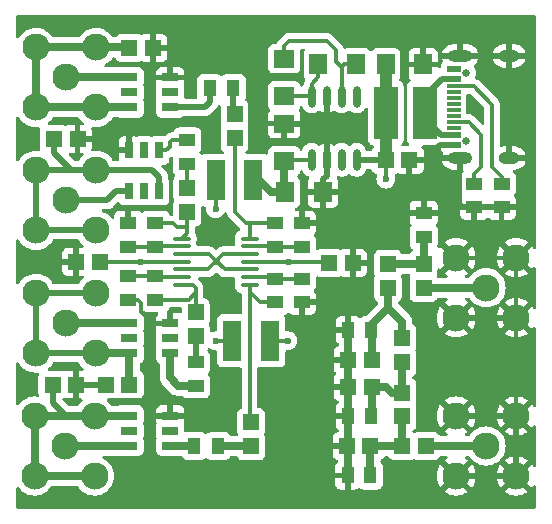
<source format=gtl>
%TF.GenerationSoftware,KiCad,Pcbnew,8.0.2*%
%TF.CreationDate,2024-10-06T11:27:00+02:00*%
%TF.ProjectId,distribution_amp_for_singapore_dude,64697374-7269-4627-9574-696f6e5f616d,rev?*%
%TF.SameCoordinates,Original*%
%TF.FileFunction,Copper,L1,Top*%
%TF.FilePolarity,Positive*%
%FSLAX46Y46*%
G04 Gerber Fmt 4.6, Leading zero omitted, Abs format (unit mm)*
G04 Created by KiCad (PCBNEW 8.0.2) date 2024-10-06 11:27:00*
%MOMM*%
%LPD*%
G01*
G04 APERTURE LIST*
G04 Aperture macros list*
%AMRoundRect*
0 Rectangle with rounded corners*
0 $1 Rounding radius*
0 $2 $3 $4 $5 $6 $7 $8 $9 X,Y pos of 4 corners*
0 Add a 4 corners polygon primitive as box body*
4,1,4,$2,$3,$4,$5,$6,$7,$8,$9,$2,$3,0*
0 Add four circle primitives for the rounded corners*
1,1,$1+$1,$2,$3*
1,1,$1+$1,$4,$5*
1,1,$1+$1,$6,$7*
1,1,$1+$1,$8,$9*
0 Add four rect primitives between the rounded corners*
20,1,$1+$1,$2,$3,$4,$5,0*
20,1,$1+$1,$4,$5,$6,$7,0*
20,1,$1+$1,$6,$7,$8,$9,0*
20,1,$1+$1,$8,$9,$2,$3,0*%
G04 Aperture macros list end*
%TA.AperFunction,SMDPad,CuDef*%
%ADD10R,1.410000X1.350000*%
%TD*%
%TA.AperFunction,SMDPad,CuDef*%
%ADD11R,1.350000X1.410000*%
%TD*%
%TA.AperFunction,SMDPad,CuDef*%
%ADD12R,1.400000X0.760000*%
%TD*%
%TA.AperFunction,SMDPad,CuDef*%
%ADD13R,1.490000X1.730000*%
%TD*%
%TA.AperFunction,SMDPad,CuDef*%
%ADD14R,1.380000X1.130000*%
%TD*%
%TA.AperFunction,SMDPad,CuDef*%
%ADD15R,1.130000X1.380000*%
%TD*%
%TA.AperFunction,ComponentPad*%
%ADD16C,0.650000*%
%TD*%
%TA.AperFunction,ComponentPad*%
%ADD17O,2.100000X1.000000*%
%TD*%
%TA.AperFunction,ComponentPad*%
%ADD18O,1.800000X1.000000*%
%TD*%
%TA.AperFunction,SMDPad,CuDef*%
%ADD19R,1.150000X0.600000*%
%TD*%
%TA.AperFunction,SMDPad,CuDef*%
%ADD20R,1.150000X0.300000*%
%TD*%
%TA.AperFunction,SMDPad,CuDef*%
%ADD21R,2.000000X4.500000*%
%TD*%
%TA.AperFunction,SMDPad,CuDef*%
%ADD22R,1.730000X1.490000*%
%TD*%
%TA.AperFunction,ComponentPad*%
%ADD23C,2.300000*%
%TD*%
%TA.AperFunction,SMDPad,CuDef*%
%ADD24R,1.600000X3.500000*%
%TD*%
%TA.AperFunction,SMDPad,CuDef*%
%ADD25O,0.630000X1.860000*%
%TD*%
%TA.AperFunction,SMDPad,CuDef*%
%ADD26R,0.760000X1.400000*%
%TD*%
%TA.AperFunction,SMDPad,CuDef*%
%ADD27RoundRect,0.100000X-0.637500X-0.100000X0.637500X-0.100000X0.637500X0.100000X-0.637500X0.100000X0*%
%TD*%
%TA.AperFunction,ViaPad*%
%ADD28C,0.600000*%
%TD*%
%TA.AperFunction,ViaPad*%
%ADD29C,0.500000*%
%TD*%
%TA.AperFunction,Conductor*%
%ADD30C,0.500000*%
%TD*%
%TA.AperFunction,Conductor*%
%ADD31C,0.700000*%
%TD*%
%TA.AperFunction,Conductor*%
%ADD32C,0.300000*%
%TD*%
%TA.AperFunction,Conductor*%
%ADD33C,1.000000*%
%TD*%
G04 APERTURE END LIST*
D10*
X112500000Y-83300000D03*
X110500000Y-83300000D03*
X110500000Y-111800000D03*
X108500000Y-111800000D03*
X104000000Y-111800000D03*
X106000000Y-111800000D03*
X104100000Y-91000000D03*
X106100000Y-91000000D03*
D11*
X133600000Y-109900000D03*
X133600000Y-107900000D03*
D12*
X110500000Y-109170000D03*
X110500000Y-107900000D03*
X110500000Y-106630000D03*
X113940000Y-106630000D03*
X113940000Y-107900000D03*
X113940000Y-109170000D03*
D13*
X135380000Y-84700000D03*
X132200000Y-84700000D03*
D14*
X110400000Y-98150000D03*
X110400000Y-100150000D03*
D12*
X110500000Y-116970000D03*
X110500000Y-115700000D03*
X110500000Y-114430000D03*
X113940000Y-114430000D03*
X113940000Y-115700000D03*
X113940000Y-116970000D03*
D15*
X130970000Y-114500000D03*
X129030000Y-114500000D03*
D14*
X139700000Y-96800000D03*
X139700000Y-94800000D03*
D10*
X129000000Y-112000000D03*
X131000000Y-112000000D03*
D14*
X122800000Y-102850000D03*
X122800000Y-104850000D03*
D16*
X139010000Y-91190000D03*
X139010000Y-85410000D03*
D17*
X138510000Y-92620000D03*
X138510000Y-83980000D03*
D18*
X142660000Y-92620000D03*
X142660000Y-83980000D03*
D19*
X137940000Y-91500000D03*
X137940000Y-90700000D03*
D20*
X137940000Y-89550000D03*
X137940000Y-88550000D03*
X137940000Y-88050000D03*
X137940000Y-90050000D03*
D19*
X137940000Y-85100000D03*
X137940000Y-85900000D03*
D20*
X137940000Y-86550000D03*
X137940000Y-87550000D03*
X137940000Y-89050000D03*
X137940000Y-87050000D03*
D21*
X135500000Y-88800000D03*
X132200000Y-88800000D03*
D10*
X129400000Y-101500000D03*
X127400000Y-101500000D03*
D11*
X116100000Y-105700000D03*
X116100000Y-107700000D03*
D15*
X118000000Y-117000000D03*
X116000000Y-117000000D03*
D11*
X135400000Y-101600000D03*
X135400000Y-103600000D03*
D22*
X123600000Y-92880000D03*
X123600000Y-89700000D03*
D11*
X120800000Y-115000000D03*
X120800000Y-117000000D03*
D13*
X126500000Y-84700000D03*
X129680000Y-84700000D03*
D11*
X133600000Y-114500000D03*
X133600000Y-112500000D03*
D15*
X130900000Y-119500000D03*
X128960000Y-119500000D03*
D12*
X110500000Y-88340000D03*
X110500000Y-87070000D03*
X110500000Y-85800000D03*
X113940000Y-85800000D03*
X113940000Y-87070000D03*
X113940000Y-88340000D03*
D14*
X125100000Y-104850000D03*
X125100000Y-102850000D03*
D15*
X119300000Y-86700000D03*
X117300000Y-86700000D03*
D10*
X135600000Y-117000000D03*
X133600000Y-117000000D03*
D14*
X125100000Y-98150000D03*
X125100000Y-100150000D03*
D23*
X102460000Y-119540000D03*
X102460000Y-114460000D03*
X107540000Y-114460000D03*
X107540000Y-119540000D03*
X105000000Y-117000000D03*
D10*
X129000000Y-109700000D03*
X131000000Y-109700000D03*
D23*
X102560000Y-109140000D03*
X102560000Y-104060000D03*
X107640000Y-104060000D03*
X107640000Y-109140000D03*
X105100000Y-106600000D03*
D14*
X112700000Y-100150000D03*
X112700000Y-98150000D03*
D11*
X115400000Y-97200000D03*
X115400000Y-95200000D03*
D14*
X115400000Y-93100000D03*
X115400000Y-91100000D03*
D24*
X122400000Y-108100000D03*
X119200000Y-108100000D03*
D10*
X106000000Y-101400000D03*
X108000000Y-101400000D03*
D25*
X129737500Y-87420000D03*
X128457500Y-87420000D03*
X127197500Y-87420000D03*
X125927500Y-87420000D03*
X125927500Y-92780000D03*
X127197500Y-92780000D03*
X128457500Y-92780000D03*
X129737500Y-92780000D03*
D10*
X128900000Y-117000000D03*
X130900000Y-117000000D03*
D26*
X113000000Y-95420000D03*
X111730000Y-95420000D03*
X110460000Y-95420000D03*
X110460000Y-91980000D03*
X111730000Y-91980000D03*
X113000000Y-91980000D03*
D22*
X123600000Y-87380000D03*
X123600000Y-84200000D03*
D24*
X121000000Y-94500000D03*
X117800000Y-94500000D03*
D11*
X119400000Y-90900000D03*
X119400000Y-88900000D03*
D10*
X134200000Y-92800000D03*
X132200000Y-92800000D03*
D23*
X143240000Y-101060000D03*
X143240000Y-106140000D03*
X138160000Y-106140000D03*
X138160000Y-101060000D03*
X140700000Y-103600000D03*
X143240000Y-114460000D03*
X143240000Y-119540000D03*
X138160000Y-119540000D03*
X138160000Y-114460000D03*
X140700000Y-117000000D03*
D14*
X116100000Y-109900000D03*
X116100000Y-111900000D03*
D15*
X130970000Y-107200000D03*
X129030000Y-107200000D03*
D14*
X122800000Y-100150000D03*
X122800000Y-98150000D03*
D23*
X102560000Y-88340000D03*
X102560000Y-83260000D03*
X107640000Y-83260000D03*
X107640000Y-88340000D03*
X105100000Y-85800000D03*
D14*
X112700000Y-102600000D03*
X112700000Y-104600000D03*
X135400000Y-97300000D03*
X135400000Y-99300000D03*
D27*
X114937500Y-99450000D03*
X114937500Y-100100000D03*
X114937500Y-100750000D03*
X114937500Y-101400000D03*
X114937500Y-102050000D03*
X114937500Y-102700000D03*
X114937500Y-103350000D03*
X120662500Y-103350000D03*
X120662500Y-102700000D03*
X120662500Y-102050000D03*
X120662500Y-101400000D03*
X120662500Y-100750000D03*
X120662500Y-100100000D03*
X120662500Y-99450000D03*
D14*
X142000000Y-96800000D03*
X142000000Y-94800000D03*
D23*
X102560000Y-98740000D03*
X102560000Y-93660000D03*
X107640000Y-93660000D03*
X107640000Y-98740000D03*
X105100000Y-96200000D03*
D14*
X110400000Y-104600000D03*
X110400000Y-102600000D03*
D11*
X132400000Y-103600000D03*
X132400000Y-101600000D03*
D13*
X123700000Y-95500000D03*
X126880000Y-95500000D03*
D28*
X115700000Y-87000000D03*
X115700000Y-86100000D03*
X115700000Y-85300000D03*
D29*
X110400000Y-96900000D03*
X111500000Y-96900000D03*
X104200000Y-110300000D03*
X105800000Y-110300000D03*
X105800000Y-113300000D03*
D28*
X105000000Y-110300000D03*
X101500000Y-102000000D03*
X101500000Y-100700000D03*
X102600000Y-101300000D03*
X104100000Y-102500000D03*
X104100000Y-100700000D03*
X128800000Y-95000000D03*
X135900000Y-81100000D03*
X135500000Y-95600000D03*
X114800000Y-84400000D03*
X121400000Y-91600000D03*
X134900000Y-81100000D03*
X126900000Y-116000000D03*
X127100000Y-103600000D03*
X122900000Y-116000000D03*
X121800000Y-85300000D03*
X131300000Y-121900000D03*
X117300000Y-90400000D03*
X143100000Y-85500000D03*
X121400000Y-118700000D03*
X115900000Y-119500000D03*
X137900000Y-81100000D03*
X111400000Y-121900000D03*
X119900000Y-82800000D03*
X143800000Y-97600000D03*
X117900000Y-105700000D03*
X124900000Y-116000000D03*
X121400000Y-83600000D03*
X116200000Y-89600000D03*
X143000000Y-103600000D03*
X107500000Y-91000000D03*
X119400000Y-121900000D03*
X110900000Y-81100000D03*
X113600000Y-90000000D03*
X130900000Y-99700000D03*
X128100000Y-103600000D03*
X133800000Y-99700000D03*
X142200000Y-121900000D03*
X115400000Y-121900000D03*
X127500000Y-90500000D03*
X137800000Y-111300000D03*
X124400000Y-110700000D03*
X116900000Y-121100000D03*
X117300000Y-89600000D03*
X103400000Y-121900000D03*
X126400000Y-110700000D03*
X118500000Y-82000000D03*
X127300000Y-120300000D03*
X130300000Y-121900000D03*
X123300000Y-121900000D03*
X112200000Y-107900000D03*
X122900000Y-113300000D03*
X133300000Y-99000000D03*
X135000000Y-82700000D03*
X112800000Y-90000000D03*
X138700000Y-110400000D03*
X141700000Y-111300000D03*
X140700000Y-106800000D03*
X108400000Y-91000000D03*
X120400000Y-118700000D03*
X124800000Y-121100000D03*
X124900000Y-111500000D03*
X137600000Y-94700000D03*
X134300000Y-121900000D03*
X109200000Y-91000000D03*
X115700000Y-113500000D03*
X141700000Y-109500000D03*
X138000000Y-96600000D03*
X142700000Y-111300000D03*
X112400000Y-121900000D03*
X115900000Y-121100000D03*
X111900000Y-121100000D03*
X121900000Y-81100000D03*
X122900000Y-114200000D03*
X126600000Y-90500000D03*
X112900000Y-81100000D03*
X124900000Y-117800000D03*
X112200000Y-114400000D03*
X131400000Y-81900000D03*
X119900000Y-81100000D03*
X117900000Y-104400000D03*
X101500000Y-90300000D03*
X102400000Y-121900000D03*
X119400000Y-112600000D03*
X110400000Y-120300000D03*
X129800000Y-95000000D03*
X138700000Y-109500000D03*
X124900000Y-81100000D03*
X126600000Y-105900000D03*
X127600000Y-105900000D03*
X135800000Y-108600000D03*
X129000000Y-103600000D03*
X125900000Y-114200000D03*
X132800000Y-120200000D03*
X138700000Y-108600000D03*
X101800000Y-81100000D03*
X125000000Y-109900000D03*
X141900000Y-98600000D03*
X118800000Y-84400000D03*
X138000000Y-97600000D03*
X125700000Y-90500000D03*
X126300000Y-121900000D03*
X137200000Y-97600000D03*
X140700000Y-112200000D03*
X112200000Y-88400000D03*
X122900000Y-112400000D03*
X137400000Y-81900000D03*
X127900000Y-81100000D03*
X121900000Y-82800000D03*
X118900000Y-82800000D03*
X138000000Y-82700000D03*
X103800000Y-81100000D03*
X126900000Y-113300000D03*
X140700000Y-101000000D03*
X135800000Y-119300000D03*
X106800000Y-81100000D03*
X135800000Y-112200000D03*
X122900000Y-116900000D03*
X136900000Y-81100000D03*
X129300000Y-96000000D03*
X129300000Y-97500000D03*
X128300000Y-121900000D03*
X129800000Y-99700000D03*
X120800000Y-121100000D03*
X128000000Y-98200000D03*
X125900000Y-115100000D03*
X134800000Y-119300000D03*
X130300000Y-97500000D03*
X123800000Y-121100000D03*
X140700000Y-114500000D03*
X127600000Y-104400000D03*
X133800000Y-98200000D03*
X116400000Y-120300000D03*
X127900000Y-99700000D03*
X112900000Y-121100000D03*
X112200000Y-117000000D03*
X119400000Y-120300000D03*
X139700000Y-109500000D03*
X122300000Y-120300000D03*
X143900000Y-95600000D03*
X118200000Y-111700000D03*
X112300000Y-112700000D03*
X114400000Y-121900000D03*
X117900000Y-82800000D03*
X125900000Y-116900000D03*
X134000000Y-82700000D03*
X115900000Y-82800000D03*
X124900000Y-115100000D03*
X137800000Y-108600000D03*
X123900000Y-111500000D03*
X130900000Y-98200000D03*
X141200000Y-121900000D03*
X114900000Y-119500000D03*
X122900000Y-117800000D03*
X137200000Y-96600000D03*
X125900000Y-117800000D03*
X138200000Y-98600000D03*
X139000000Y-82700000D03*
X109900000Y-119500000D03*
X134800000Y-121100000D03*
X129400000Y-81900000D03*
X112500000Y-118700000D03*
X144100000Y-87300000D03*
X111400000Y-120300000D03*
X132400000Y-81900000D03*
X122800000Y-119500000D03*
X132700000Y-96800000D03*
X112500000Y-81900000D03*
X101500000Y-91500000D03*
X114500000Y-89600000D03*
X133800000Y-120200000D03*
X123900000Y-116000000D03*
X117900000Y-119500000D03*
X136400000Y-81900000D03*
X136800000Y-112200000D03*
X117700000Y-113500000D03*
X131900000Y-99700000D03*
X144100000Y-88200000D03*
X116900000Y-119500000D03*
X123900000Y-117800000D03*
X141400000Y-81900000D03*
X116500000Y-82000000D03*
X118700000Y-115300000D03*
X125300000Y-121900000D03*
X119800000Y-121100000D03*
X118200000Y-112600000D03*
X144000000Y-116900000D03*
X119400000Y-110900000D03*
X144100000Y-86400000D03*
X119500000Y-118700000D03*
X112200000Y-115700000D03*
X114900000Y-82800000D03*
X116800000Y-84400000D03*
X125800000Y-121100000D03*
X138200000Y-121900000D03*
X132200000Y-97500000D03*
X132000000Y-82700000D03*
X135500000Y-94700000D03*
X117900000Y-121100000D03*
X107400000Y-121900000D03*
X129000000Y-82700000D03*
X128100000Y-105100000D03*
X136800000Y-111300000D03*
X142900000Y-81100000D03*
X124900000Y-114200000D03*
X123400000Y-118700000D03*
X136300000Y-121900000D03*
X113900000Y-96900000D03*
X113900000Y-81100000D03*
X136800000Y-109500000D03*
X140700000Y-107700000D03*
X121800000Y-87100000D03*
X140700000Y-120800000D03*
X132800000Y-121100000D03*
X140700000Y-111300000D03*
X134500000Y-94700000D03*
X117500000Y-118700000D03*
X138400000Y-81900000D03*
X144100000Y-89000000D03*
X112900000Y-119500000D03*
X136800000Y-108600000D03*
X111000000Y-90000000D03*
X129800000Y-98200000D03*
X130000000Y-105100000D03*
X111500000Y-118700000D03*
X118400000Y-83600000D03*
X142200000Y-86400000D03*
X129800000Y-96800000D03*
X115900000Y-81100000D03*
X121500000Y-82000000D03*
X128900000Y-81100000D03*
X110900000Y-119500000D03*
X118900000Y-121100000D03*
X105800000Y-81100000D03*
X128400000Y-89600000D03*
X126900000Y-98200000D03*
X127400000Y-99000000D03*
X133800000Y-119300000D03*
X131700000Y-96800000D03*
X118900000Y-119500000D03*
X142200000Y-85500000D03*
X117700000Y-115300000D03*
X109400000Y-121900000D03*
X117900000Y-99700000D03*
X143100000Y-87300000D03*
X141900000Y-81100000D03*
X117300000Y-91300000D03*
X112400000Y-120300000D03*
X135800000Y-113100000D03*
X142900000Y-116900000D03*
X125900000Y-111500000D03*
X115500000Y-118700000D03*
X121800000Y-84400000D03*
X101700000Y-111800000D03*
X121800000Y-121100000D03*
X130100000Y-89600000D03*
X143700000Y-111300000D03*
X144100000Y-90900000D03*
X102500000Y-91000000D03*
X115400000Y-83600000D03*
X129300000Y-90500000D03*
X132800000Y-119300000D03*
X136600000Y-94700000D03*
X115500000Y-82000000D03*
X106400000Y-121900000D03*
X143900000Y-96600000D03*
X142700000Y-110400000D03*
X124800000Y-119500000D03*
X123300000Y-120300000D03*
X138700000Y-112200000D03*
X139400000Y-81900000D03*
X137800000Y-112200000D03*
X129300000Y-89600000D03*
X127100000Y-106700000D03*
X135800000Y-107600000D03*
X123900000Y-81100000D03*
X129900000Y-81100000D03*
X143400000Y-81900000D03*
X109300000Y-90000000D03*
X119500000Y-82000000D03*
X116100000Y-114400000D03*
X121800000Y-86200000D03*
X116700000Y-115300000D03*
X113500000Y-118700000D03*
X110200000Y-90000000D03*
X113900000Y-119500000D03*
X135800000Y-114900000D03*
X118500000Y-118700000D03*
X118200000Y-110900000D03*
X117200000Y-114400000D03*
X121400000Y-90700000D03*
X125400000Y-110700000D03*
X135300000Y-121900000D03*
X144100000Y-89900000D03*
X136000000Y-82700000D03*
X132300000Y-121900000D03*
X112800000Y-111800000D03*
X132200000Y-96000000D03*
X126900000Y-116900000D03*
X128400000Y-99000000D03*
X111900000Y-119500000D03*
X120800000Y-87100000D03*
X121400000Y-88000000D03*
X105400000Y-121900000D03*
X120300000Y-121900000D03*
X118400000Y-121900000D03*
X125300000Y-120300000D03*
X140700000Y-109500000D03*
X117900000Y-103000000D03*
X143100000Y-90900000D03*
X114900000Y-81100000D03*
X123900000Y-113300000D03*
X116700000Y-113500000D03*
X136600000Y-95600000D03*
X124900000Y-116900000D03*
X116500000Y-118700000D03*
X120900000Y-81100000D03*
X140000000Y-82700000D03*
X143800000Y-98600000D03*
X117400000Y-120300000D03*
X118700000Y-113500000D03*
X143900000Y-94600000D03*
X128300000Y-97200000D03*
X130300000Y-99000000D03*
X143700000Y-109500000D03*
X127800000Y-121100000D03*
X113900000Y-121100000D03*
X139700000Y-108600000D03*
X116900000Y-82800000D03*
X128400000Y-90500000D03*
X115400000Y-120300000D03*
X128600000Y-104400000D03*
X117400000Y-121900000D03*
X141000000Y-82700000D03*
X137600000Y-95600000D03*
X118200000Y-114400000D03*
X140700000Y-100000000D03*
X129500000Y-104400000D03*
X115800000Y-84400000D03*
X142800000Y-98600000D03*
X136100000Y-93700000D03*
X122900000Y-81100000D03*
X116400000Y-121900000D03*
X109900000Y-121100000D03*
X121400000Y-88900000D03*
X139700000Y-112200000D03*
X130100000Y-90500000D03*
X130000000Y-82700000D03*
X135800000Y-121100000D03*
X138900000Y-81100000D03*
X102800000Y-81100000D03*
X139000000Y-98600000D03*
X123900000Y-116900000D03*
X137200000Y-98600000D03*
X129000000Y-105100000D03*
X125900000Y-112400000D03*
X135800000Y-110400000D03*
X112200000Y-109200000D03*
X139200000Y-121900000D03*
X120500000Y-82000000D03*
X112200000Y-87100000D03*
X126100000Y-106700000D03*
X133400000Y-81900000D03*
X121300000Y-121900000D03*
X136800000Y-110400000D03*
X131400000Y-99000000D03*
X114500000Y-82000000D03*
X117400000Y-83600000D03*
X131200000Y-96000000D03*
X113400000Y-120300000D03*
X123900000Y-115100000D03*
X137800000Y-110400000D03*
X139900000Y-81100000D03*
X140900000Y-98600000D03*
X126300000Y-120300000D03*
X127500000Y-89600000D03*
X139700000Y-110400000D03*
X122900000Y-115100000D03*
X134400000Y-81900000D03*
X126900000Y-111500000D03*
X107800000Y-81100000D03*
X131000000Y-82700000D03*
X124300000Y-121900000D03*
X137000000Y-82700000D03*
X114400000Y-83600000D03*
X130800000Y-95000000D03*
X130800000Y-96800000D03*
X125400000Y-118700000D03*
X126900000Y-115100000D03*
X120800000Y-119500000D03*
X140000000Y-98600000D03*
X121300000Y-120300000D03*
X139600000Y-88400000D03*
X122800000Y-121100000D03*
X124900000Y-112400000D03*
X129300000Y-121900000D03*
X126800000Y-121100000D03*
X133000000Y-82700000D03*
X143700000Y-110400000D03*
X131200000Y-97500000D03*
X140700000Y-113400000D03*
X127000000Y-109900000D03*
X135800000Y-111300000D03*
X126400000Y-118700000D03*
X141700000Y-108600000D03*
X125800000Y-119500000D03*
X119400000Y-111700000D03*
X132800000Y-98200000D03*
X111900000Y-90000000D03*
X140700000Y-119700000D03*
X130400000Y-81900000D03*
X121800000Y-119500000D03*
X143100000Y-89900000D03*
X135800000Y-120200000D03*
X137300000Y-121900000D03*
X115400000Y-89600000D03*
X123800000Y-119500000D03*
X143700000Y-112200000D03*
X143100000Y-86400000D03*
X126900000Y-81100000D03*
X104400000Y-121900000D03*
X120800000Y-86200000D03*
X112300000Y-85800000D03*
X108400000Y-121900000D03*
X130900000Y-81100000D03*
X118900000Y-81100000D03*
X127400000Y-118700000D03*
X120900000Y-82800000D03*
X144100000Y-85500000D03*
X125700000Y-89600000D03*
X142700000Y-108600000D03*
X141700000Y-110400000D03*
X118400000Y-120300000D03*
X119800000Y-84400000D03*
X123900000Y-114200000D03*
X113400000Y-121900000D03*
X140900000Y-81100000D03*
X116900000Y-81100000D03*
X116500000Y-99700000D03*
X110400000Y-121900000D03*
X142700000Y-109500000D03*
X135400000Y-81900000D03*
X109800000Y-81100000D03*
X126900000Y-112400000D03*
X112200000Y-106600000D03*
X139700000Y-111300000D03*
X130300000Y-96000000D03*
X114500000Y-118700000D03*
X129300000Y-99000000D03*
X143700000Y-108600000D03*
X115700000Y-115300000D03*
X114400000Y-120300000D03*
X117500000Y-82000000D03*
X111900000Y-81100000D03*
X124400000Y-118700000D03*
X125900000Y-81100000D03*
X138700000Y-111300000D03*
X132800000Y-99700000D03*
X126900000Y-99700000D03*
X116400000Y-83600000D03*
X123900000Y-112400000D03*
X143100000Y-89000000D03*
X120300000Y-120300000D03*
X108800000Y-81100000D03*
X119200000Y-104400000D03*
X143900000Y-81100000D03*
X127300000Y-121900000D03*
X144300000Y-121900000D03*
X125900000Y-116000000D03*
X142400000Y-81900000D03*
X119400000Y-83600000D03*
X114900000Y-121100000D03*
X110900000Y-121100000D03*
X127100000Y-105100000D03*
X132900000Y-81100000D03*
X126900000Y-117800000D03*
X126800000Y-119500000D03*
X121400000Y-89800000D03*
X126000000Y-109900000D03*
X122400000Y-118700000D03*
X104800000Y-81100000D03*
X143200000Y-121900000D03*
X128800000Y-99700000D03*
X130500000Y-104400000D03*
X133900000Y-81100000D03*
X133800000Y-121100000D03*
X141700000Y-112200000D03*
X124900000Y-113300000D03*
X135800000Y-109500000D03*
X131800000Y-98200000D03*
X117800000Y-84400000D03*
X140700000Y-108600000D03*
X128800000Y-98200000D03*
X131900000Y-81100000D03*
X112300000Y-110900000D03*
X142700000Y-112200000D03*
X140700000Y-110400000D03*
X125900000Y-113300000D03*
X140400000Y-81900000D03*
X126900000Y-114200000D03*
X122300000Y-121900000D03*
X137800000Y-109500000D03*
X122900000Y-111500000D03*
X140200000Y-121900000D03*
X143100000Y-88200000D03*
X120800000Y-85300000D03*
X130000000Y-103600000D03*
X120400000Y-83600000D03*
X110500000Y-118700000D03*
X120800000Y-84400000D03*
X144100000Y-103600000D03*
X122500000Y-82000000D03*
X117900000Y-81100000D03*
X135800000Y-114000000D03*
X124300000Y-120300000D03*
X119800000Y-119500000D03*
X134800000Y-120200000D03*
X132400000Y-99000000D03*
X133300000Y-121900000D03*
X126600000Y-89600000D03*
X133900000Y-101600000D03*
X117900000Y-101400000D03*
X123900000Y-108100000D03*
X132200000Y-94400000D03*
X117800000Y-108100000D03*
X111500000Y-101400000D03*
X117800000Y-96900000D03*
X124000000Y-101400000D03*
D30*
X108500000Y-111800000D02*
X106000000Y-111800000D01*
D31*
X110500000Y-109170000D02*
X110500000Y-111800000D01*
D30*
X104000000Y-113360000D02*
X105100000Y-114460000D01*
X104000000Y-111800000D02*
X104000000Y-113360000D01*
D31*
X105100000Y-114460000D02*
X102460000Y-114460000D01*
X107540000Y-114460000D02*
X105100000Y-114460000D01*
D30*
X105585000Y-93660000D02*
X107640000Y-93660000D01*
X104100000Y-92175000D02*
X105585000Y-93660000D01*
X104100000Y-91000000D02*
X104100000Y-92175000D01*
D31*
X110460000Y-83260000D02*
X110500000Y-83300000D01*
X107640000Y-83260000D02*
X110460000Y-83260000D01*
X133600000Y-114500000D02*
X133600000Y-117000000D01*
X130900000Y-119500000D02*
X130900000Y-117000000D01*
X130900000Y-117000000D02*
X133600000Y-117000000D01*
X140700000Y-117000000D02*
X135600000Y-117000000D01*
D30*
X134200000Y-92800000D02*
X135500000Y-92800000D01*
X138160000Y-106140000D02*
X143240000Y-106140000D01*
D32*
X112670000Y-106630000D02*
X112300000Y-107000000D01*
D30*
X129400000Y-103600000D02*
X128150000Y-104850000D01*
D32*
X143240000Y-101060000D02*
X143240000Y-106140000D01*
X127800000Y-121100000D02*
X127960000Y-121260000D01*
D30*
X138160000Y-119540000D02*
X143240000Y-119540000D01*
X126097500Y-89700000D02*
X127197500Y-90800000D01*
X125100000Y-104850000D02*
X128150000Y-104850000D01*
X129400000Y-121700000D02*
X128960000Y-121260000D01*
D32*
X113940000Y-114430000D02*
X112870000Y-114430000D01*
X112300000Y-107000000D02*
X112300000Y-115000000D01*
X127960000Y-121260000D02*
X128960000Y-121260000D01*
X127640000Y-121260000D02*
X127800000Y-121100000D01*
X143240000Y-101060000D02*
X144500000Y-99800000D01*
D30*
X142660000Y-83980000D02*
X142660000Y-92620000D01*
D32*
X113940000Y-106630000D02*
X112670000Y-106630000D01*
D30*
X126880000Y-98030000D02*
X127000000Y-98150000D01*
X127197500Y-87420000D02*
X127197500Y-90800000D01*
D32*
X112300000Y-115000000D02*
X112300000Y-119300000D01*
D31*
X129030000Y-116870000D02*
X128900000Y-117000000D01*
D30*
X143240000Y-119540000D02*
X143240000Y-114460000D01*
D32*
X114260000Y-121260000D02*
X127640000Y-121260000D01*
X138800000Y-96800000D02*
X139700000Y-96800000D01*
D30*
X127197500Y-94102500D02*
X126880000Y-94420000D01*
D32*
X132100000Y-97300000D02*
X129400000Y-100000000D01*
D30*
X129400000Y-100000000D02*
X129400000Y-101500000D01*
X123600000Y-89700000D02*
X126097500Y-89700000D01*
D32*
X139700000Y-96800000D02*
X142000000Y-96800000D01*
D30*
X127000000Y-98150000D02*
X127550000Y-98150000D01*
D32*
X138510000Y-96510000D02*
X138800000Y-96800000D01*
D31*
X129030000Y-114500000D02*
X129030000Y-107200000D01*
D30*
X138160000Y-119540000D02*
X136000000Y-121700000D01*
D32*
X144100000Y-92600000D02*
X144080000Y-92620000D01*
D30*
X138160000Y-114460000D02*
X143240000Y-114460000D01*
D32*
X135680000Y-92620000D02*
X135500000Y-92800000D01*
D30*
X129030000Y-106230000D02*
X129030000Y-107200000D01*
D31*
X129030000Y-114500000D02*
X129030000Y-116870000D01*
D30*
X138510000Y-83980000D02*
X142660000Y-83980000D01*
D32*
X111500000Y-105700000D02*
X112300000Y-106500000D01*
X143240000Y-106140000D02*
X143240000Y-114460000D01*
X138510000Y-92620000D02*
X138510000Y-96400000D01*
X112200000Y-89200000D02*
X112200000Y-86200000D01*
X111500000Y-104900000D02*
X111500000Y-105700000D01*
X110460000Y-91980000D02*
X110460000Y-90940000D01*
X144500000Y-99800000D02*
X144500000Y-96900000D01*
D31*
X128960000Y-117060000D02*
X128900000Y-117000000D01*
D32*
X142000000Y-96800000D02*
X144400000Y-96800000D01*
X144500000Y-96900000D02*
X144500000Y-93000000D01*
D31*
X128960000Y-119500000D02*
X128960000Y-117060000D01*
D32*
X112600000Y-85800000D02*
X113940000Y-85800000D01*
D30*
X127197500Y-90800000D02*
X127197500Y-92780000D01*
D32*
X138510000Y-96400000D02*
X138510000Y-96510000D01*
X112200000Y-86200000D02*
X112600000Y-85800000D01*
D30*
X127197500Y-92780000D02*
X127197500Y-94102500D01*
X136000000Y-121700000D02*
X129400000Y-121700000D01*
X129000000Y-105700000D02*
X129000000Y-106200000D01*
D32*
X138510000Y-92620000D02*
X135680000Y-92620000D01*
D30*
X127550000Y-98150000D02*
X129400000Y-100000000D01*
D32*
X111200000Y-104600000D02*
X111500000Y-104900000D01*
D30*
X126880000Y-95500000D02*
X126880000Y-98030000D01*
D32*
X144400000Y-96800000D02*
X144500000Y-96900000D01*
X144500000Y-93000000D02*
X144100000Y-92600000D01*
D30*
X129400000Y-101500000D02*
X129400000Y-103600000D01*
X128960000Y-121260000D02*
X128960000Y-119500000D01*
D32*
X138160000Y-101060000D02*
X143240000Y-101060000D01*
D30*
X125100000Y-98150000D02*
X127000000Y-98150000D01*
D32*
X112870000Y-114430000D02*
X112300000Y-115000000D01*
D30*
X135500000Y-92800000D02*
X136800000Y-91500000D01*
D32*
X135400000Y-97300000D02*
X132100000Y-97300000D01*
D30*
X126880000Y-94420000D02*
X126880000Y-95500000D01*
D32*
X137610000Y-97300000D02*
X138510000Y-96400000D01*
D30*
X128150000Y-104850000D02*
X129000000Y-105700000D01*
D32*
X110400000Y-104600000D02*
X111200000Y-104600000D01*
X112300000Y-106500000D02*
X112300000Y-107000000D01*
X112300000Y-119300000D02*
X114260000Y-121260000D01*
D30*
X129000000Y-106200000D02*
X129030000Y-106230000D01*
D32*
X144080000Y-92620000D02*
X142660000Y-92620000D01*
X110460000Y-90940000D02*
X112200000Y-89200000D01*
D30*
X136800000Y-91500000D02*
X137940000Y-91500000D01*
D32*
X135400000Y-97300000D02*
X137610000Y-97300000D01*
D31*
X132200000Y-112000000D02*
X131000000Y-112000000D01*
X131000000Y-114470000D02*
X130970000Y-114500000D01*
X133600000Y-109900000D02*
X133600000Y-112500000D01*
X132700000Y-112500000D02*
X132200000Y-112000000D01*
X133600000Y-112500000D02*
X132700000Y-112500000D01*
X131000000Y-112000000D02*
X131000000Y-114470000D01*
D32*
X114937500Y-102050000D02*
X117150000Y-102050000D01*
D31*
X132400000Y-101600000D02*
X133900000Y-101600000D01*
D32*
X120662500Y-102050000D02*
X118550000Y-102050000D01*
X117250000Y-100750000D02*
X114937500Y-100750000D01*
X118550000Y-102050000D02*
X117900000Y-101400000D01*
X117150000Y-102050000D02*
X118450000Y-100750000D01*
X118450000Y-100750000D02*
X120662500Y-100750000D01*
D31*
X133900000Y-101600000D02*
X135400000Y-101600000D01*
X135400000Y-99300000D02*
X135400000Y-101600000D01*
D32*
X117900000Y-101400000D02*
X117250000Y-100750000D01*
D30*
X132180000Y-92780000D02*
X132200000Y-92800000D01*
D32*
X132200000Y-94400000D02*
X132200000Y-92800000D01*
D33*
X132200000Y-84700000D02*
X132200000Y-88800000D01*
D32*
X122400000Y-108100000D02*
X123900000Y-108100000D01*
D30*
X129737500Y-92780000D02*
X132180000Y-92780000D01*
D33*
X132200000Y-88800000D02*
X132200000Y-92800000D01*
D31*
X140700000Y-103600000D02*
X135400000Y-103600000D01*
X123600000Y-95400000D02*
X123700000Y-95500000D01*
X122500000Y-95500000D02*
X123700000Y-95500000D01*
D32*
X123700000Y-92780000D02*
X123600000Y-92880000D01*
D31*
X121000000Y-94500000D02*
X121500000Y-94500000D01*
X121500000Y-94500000D02*
X122500000Y-95500000D01*
D32*
X125927500Y-92780000D02*
X123700000Y-92780000D01*
D31*
X123600000Y-92880000D02*
X123600000Y-95400000D01*
D32*
X139207500Y-89550000D02*
X140300000Y-90642500D01*
X140300000Y-93400000D02*
X139700000Y-94000000D01*
X140300000Y-90642500D02*
X140300000Y-93400000D01*
X137940000Y-89550000D02*
X139207500Y-89550000D01*
X139700000Y-94000000D02*
X139700000Y-94800000D01*
X141200000Y-93400000D02*
X142000000Y-94200000D01*
X137940000Y-86550000D02*
X139650000Y-86550000D01*
X142000000Y-94200000D02*
X142000000Y-94800000D01*
X141200000Y-88100000D02*
X141200000Y-93400000D01*
X139650000Y-86550000D02*
X141200000Y-88100000D01*
D31*
X113900000Y-111200000D02*
X113940000Y-111160000D01*
X113940000Y-111160000D02*
X113940000Y-109170000D01*
X114600000Y-111900000D02*
X113900000Y-111200000D01*
X116100000Y-111900000D02*
X114600000Y-111900000D01*
X115970000Y-116970000D02*
X116000000Y-117000000D01*
X113940000Y-116970000D02*
X115970000Y-116970000D01*
D30*
X116860000Y-88340000D02*
X117300000Y-87900000D01*
X117300000Y-87900000D02*
X117300000Y-86700000D01*
X113940000Y-88340000D02*
X116860000Y-88340000D01*
D31*
X110500000Y-106630000D02*
X105130000Y-106630000D01*
X105130000Y-106630000D02*
X105100000Y-106600000D01*
D30*
X105100000Y-96200000D02*
X108600000Y-96200000D01*
X109420000Y-95420000D02*
X110460000Y-95420000D01*
X108600000Y-96200000D02*
X109400000Y-95400000D01*
X109400000Y-95400000D02*
X109420000Y-95420000D01*
D31*
X110500000Y-114430000D02*
X107570000Y-114430000D01*
X107570000Y-114430000D02*
X107540000Y-114460000D01*
X102460000Y-114460000D02*
X102460000Y-119540000D01*
X102460000Y-119540000D02*
X107540000Y-119540000D01*
X110500000Y-116970000D02*
X105030000Y-116970000D01*
X105030000Y-116970000D02*
X105000000Y-117000000D01*
X110500000Y-88340000D02*
X107640000Y-88340000D01*
X107640000Y-88340000D02*
X102560000Y-88340000D01*
X102560000Y-83260000D02*
X107640000Y-83260000D01*
X102560000Y-88340000D02*
X102560000Y-83260000D01*
X110500000Y-85800000D02*
X105100000Y-85800000D01*
X132400000Y-105300000D02*
X132400000Y-103600000D01*
X133600000Y-106500000D02*
X133600000Y-107900000D01*
X132400000Y-105300000D02*
X133600000Y-106500000D01*
X130970000Y-106730000D02*
X132400000Y-105300000D01*
X131000000Y-107230000D02*
X130970000Y-107200000D01*
X131000000Y-109700000D02*
X131000000Y-107230000D01*
X130970000Y-107200000D02*
X130970000Y-106730000D01*
D32*
X123600000Y-87380000D02*
X125887500Y-87380000D01*
X126500000Y-85800000D02*
X126500000Y-84700000D01*
X125887500Y-87380000D02*
X125927500Y-87420000D01*
X125927500Y-86372500D02*
X126500000Y-85800000D01*
X125927500Y-87420000D02*
X125927500Y-86372500D01*
X128457500Y-84942500D02*
X128700000Y-84700000D01*
X127200000Y-82700000D02*
X128000000Y-83500000D01*
X128700000Y-84700000D02*
X129680000Y-84700000D01*
X123600000Y-83100000D02*
X124000000Y-82700000D01*
X124000000Y-82700000D02*
X127200000Y-82700000D01*
X123600000Y-84200000D02*
X123600000Y-83100000D01*
X128000000Y-83500000D02*
X128000000Y-84485000D01*
X128457500Y-87420000D02*
X128457500Y-84942500D01*
X128000000Y-84485000D02*
X128457500Y-84942500D01*
D30*
X116100000Y-109900000D02*
X116100000Y-107700000D01*
D32*
X115400000Y-98500000D02*
X115400000Y-97200000D01*
X115400000Y-98987500D02*
X115400000Y-98500000D01*
X112700000Y-98150000D02*
X114150000Y-98150000D01*
X115400000Y-98987500D02*
X115387500Y-98987500D01*
X114500000Y-98500000D02*
X115400000Y-98500000D01*
X114150000Y-98150000D02*
X114500000Y-98500000D01*
X114937500Y-99450000D02*
X115400000Y-98987500D01*
D31*
X118000000Y-117000000D02*
X120800000Y-117000000D01*
D30*
X119300000Y-86700000D02*
X119300000Y-88800000D01*
X119300000Y-88800000D02*
X119400000Y-88900000D01*
D32*
X115400000Y-93100000D02*
X115400000Y-95200000D01*
X115850000Y-103350000D02*
X116100000Y-103600000D01*
X112700000Y-104600000D02*
X115500000Y-104600000D01*
X114937500Y-103350000D02*
X115850000Y-103350000D01*
X116100000Y-104000000D02*
X116100000Y-105700000D01*
X116100000Y-103600000D02*
X116100000Y-104000000D01*
X115500000Y-104600000D02*
X116100000Y-104000000D01*
D30*
X135500000Y-89335000D02*
X135500000Y-88800000D01*
X137940000Y-85900000D02*
X136965000Y-85900000D01*
X136965000Y-85900000D02*
X135500000Y-87365000D01*
X135500000Y-87365000D02*
X135500000Y-88800000D01*
X136865000Y-90700000D02*
X135500000Y-89335000D01*
X137940000Y-90700000D02*
X136865000Y-90700000D01*
D32*
X120662500Y-103350000D02*
X120662500Y-104000000D01*
X122800000Y-104850000D02*
X121512500Y-104850000D01*
X120662500Y-104000000D02*
X120662500Y-114862500D01*
X121512500Y-104850000D02*
X120662500Y-104000000D01*
X120662500Y-114862500D02*
X120800000Y-115000000D01*
X117800000Y-108100000D02*
X119200000Y-108100000D01*
X114937500Y-101400000D02*
X111500000Y-101400000D01*
X111500000Y-101400000D02*
X108000000Y-101400000D01*
X127300000Y-101400000D02*
X127400000Y-101500000D01*
X124000000Y-101400000D02*
X127300000Y-101400000D01*
X120662500Y-101400000D02*
X124000000Y-101400000D01*
X117800000Y-94500000D02*
X117800000Y-96900000D01*
X120662500Y-98162500D02*
X120650000Y-98150000D01*
X120662500Y-99450000D02*
X120662500Y-98162500D01*
X120350000Y-98150000D02*
X119400000Y-97200000D01*
X119400000Y-97200000D02*
X119400000Y-90900000D01*
X122800000Y-98150000D02*
X120350000Y-98150000D01*
X114937500Y-102700000D02*
X112800000Y-102700000D01*
X110400000Y-102600000D02*
X112700000Y-102600000D01*
X112800000Y-102700000D02*
X112700000Y-102600000D01*
X110400000Y-100150000D02*
X112700000Y-100150000D01*
X114937500Y-100100000D02*
X112750000Y-100100000D01*
X112750000Y-100100000D02*
X112700000Y-100150000D01*
X120662500Y-102700000D02*
X122650000Y-102700000D01*
X125100000Y-102850000D02*
X122800000Y-102850000D01*
X122650000Y-102700000D02*
X122800000Y-102850000D01*
X122800000Y-100150000D02*
X125100000Y-100150000D01*
X120662500Y-100100000D02*
X122750000Y-100100000D01*
X122750000Y-100100000D02*
X122800000Y-100150000D01*
D30*
X102560000Y-109140000D02*
X107640000Y-109140000D01*
X102560000Y-104060000D02*
X102560000Y-109140000D01*
D31*
X107670000Y-109170000D02*
X107640000Y-109140000D01*
X110500000Y-109170000D02*
X107670000Y-109170000D01*
D30*
X107640000Y-104060000D02*
X102560000Y-104060000D01*
D32*
X113000000Y-91980000D02*
X113620000Y-91980000D01*
X114100000Y-91100000D02*
X115400000Y-91100000D01*
X113900000Y-91300000D02*
X114100000Y-91100000D01*
X113900000Y-91700000D02*
X113900000Y-91300000D01*
X113620000Y-91980000D02*
X113900000Y-91700000D01*
D30*
X102560000Y-98740000D02*
X107640000Y-98740000D01*
X112440000Y-93660000D02*
X107640000Y-93660000D01*
X102560000Y-93660000D02*
X102560000Y-98740000D01*
X113000000Y-95420000D02*
X113000000Y-94220000D01*
X113000000Y-94220000D02*
X112440000Y-93660000D01*
X107640000Y-93660000D02*
X102560000Y-93660000D01*
%TA.AperFunction,Conductor*%
G36*
X137583967Y-101367896D02*
G01*
X137655103Y-101474358D01*
X137745642Y-101564897D01*
X137852104Y-101636033D01*
X137912502Y-101661050D01*
X137180354Y-102393197D01*
X137187157Y-102399007D01*
X137384228Y-102519773D01*
X137431103Y-102571585D01*
X137442526Y-102640514D01*
X137414869Y-102704677D01*
X137356913Y-102743702D01*
X137319438Y-102749500D01*
X136641006Y-102749500D01*
X136573967Y-102729815D01*
X136528212Y-102677011D01*
X136524824Y-102668832D01*
X136524736Y-102668597D01*
X136518796Y-102652669D01*
X136518795Y-102652668D01*
X136515696Y-102644358D01*
X136518953Y-102643143D01*
X136507628Y-102591225D01*
X136517841Y-102556440D01*
X136515696Y-102555640D01*
X136518794Y-102547333D01*
X136518796Y-102547331D01*
X136569091Y-102412483D01*
X136575500Y-102352873D01*
X136575499Y-102071902D01*
X136595183Y-102004866D01*
X136647987Y-101959111D01*
X136717146Y-101949167D01*
X136780701Y-101978192D01*
X136805226Y-102007114D01*
X136820994Y-102032845D01*
X136826801Y-102039644D01*
X137558949Y-101307497D01*
X137583967Y-101367896D01*
G37*
%TD.AperFunction*%
%TA.AperFunction,Conductor*%
G36*
X144842539Y-80520185D02*
G01*
X144888294Y-80572989D01*
X144899500Y-80624500D01*
X144899500Y-100170482D01*
X144879815Y-100237521D01*
X144827011Y-100283276D01*
X144757853Y-100293220D01*
X144694297Y-100264195D01*
X144669773Y-100235272D01*
X144579007Y-100087157D01*
X144573197Y-100080354D01*
X143841050Y-100812501D01*
X143816033Y-100752104D01*
X143744897Y-100645642D01*
X143654358Y-100555103D01*
X143547896Y-100483967D01*
X143487497Y-100458949D01*
X144219645Y-99726801D01*
X144212843Y-99720993D01*
X144212842Y-99720992D01*
X143991400Y-99585292D01*
X143991397Y-99585290D01*
X143751462Y-99485906D01*
X143751445Y-99485901D01*
X143498911Y-99425274D01*
X143498912Y-99425274D01*
X143240000Y-99404898D01*
X142981087Y-99425274D01*
X142728554Y-99485901D01*
X142728537Y-99485906D01*
X142488602Y-99585290D01*
X142488599Y-99585292D01*
X142267155Y-99720993D01*
X142260353Y-99726800D01*
X142992502Y-100458949D01*
X142932104Y-100483967D01*
X142825642Y-100555103D01*
X142735103Y-100645642D01*
X142663967Y-100752104D01*
X142638949Y-100812502D01*
X141906800Y-100080353D01*
X141900993Y-100087155D01*
X141765292Y-100308599D01*
X141765290Y-100308602D01*
X141665906Y-100548537D01*
X141665901Y-100548554D01*
X141605274Y-100801087D01*
X141584898Y-101060000D01*
X141605274Y-101318912D01*
X141665901Y-101571445D01*
X141665906Y-101571462D01*
X141765290Y-101811397D01*
X141765292Y-101811400D01*
X141900992Y-102032842D01*
X141900993Y-102032843D01*
X141906801Y-102039644D01*
X142638949Y-101307497D01*
X142663967Y-101367896D01*
X142735103Y-101474358D01*
X142825642Y-101564897D01*
X142932104Y-101636033D01*
X142992502Y-101661050D01*
X142260354Y-102393197D01*
X142267157Y-102399007D01*
X142488599Y-102534707D01*
X142488602Y-102534709D01*
X142728537Y-102634093D01*
X142728554Y-102634098D01*
X142981088Y-102694725D01*
X142981087Y-102694725D01*
X143240000Y-102715101D01*
X143498912Y-102694725D01*
X143751445Y-102634098D01*
X143751462Y-102634093D01*
X143991397Y-102534709D01*
X143991400Y-102534707D01*
X144212844Y-102399005D01*
X144219644Y-102393197D01*
X143487497Y-101661050D01*
X143547896Y-101636033D01*
X143654358Y-101564897D01*
X143744897Y-101474358D01*
X143816033Y-101367896D01*
X143841050Y-101307497D01*
X144573197Y-102039644D01*
X144579005Y-102032844D01*
X144669773Y-101884726D01*
X144721584Y-101837851D01*
X144790514Y-101826428D01*
X144854677Y-101854085D01*
X144893702Y-101912041D01*
X144899500Y-101949516D01*
X144899500Y-105250482D01*
X144879815Y-105317521D01*
X144827011Y-105363276D01*
X144757853Y-105373220D01*
X144694297Y-105344195D01*
X144669773Y-105315272D01*
X144579007Y-105167157D01*
X144573197Y-105160354D01*
X143841050Y-105892501D01*
X143816033Y-105832104D01*
X143744897Y-105725642D01*
X143654358Y-105635103D01*
X143547896Y-105563967D01*
X143487497Y-105538949D01*
X144219645Y-104806801D01*
X144212843Y-104800993D01*
X144212842Y-104800992D01*
X143991400Y-104665292D01*
X143991397Y-104665290D01*
X143751462Y-104565906D01*
X143751445Y-104565901D01*
X143498911Y-104505274D01*
X143498912Y-104505274D01*
X143240000Y-104484898D01*
X142981087Y-104505274D01*
X142728554Y-104565901D01*
X142728537Y-104565906D01*
X142488602Y-104665290D01*
X142488599Y-104665292D01*
X142267155Y-104800993D01*
X142260353Y-104806800D01*
X142992502Y-105538949D01*
X142932104Y-105563967D01*
X142825642Y-105635103D01*
X142735103Y-105725642D01*
X142663967Y-105832104D01*
X142638949Y-105892502D01*
X141906800Y-105160353D01*
X141900993Y-105167155D01*
X141765292Y-105388599D01*
X141765290Y-105388602D01*
X141665906Y-105628537D01*
X141665901Y-105628554D01*
X141605274Y-105881087D01*
X141584898Y-106140000D01*
X141605274Y-106398912D01*
X141665901Y-106651445D01*
X141665906Y-106651462D01*
X141765290Y-106891397D01*
X141765292Y-106891400D01*
X141900992Y-107112842D01*
X141900993Y-107112843D01*
X141906801Y-107119644D01*
X142638949Y-106387497D01*
X142663967Y-106447896D01*
X142735103Y-106554358D01*
X142825642Y-106644897D01*
X142932104Y-106716033D01*
X142992502Y-106741050D01*
X142260354Y-107473197D01*
X142267157Y-107479007D01*
X142488599Y-107614707D01*
X142488602Y-107614709D01*
X142728537Y-107714093D01*
X142728554Y-107714098D01*
X142981088Y-107774725D01*
X142981087Y-107774725D01*
X143240000Y-107795101D01*
X143498912Y-107774725D01*
X143751445Y-107714098D01*
X143751462Y-107714093D01*
X143991397Y-107614709D01*
X143991400Y-107614707D01*
X144212844Y-107479005D01*
X144219644Y-107473197D01*
X143487497Y-106741050D01*
X143547896Y-106716033D01*
X143654358Y-106644897D01*
X143744897Y-106554358D01*
X143816033Y-106447896D01*
X143841050Y-106387497D01*
X144573197Y-107119644D01*
X144579005Y-107112844D01*
X144669773Y-106964726D01*
X144721584Y-106917851D01*
X144790514Y-106906428D01*
X144854677Y-106934085D01*
X144893702Y-106992041D01*
X144899500Y-107029516D01*
X144899500Y-113570482D01*
X144879815Y-113637521D01*
X144827011Y-113683276D01*
X144757853Y-113693220D01*
X144694297Y-113664195D01*
X144669773Y-113635272D01*
X144579007Y-113487157D01*
X144573197Y-113480354D01*
X143841050Y-114212501D01*
X143816033Y-114152104D01*
X143744897Y-114045642D01*
X143654358Y-113955103D01*
X143547896Y-113883967D01*
X143487497Y-113858949D01*
X144219645Y-113126801D01*
X144212843Y-113120993D01*
X144212842Y-113120992D01*
X143991400Y-112985292D01*
X143991397Y-112985290D01*
X143751462Y-112885906D01*
X143751445Y-112885901D01*
X143498911Y-112825274D01*
X143498912Y-112825274D01*
X143240000Y-112804898D01*
X142981087Y-112825274D01*
X142728554Y-112885901D01*
X142728537Y-112885906D01*
X142488602Y-112985290D01*
X142488599Y-112985292D01*
X142267155Y-113120993D01*
X142260353Y-113126800D01*
X142992502Y-113858949D01*
X142932104Y-113883967D01*
X142825642Y-113955103D01*
X142735103Y-114045642D01*
X142663967Y-114152104D01*
X142638949Y-114212502D01*
X141906800Y-113480353D01*
X141900993Y-113487155D01*
X141765292Y-113708599D01*
X141765290Y-113708602D01*
X141665906Y-113948537D01*
X141665901Y-113948554D01*
X141605274Y-114201087D01*
X141584898Y-114460000D01*
X141605274Y-114718912D01*
X141665901Y-114971445D01*
X141665906Y-114971462D01*
X141765290Y-115211397D01*
X141765292Y-115211400D01*
X141900992Y-115432842D01*
X141900993Y-115432843D01*
X141906801Y-115439644D01*
X142638949Y-114707497D01*
X142663967Y-114767896D01*
X142735103Y-114874358D01*
X142825642Y-114964897D01*
X142932104Y-115036033D01*
X142992502Y-115061050D01*
X142260354Y-115793197D01*
X142267157Y-115799007D01*
X142488599Y-115934707D01*
X142488602Y-115934709D01*
X142728537Y-116034093D01*
X142728554Y-116034098D01*
X142981088Y-116094725D01*
X142981087Y-116094725D01*
X143240000Y-116115101D01*
X143498912Y-116094725D01*
X143751445Y-116034098D01*
X143751462Y-116034093D01*
X143991397Y-115934709D01*
X143991400Y-115934707D01*
X144212844Y-115799005D01*
X144219644Y-115793197D01*
X143487497Y-115061050D01*
X143547896Y-115036033D01*
X143654358Y-114964897D01*
X143744897Y-114874358D01*
X143816033Y-114767896D01*
X143841050Y-114707497D01*
X144573197Y-115439644D01*
X144579005Y-115432844D01*
X144669773Y-115284726D01*
X144721584Y-115237851D01*
X144790514Y-115226428D01*
X144854677Y-115254085D01*
X144893702Y-115312041D01*
X144899500Y-115349516D01*
X144899500Y-118650482D01*
X144879815Y-118717521D01*
X144827011Y-118763276D01*
X144757853Y-118773220D01*
X144694297Y-118744195D01*
X144669773Y-118715272D01*
X144579007Y-118567157D01*
X144573197Y-118560354D01*
X143841050Y-119292501D01*
X143816033Y-119232104D01*
X143744897Y-119125642D01*
X143654358Y-119035103D01*
X143547896Y-118963967D01*
X143487497Y-118938949D01*
X144219645Y-118206801D01*
X144212843Y-118200993D01*
X144212842Y-118200992D01*
X143991400Y-118065292D01*
X143991397Y-118065290D01*
X143751462Y-117965906D01*
X143751445Y-117965901D01*
X143498911Y-117905274D01*
X143498912Y-117905274D01*
X143240000Y-117884898D01*
X142981087Y-117905274D01*
X142728554Y-117965901D01*
X142728537Y-117965906D01*
X142488602Y-118065290D01*
X142488599Y-118065292D01*
X142267155Y-118200993D01*
X142260353Y-118206800D01*
X142992502Y-118938949D01*
X142932104Y-118963967D01*
X142825642Y-119035103D01*
X142735103Y-119125642D01*
X142663967Y-119232104D01*
X142638949Y-119292502D01*
X141906800Y-118560353D01*
X141900993Y-118567155D01*
X141765292Y-118788599D01*
X141765290Y-118788602D01*
X141665906Y-119028537D01*
X141665901Y-119028554D01*
X141605274Y-119281087D01*
X141584898Y-119540000D01*
X141605274Y-119798912D01*
X141665901Y-120051445D01*
X141665906Y-120051462D01*
X141765290Y-120291397D01*
X141765292Y-120291400D01*
X141900992Y-120512842D01*
X141900993Y-120512843D01*
X141906801Y-120519644D01*
X142638949Y-119787497D01*
X142663967Y-119847896D01*
X142735103Y-119954358D01*
X142825642Y-120044897D01*
X142932104Y-120116033D01*
X142992502Y-120141050D01*
X142260354Y-120873197D01*
X142267157Y-120879007D01*
X142488599Y-121014707D01*
X142488602Y-121014709D01*
X142728537Y-121114093D01*
X142728554Y-121114098D01*
X142981088Y-121174725D01*
X142981087Y-121174725D01*
X143240000Y-121195101D01*
X143498912Y-121174725D01*
X143751445Y-121114098D01*
X143751462Y-121114093D01*
X143991397Y-121014709D01*
X143991400Y-121014707D01*
X144212844Y-120879005D01*
X144219644Y-120873197D01*
X143487497Y-120141050D01*
X143547896Y-120116033D01*
X143654358Y-120044897D01*
X143744897Y-119954358D01*
X143816033Y-119847896D01*
X143841050Y-119787497D01*
X144573197Y-120519644D01*
X144579005Y-120512844D01*
X144669773Y-120364726D01*
X144721584Y-120317851D01*
X144790514Y-120306428D01*
X144854677Y-120334085D01*
X144893702Y-120392041D01*
X144899500Y-120429516D01*
X144899500Y-122175500D01*
X144879815Y-122242539D01*
X144827011Y-122288294D01*
X144775500Y-122299500D01*
X101024500Y-122299500D01*
X100957461Y-122279815D01*
X100911706Y-122227011D01*
X100900500Y-122175500D01*
X100900500Y-120591566D01*
X100920185Y-120524527D01*
X100972989Y-120478772D01*
X101042147Y-120468828D01*
X101105703Y-120497853D01*
X101118790Y-120511034D01*
X101120584Y-120513134D01*
X101120588Y-120513140D01*
X101289311Y-120710689D01*
X101486860Y-120879412D01*
X101708372Y-121015154D01*
X101708374Y-121015154D01*
X101708376Y-121015156D01*
X101769693Y-121040554D01*
X101948390Y-121114573D01*
X102201006Y-121175221D01*
X102460000Y-121195604D01*
X102718994Y-121175221D01*
X102971610Y-121114573D01*
X103211628Y-121015154D01*
X103433140Y-120879412D01*
X103630689Y-120710689D01*
X103799412Y-120513140D01*
X103826566Y-120468828D01*
X103838282Y-120449710D01*
X103890094Y-120402835D01*
X103944009Y-120390500D01*
X106055991Y-120390500D01*
X106123030Y-120410185D01*
X106161718Y-120449710D01*
X106200584Y-120513134D01*
X106200596Y-120513150D01*
X106229974Y-120547547D01*
X106369311Y-120710689D01*
X106566860Y-120879412D01*
X106788372Y-121015154D01*
X106788374Y-121015154D01*
X106788376Y-121015156D01*
X106849693Y-121040554D01*
X107028390Y-121114573D01*
X107281006Y-121175221D01*
X107540000Y-121195604D01*
X107798994Y-121175221D01*
X108051610Y-121114573D01*
X108291628Y-121015154D01*
X108513140Y-120879412D01*
X108710689Y-120710689D01*
X108879412Y-120513140D01*
X109015154Y-120291628D01*
X109037432Y-120237844D01*
X127895000Y-120237844D01*
X127901401Y-120297372D01*
X127901403Y-120297379D01*
X127951645Y-120432086D01*
X127951649Y-120432093D01*
X128037809Y-120547187D01*
X128037812Y-120547190D01*
X128152906Y-120633350D01*
X128152913Y-120633354D01*
X128287620Y-120683596D01*
X128287627Y-120683598D01*
X128347155Y-120689999D01*
X128347172Y-120690000D01*
X128710000Y-120690000D01*
X128710000Y-119750000D01*
X127895000Y-119750000D01*
X127895000Y-120237844D01*
X109037432Y-120237844D01*
X109114573Y-120051610D01*
X109175221Y-119798994D01*
X109195604Y-119540000D01*
X109175221Y-119281006D01*
X109114573Y-119028390D01*
X109051879Y-118877035D01*
X109015156Y-118788376D01*
X109005868Y-118773220D01*
X108879412Y-118566860D01*
X108710689Y-118369311D01*
X108513140Y-118200588D01*
X108291628Y-118064846D01*
X108291627Y-118064845D01*
X108291623Y-118064843D01*
X108277663Y-118059061D01*
X108223259Y-118015219D01*
X108201195Y-117948925D01*
X108218475Y-117881226D01*
X108269612Y-117833616D01*
X108325116Y-117820500D01*
X109606894Y-117820500D01*
X109650227Y-117828318D01*
X109692517Y-117844091D01*
X109692516Y-117844091D01*
X109699444Y-117844835D01*
X109752127Y-117850500D01*
X111247872Y-117850499D01*
X111307483Y-117844091D01*
X111442331Y-117793796D01*
X111557546Y-117707546D01*
X111643796Y-117592331D01*
X111694091Y-117457483D01*
X111700500Y-117397873D01*
X111700499Y-116542128D01*
X111694091Y-116482517D01*
X111655231Y-116378329D01*
X111650248Y-116308642D01*
X111655227Y-116291682D01*
X111694091Y-116187483D01*
X111700500Y-116127873D01*
X111700499Y-115272128D01*
X111694091Y-115212517D01*
X111655231Y-115108329D01*
X111650248Y-115038642D01*
X111655227Y-115021682D01*
X111694091Y-114917483D01*
X111700500Y-114857873D01*
X111700499Y-114002155D01*
X112740000Y-114002155D01*
X112740000Y-114180000D01*
X113690000Y-114180000D01*
X114190000Y-114180000D01*
X115140000Y-114180000D01*
X115140000Y-114002172D01*
X115139999Y-114002155D01*
X115133598Y-113942627D01*
X115133596Y-113942620D01*
X115083354Y-113807913D01*
X115083350Y-113807906D01*
X114997190Y-113692812D01*
X114997187Y-113692809D01*
X114882093Y-113606649D01*
X114882086Y-113606645D01*
X114747379Y-113556403D01*
X114747372Y-113556401D01*
X114687844Y-113550000D01*
X114190000Y-113550000D01*
X114190000Y-114180000D01*
X113690000Y-114180000D01*
X113690000Y-113550000D01*
X113192155Y-113550000D01*
X113132627Y-113556401D01*
X113132620Y-113556403D01*
X112997913Y-113606645D01*
X112997906Y-113606649D01*
X112882812Y-113692809D01*
X112882809Y-113692812D01*
X112796649Y-113807906D01*
X112796645Y-113807913D01*
X112746403Y-113942620D01*
X112746401Y-113942627D01*
X112740000Y-114002155D01*
X111700499Y-114002155D01*
X111700499Y-114002128D01*
X111694091Y-113942517D01*
X111672253Y-113883967D01*
X111643797Y-113807671D01*
X111643793Y-113807664D01*
X111557547Y-113692455D01*
X111557544Y-113692452D01*
X111442335Y-113606206D01*
X111442328Y-113606202D01*
X111307482Y-113555908D01*
X111307483Y-113555908D01*
X111247883Y-113549501D01*
X111247881Y-113549500D01*
X111247873Y-113549500D01*
X111247864Y-113549500D01*
X109752129Y-113549500D01*
X109752123Y-113549501D01*
X109692516Y-113555908D01*
X109650227Y-113571682D01*
X109606894Y-113579500D01*
X109005625Y-113579500D01*
X108938586Y-113559815D01*
X108899897Y-113520289D01*
X108892898Y-113508868D01*
X108879412Y-113486860D01*
X108710689Y-113289311D01*
X108598263Y-113193290D01*
X108560070Y-113134783D01*
X108559572Y-113064915D01*
X108596926Y-113005869D01*
X108660272Y-112976391D01*
X108678795Y-112975000D01*
X109252828Y-112975000D01*
X109252844Y-112974999D01*
X109312372Y-112968598D01*
X109312376Y-112968597D01*
X109455398Y-112915253D01*
X109456647Y-112918603D01*
X109508198Y-112907337D01*
X109543604Y-112917719D01*
X109544359Y-112915697D01*
X109687517Y-112969091D01*
X109687516Y-112969091D01*
X109694444Y-112969835D01*
X109747127Y-112975500D01*
X111252872Y-112975499D01*
X111312483Y-112969091D01*
X111447331Y-112918796D01*
X111562546Y-112832546D01*
X111648796Y-112717331D01*
X111699091Y-112582483D01*
X111705500Y-112522873D01*
X111705499Y-111077128D01*
X111699091Y-111017517D01*
X111684148Y-110977454D01*
X111648797Y-110882671D01*
X111648793Y-110882664D01*
X111562547Y-110767455D01*
X111562544Y-110767452D01*
X111447334Y-110681205D01*
X111431164Y-110675174D01*
X111375231Y-110633301D01*
X111350816Y-110567836D01*
X111350500Y-110558993D01*
X111350500Y-110114141D01*
X111370185Y-110047102D01*
X111422989Y-110001347D01*
X111431149Y-109997966D01*
X111442331Y-109993796D01*
X111557546Y-109907546D01*
X111643796Y-109792331D01*
X111694091Y-109657483D01*
X111700500Y-109597873D01*
X111700499Y-108742128D01*
X111694091Y-108682517D01*
X111655231Y-108578329D01*
X111650248Y-108508642D01*
X111655227Y-108491682D01*
X111694091Y-108387483D01*
X111700500Y-108327873D01*
X111700499Y-107472128D01*
X111694091Y-107412517D01*
X111655231Y-107308329D01*
X111650248Y-107238642D01*
X111655227Y-107221682D01*
X111694091Y-107117483D01*
X111700500Y-107057873D01*
X111700499Y-106202128D01*
X111694091Y-106142517D01*
X111693152Y-106140000D01*
X111643797Y-106007671D01*
X111643793Y-106007664D01*
X111557547Y-105892455D01*
X111557544Y-105892452D01*
X111442335Y-105806206D01*
X111442330Y-105806203D01*
X111405115Y-105792323D01*
X111349182Y-105750451D01*
X111324765Y-105684987D01*
X111339617Y-105616714D01*
X111374138Y-105576874D01*
X111447186Y-105522190D01*
X111450414Y-105517878D01*
X111506344Y-105476003D01*
X111576036Y-105471013D01*
X111637361Y-105504493D01*
X111648951Y-105517867D01*
X111652187Y-105522190D01*
X111652455Y-105522547D01*
X111767664Y-105608793D01*
X111767671Y-105608797D01*
X111902517Y-105659091D01*
X111902516Y-105659091D01*
X111909444Y-105659835D01*
X111962127Y-105665500D01*
X112813904Y-105665499D01*
X112880942Y-105685183D01*
X112926697Y-105737987D01*
X112936641Y-105807146D01*
X112907616Y-105870702D01*
X112888219Y-105888762D01*
X112882811Y-105892810D01*
X112882809Y-105892812D01*
X112796649Y-106007906D01*
X112796645Y-106007913D01*
X112746403Y-106142620D01*
X112746401Y-106142627D01*
X112740000Y-106202155D01*
X112740000Y-106380000D01*
X113690000Y-106380000D01*
X113690000Y-105750000D01*
X113685747Y-105745747D01*
X113652262Y-105684424D01*
X113657246Y-105614732D01*
X113699115Y-105558801D01*
X113747546Y-105522546D01*
X113833796Y-105407331D01*
X113833888Y-105407086D01*
X113862203Y-105331168D01*
X113904073Y-105275234D01*
X113969537Y-105250816D01*
X113978385Y-105250500D01*
X114800500Y-105250500D01*
X114867539Y-105270185D01*
X114913294Y-105322989D01*
X114924500Y-105374500D01*
X114924500Y-105643871D01*
X114904815Y-105710910D01*
X114852011Y-105756665D01*
X114782853Y-105766609D01*
X114757170Y-105760054D01*
X114747382Y-105756403D01*
X114747372Y-105756401D01*
X114687844Y-105750000D01*
X114190000Y-105750000D01*
X114190000Y-106756000D01*
X114170315Y-106823039D01*
X114117511Y-106868794D01*
X114066000Y-106880000D01*
X112740000Y-106880000D01*
X112740000Y-107057844D01*
X112746401Y-107117372D01*
X112746403Y-107117379D01*
X112785033Y-107220952D01*
X112790017Y-107290644D01*
X112785033Y-107307618D01*
X112745908Y-107412516D01*
X112739709Y-107470184D01*
X112739501Y-107472123D01*
X112739500Y-107472135D01*
X112739500Y-108327870D01*
X112739501Y-108327876D01*
X112745909Y-108387484D01*
X112784766Y-108491668D01*
X112789750Y-108561359D01*
X112784766Y-108578332D01*
X112745909Y-108682514D01*
X112745908Y-108682516D01*
X112740751Y-108730490D01*
X112739501Y-108742123D01*
X112739500Y-108742135D01*
X112739500Y-109597870D01*
X112739501Y-109597876D01*
X112745908Y-109657483D01*
X112796202Y-109792328D01*
X112796206Y-109792335D01*
X112882452Y-109907544D01*
X112882455Y-109907547D01*
X112997665Y-109993794D01*
X112997667Y-109993794D01*
X112997669Y-109993796D01*
X113008830Y-109997958D01*
X113064764Y-110039826D01*
X113089184Y-110105289D01*
X113089500Y-110114141D01*
X113089500Y-110909590D01*
X113082343Y-110945595D01*
X113083954Y-110946084D01*
X113082182Y-110951925D01*
X113049500Y-111116229D01*
X113049500Y-111283771D01*
X113082181Y-111448073D01*
X113082184Y-111448082D01*
X113146296Y-111602863D01*
X113146297Y-111602866D01*
X113239372Y-111742161D01*
X113239375Y-111742165D01*
X113939374Y-112442162D01*
X114010076Y-112512864D01*
X114057839Y-112560627D01*
X114090549Y-112582483D01*
X114197137Y-112653703D01*
X114351918Y-112717816D01*
X114516228Y-112750499D01*
X114516232Y-112750500D01*
X114516233Y-112750500D01*
X114936451Y-112750500D01*
X115003490Y-112770185D01*
X115035718Y-112800190D01*
X115052449Y-112822541D01*
X115052452Y-112822544D01*
X115052454Y-112822546D01*
X115052457Y-112822548D01*
X115167664Y-112908793D01*
X115167671Y-112908797D01*
X115302517Y-112959091D01*
X115302516Y-112959091D01*
X115309444Y-112959835D01*
X115362127Y-112965500D01*
X116837872Y-112965499D01*
X116897483Y-112959091D01*
X117032331Y-112908796D01*
X117147546Y-112822546D01*
X117233796Y-112707331D01*
X117284091Y-112572483D01*
X117290500Y-112512873D01*
X117290499Y-111287128D01*
X117284091Y-111227517D01*
X117280402Y-111217627D01*
X117233797Y-111092671D01*
X117233796Y-111092669D01*
X117226310Y-111082669D01*
X117147546Y-110977454D01*
X117147545Y-110977453D01*
X117145193Y-110974311D01*
X117120776Y-110908847D01*
X117135627Y-110840574D01*
X117145193Y-110825689D01*
X117159432Y-110806668D01*
X117233796Y-110707331D01*
X117284091Y-110572483D01*
X117290500Y-110512873D01*
X117290499Y-109287128D01*
X117284091Y-109227517D01*
X117254108Y-109147129D01*
X117233797Y-109092671D01*
X117233793Y-109092664D01*
X117167850Y-109004577D01*
X117147546Y-108977454D01*
X117129106Y-108963650D01*
X117087237Y-108907718D01*
X117082253Y-108838026D01*
X117115738Y-108776703D01*
X117129103Y-108765122D01*
X117132546Y-108762546D01*
X117133568Y-108761180D01*
X117134934Y-108760157D01*
X117138817Y-108756275D01*
X117139374Y-108756832D01*
X117189496Y-108719306D01*
X117259187Y-108714316D01*
X117298810Y-108730489D01*
X117353914Y-108765114D01*
X117436851Y-108817227D01*
X117450478Y-108825789D01*
X117568830Y-108867202D01*
X117620745Y-108885368D01*
X117620750Y-108885369D01*
X117789383Y-108904369D01*
X117853797Y-108931435D01*
X117893352Y-108989030D01*
X117899500Y-109027589D01*
X117899500Y-109897870D01*
X117899501Y-109897876D01*
X117905908Y-109957483D01*
X117956202Y-110092328D01*
X117956206Y-110092335D01*
X118042452Y-110207544D01*
X118042455Y-110207547D01*
X118157664Y-110293793D01*
X118157671Y-110293797D01*
X118292517Y-110344091D01*
X118292516Y-110344091D01*
X118299444Y-110344835D01*
X118352127Y-110350500D01*
X119888000Y-110350499D01*
X119955039Y-110370184D01*
X120000794Y-110422987D01*
X120012000Y-110474499D01*
X120012000Y-113716871D01*
X119992315Y-113783910D01*
X119939511Y-113829665D01*
X119931335Y-113833052D01*
X119882667Y-113851204D01*
X119882665Y-113851205D01*
X119767455Y-113937452D01*
X119767452Y-113937455D01*
X119681206Y-114052664D01*
X119681202Y-114052671D01*
X119630908Y-114187517D01*
X119624501Y-114247116D01*
X119624501Y-114247123D01*
X119624500Y-114247135D01*
X119624500Y-115752870D01*
X119624501Y-115752876D01*
X119630908Y-115812483D01*
X119684303Y-115955641D01*
X119681057Y-115956851D01*
X119692363Y-116008868D01*
X119682188Y-116043568D01*
X119684304Y-116044358D01*
X119681204Y-116052668D01*
X119681204Y-116052669D01*
X119675608Y-116067674D01*
X119675176Y-116068832D01*
X119633306Y-116124766D01*
X119567842Y-116149184D01*
X119558994Y-116149500D01*
X119125413Y-116149500D01*
X119058374Y-116129815D01*
X119012619Y-116077011D01*
X119009233Y-116068838D01*
X119008799Y-116067674D01*
X119008793Y-116067664D01*
X118922547Y-115952455D01*
X118922544Y-115952452D01*
X118807335Y-115866206D01*
X118807328Y-115866202D01*
X118672482Y-115815908D01*
X118672483Y-115815908D01*
X118612883Y-115809501D01*
X118612881Y-115809500D01*
X118612873Y-115809500D01*
X118612864Y-115809500D01*
X117387129Y-115809500D01*
X117387123Y-115809501D01*
X117327516Y-115815908D01*
X117192671Y-115866202D01*
X117192669Y-115866203D01*
X117101161Y-115934707D01*
X117084298Y-115947331D01*
X117074311Y-115954807D01*
X117008847Y-115979224D01*
X116940574Y-115964373D01*
X116925689Y-115954807D01*
X116915702Y-115947331D01*
X116827963Y-115881649D01*
X116807330Y-115866203D01*
X116807328Y-115866202D01*
X116672482Y-115815908D01*
X116672483Y-115815908D01*
X116612883Y-115809501D01*
X116612881Y-115809500D01*
X116612873Y-115809500D01*
X116612864Y-115809500D01*
X115387129Y-115809500D01*
X115387123Y-115809501D01*
X115327515Y-115815909D01*
X115307829Y-115823251D01*
X115238137Y-115828233D01*
X115176815Y-115794747D01*
X115143332Y-115733422D01*
X115140499Y-115707068D01*
X115140499Y-115272129D01*
X115140498Y-115272123D01*
X115140497Y-115272116D01*
X115134091Y-115212517D01*
X115133759Y-115211628D01*
X115094966Y-115107618D01*
X115089982Y-115037927D01*
X115094966Y-115020951D01*
X115133597Y-114917376D01*
X115133598Y-114917372D01*
X115139999Y-114857844D01*
X115140000Y-114857827D01*
X115140000Y-114680000D01*
X112740000Y-114680000D01*
X112740000Y-114857844D01*
X112746401Y-114917372D01*
X112746403Y-114917379D01*
X112785033Y-115020952D01*
X112790017Y-115090644D01*
X112785033Y-115107618D01*
X112745908Y-115212516D01*
X112739501Y-115272116D01*
X112739501Y-115272123D01*
X112739500Y-115272135D01*
X112739500Y-116127870D01*
X112739501Y-116127876D01*
X112745909Y-116187484D01*
X112784766Y-116291668D01*
X112789750Y-116361359D01*
X112784766Y-116378332D01*
X112745909Y-116482514D01*
X112745908Y-116482516D01*
X112739501Y-116542116D01*
X112739501Y-116542123D01*
X112739500Y-116542135D01*
X112739500Y-117397870D01*
X112739501Y-117397876D01*
X112745908Y-117457483D01*
X112796202Y-117592328D01*
X112796206Y-117592335D01*
X112882452Y-117707544D01*
X112882455Y-117707547D01*
X112997664Y-117793793D01*
X112997671Y-117793797D01*
X113132517Y-117844091D01*
X113132516Y-117844091D01*
X113139444Y-117844835D01*
X113192127Y-117850500D01*
X114687872Y-117850499D01*
X114747483Y-117844091D01*
X114789773Y-117828318D01*
X114833106Y-117820500D01*
X114863398Y-117820500D01*
X114930437Y-117840185D01*
X114976192Y-117892989D01*
X114979580Y-117901167D01*
X114991202Y-117932328D01*
X114991206Y-117932335D01*
X115077452Y-118047544D01*
X115077455Y-118047547D01*
X115192664Y-118133793D01*
X115192671Y-118133797D01*
X115327517Y-118184091D01*
X115327516Y-118184091D01*
X115334444Y-118184835D01*
X115387127Y-118190500D01*
X116612872Y-118190499D01*
X116672483Y-118184091D01*
X116807331Y-118133796D01*
X116922546Y-118047546D01*
X116922546Y-118047545D01*
X116925689Y-118045193D01*
X116991153Y-118020776D01*
X117059426Y-118035627D01*
X117074311Y-118045193D01*
X117077453Y-118047545D01*
X117077454Y-118047546D01*
X117097493Y-118062547D01*
X117192669Y-118133796D01*
X117192671Y-118133797D01*
X117327517Y-118184091D01*
X117327516Y-118184091D01*
X117334444Y-118184835D01*
X117387127Y-118190500D01*
X118612872Y-118190499D01*
X118672483Y-118184091D01*
X118807331Y-118133796D01*
X118922546Y-118047546D01*
X119008796Y-117932331D01*
X119008796Y-117932328D01*
X119008799Y-117932325D01*
X119009233Y-117931162D01*
X119009976Y-117930168D01*
X119013047Y-117924546D01*
X119013855Y-117924987D01*
X119051106Y-117875230D01*
X119116571Y-117850816D01*
X119125413Y-117850500D01*
X119558994Y-117850500D01*
X119626033Y-117870185D01*
X119671788Y-117922989D01*
X119675171Y-117931156D01*
X119681203Y-117947328D01*
X119681205Y-117947333D01*
X119681205Y-117947334D01*
X119767452Y-118062544D01*
X119767455Y-118062547D01*
X119882664Y-118148793D01*
X119882671Y-118148797D01*
X120017517Y-118199091D01*
X120017516Y-118199091D01*
X120024444Y-118199835D01*
X120077127Y-118205500D01*
X121522872Y-118205499D01*
X121582483Y-118199091D01*
X121717331Y-118148796D01*
X121832546Y-118062546D01*
X121918796Y-117947331D01*
X121969091Y-117812483D01*
X121975500Y-117752873D01*
X121975499Y-116277155D01*
X127695000Y-116277155D01*
X127695000Y-116750000D01*
X129026000Y-116750000D01*
X129093039Y-116769685D01*
X129138794Y-116822489D01*
X129150000Y-116874000D01*
X129150000Y-117126000D01*
X129130315Y-117193039D01*
X129077511Y-117238794D01*
X129026000Y-117250000D01*
X127695000Y-117250000D01*
X127695000Y-117722844D01*
X127701401Y-117782372D01*
X127701403Y-117782379D01*
X127751645Y-117917086D01*
X127751649Y-117917093D01*
X127837809Y-118032187D01*
X127837812Y-118032190D01*
X127952906Y-118118350D01*
X127952913Y-118118354D01*
X128094892Y-118171309D01*
X128093661Y-118174609D01*
X128140519Y-118201001D01*
X128173195Y-118262759D01*
X128167295Y-118332379D01*
X128126005Y-118386788D01*
X128037809Y-118452812D01*
X127951649Y-118567906D01*
X127951645Y-118567913D01*
X127901403Y-118702620D01*
X127901401Y-118702627D01*
X127895000Y-118762155D01*
X127895000Y-119250000D01*
X129086000Y-119250000D01*
X129153039Y-119269685D01*
X129198794Y-119322489D01*
X129210000Y-119374000D01*
X129210000Y-120690000D01*
X129572828Y-120690000D01*
X129572844Y-120689999D01*
X129632372Y-120683598D01*
X129632379Y-120683596D01*
X129767086Y-120633354D01*
X129767089Y-120633352D01*
X129855271Y-120567339D01*
X129920735Y-120542921D01*
X129989008Y-120557772D01*
X130003887Y-120567334D01*
X130092076Y-120633352D01*
X130092668Y-120633795D01*
X130092671Y-120633797D01*
X130227517Y-120684091D01*
X130227516Y-120684091D01*
X130234444Y-120684835D01*
X130287127Y-120690500D01*
X131512872Y-120690499D01*
X131572483Y-120684091D01*
X131707331Y-120633796D01*
X131822546Y-120547546D01*
X131908796Y-120432331D01*
X131959091Y-120297483D01*
X131965500Y-120237873D01*
X131965499Y-118762128D01*
X131959091Y-118702517D01*
X131949635Y-118677165D01*
X131908797Y-118567671D01*
X131908793Y-118567664D01*
X131822548Y-118452457D01*
X131822546Y-118452454D01*
X131822544Y-118452452D01*
X131822542Y-118452450D01*
X131800188Y-118435716D01*
X131758318Y-118379782D01*
X131750500Y-118336450D01*
X131750500Y-118241006D01*
X131770185Y-118173967D01*
X131822989Y-118128212D01*
X131831156Y-118124828D01*
X131847331Y-118118796D01*
X131962546Y-118032546D01*
X132048796Y-117917331D01*
X132048798Y-117917323D01*
X132050027Y-117915076D01*
X132051849Y-117913253D01*
X132054112Y-117910231D01*
X132054546Y-117910556D01*
X132099431Y-117865669D01*
X132158861Y-117850500D01*
X132341139Y-117850500D01*
X132408178Y-117870185D01*
X132445637Y-117910418D01*
X132445888Y-117910231D01*
X132447635Y-117912565D01*
X132449973Y-117915076D01*
X132451207Y-117917336D01*
X132537452Y-118032544D01*
X132537455Y-118032547D01*
X132652664Y-118118793D01*
X132652671Y-118118797D01*
X132787517Y-118169091D01*
X132787516Y-118169091D01*
X132794444Y-118169835D01*
X132847127Y-118175500D01*
X134352872Y-118175499D01*
X134412483Y-118169091D01*
X134547331Y-118118796D01*
X134547333Y-118118794D01*
X134555640Y-118115696D01*
X134556855Y-118118953D01*
X134608775Y-118107628D01*
X134643559Y-118117841D01*
X134644360Y-118115696D01*
X134652666Y-118118794D01*
X134652669Y-118118796D01*
X134787517Y-118169091D01*
X134847127Y-118175500D01*
X136352872Y-118175499D01*
X136412483Y-118169091D01*
X136547331Y-118118796D01*
X136662546Y-118032546D01*
X136748796Y-117917331D01*
X136748798Y-117917323D01*
X136750027Y-117915076D01*
X136751849Y-117913253D01*
X136754112Y-117910231D01*
X136754546Y-117910556D01*
X136799431Y-117865669D01*
X136858861Y-117850500D01*
X137319438Y-117850500D01*
X137386477Y-117870185D01*
X137432232Y-117922989D01*
X137442176Y-117992147D01*
X137413151Y-118055703D01*
X137384228Y-118080227D01*
X137187155Y-118200993D01*
X137180353Y-118206800D01*
X137912502Y-118938949D01*
X137852104Y-118963967D01*
X137745642Y-119035103D01*
X137655103Y-119125642D01*
X137583967Y-119232104D01*
X137558949Y-119292502D01*
X136826800Y-118560353D01*
X136820993Y-118567155D01*
X136685292Y-118788599D01*
X136685290Y-118788602D01*
X136585906Y-119028537D01*
X136585901Y-119028554D01*
X136525274Y-119281087D01*
X136504898Y-119540000D01*
X136525274Y-119798912D01*
X136585901Y-120051445D01*
X136585906Y-120051462D01*
X136685290Y-120291397D01*
X136685292Y-120291400D01*
X136820992Y-120512842D01*
X136820993Y-120512843D01*
X136826801Y-120519644D01*
X137558949Y-119787497D01*
X137583967Y-119847896D01*
X137655103Y-119954358D01*
X137745642Y-120044897D01*
X137852104Y-120116033D01*
X137912502Y-120141050D01*
X137180354Y-120873197D01*
X137187157Y-120879007D01*
X137408599Y-121014707D01*
X137408602Y-121014709D01*
X137648537Y-121114093D01*
X137648554Y-121114098D01*
X137901088Y-121174725D01*
X137901087Y-121174725D01*
X138160000Y-121195101D01*
X138418912Y-121174725D01*
X138671445Y-121114098D01*
X138671462Y-121114093D01*
X138911397Y-121014709D01*
X138911400Y-121014707D01*
X139132844Y-120879005D01*
X139139644Y-120873197D01*
X138407497Y-120141050D01*
X138467896Y-120116033D01*
X138574358Y-120044897D01*
X138664897Y-119954358D01*
X138736033Y-119847896D01*
X138761050Y-119787497D01*
X139493197Y-120519644D01*
X139499005Y-120512844D01*
X139634707Y-120291400D01*
X139634709Y-120291397D01*
X139734093Y-120051462D01*
X139734098Y-120051445D01*
X139794725Y-119798912D01*
X139815101Y-119540000D01*
X139794725Y-119281087D01*
X139734098Y-119028554D01*
X139734093Y-119028537D01*
X139634709Y-118788602D01*
X139634707Y-118788599D01*
X139499007Y-118567157D01*
X139493197Y-118560354D01*
X138761050Y-119292501D01*
X138736033Y-119232104D01*
X138664897Y-119125642D01*
X138574358Y-119035103D01*
X138467896Y-118963967D01*
X138407497Y-118938949D01*
X139139645Y-118206801D01*
X139132843Y-118200993D01*
X139132842Y-118200992D01*
X138935772Y-118080227D01*
X138888897Y-118028415D01*
X138877474Y-117959486D01*
X138905131Y-117895323D01*
X138963087Y-117856298D01*
X139000562Y-117850500D01*
X139215991Y-117850500D01*
X139283030Y-117870185D01*
X139321718Y-117909710D01*
X139360584Y-117973134D01*
X139360596Y-117973150D01*
X139411326Y-118032547D01*
X139529311Y-118170689D01*
X139726860Y-118339412D01*
X139948372Y-118475154D01*
X139948374Y-118475154D01*
X139948376Y-118475156D01*
X139970445Y-118484297D01*
X140188390Y-118574573D01*
X140441006Y-118635221D01*
X140700000Y-118655604D01*
X140958994Y-118635221D01*
X141211610Y-118574573D01*
X141451628Y-118475154D01*
X141673140Y-118339412D01*
X141870689Y-118170689D01*
X142039412Y-117973140D01*
X142175154Y-117751628D01*
X142274573Y-117511610D01*
X142335221Y-117258994D01*
X142355604Y-117000000D01*
X142335221Y-116741006D01*
X142274573Y-116488390D01*
X142188905Y-116281569D01*
X142175156Y-116248376D01*
X142174391Y-116247128D01*
X142039412Y-116026860D01*
X141870689Y-115829311D01*
X141673140Y-115660588D01*
X141451628Y-115524846D01*
X141451627Y-115524845D01*
X141451623Y-115524843D01*
X141285627Y-115456086D01*
X141211610Y-115425427D01*
X141211611Y-115425427D01*
X141059165Y-115388828D01*
X140958994Y-115364779D01*
X140958992Y-115364778D01*
X140958991Y-115364778D01*
X140700000Y-115344396D01*
X140441009Y-115364778D01*
X140188389Y-115425427D01*
X139948376Y-115524843D01*
X139726859Y-115660588D01*
X139529311Y-115829311D01*
X139360596Y-116026849D01*
X139360584Y-116026865D01*
X139321718Y-116090290D01*
X139269906Y-116137165D01*
X139215991Y-116149500D01*
X139000562Y-116149500D01*
X138933523Y-116129815D01*
X138887768Y-116077011D01*
X138877824Y-116007853D01*
X138906849Y-115944297D01*
X138935772Y-115919773D01*
X139132844Y-115799005D01*
X139139644Y-115793197D01*
X138407497Y-115061050D01*
X138467896Y-115036033D01*
X138574358Y-114964897D01*
X138664897Y-114874358D01*
X138736033Y-114767896D01*
X138761050Y-114707497D01*
X139493197Y-115439644D01*
X139499005Y-115432844D01*
X139634707Y-115211400D01*
X139634709Y-115211397D01*
X139734093Y-114971462D01*
X139734098Y-114971445D01*
X139794725Y-114718912D01*
X139815101Y-114460000D01*
X139794725Y-114201087D01*
X139734098Y-113948554D01*
X139734093Y-113948537D01*
X139634709Y-113708602D01*
X139634707Y-113708599D01*
X139499007Y-113487157D01*
X139493197Y-113480354D01*
X138761050Y-114212501D01*
X138736033Y-114152104D01*
X138664897Y-114045642D01*
X138574358Y-113955103D01*
X138467896Y-113883967D01*
X138407497Y-113858949D01*
X139139645Y-113126801D01*
X139132843Y-113120993D01*
X139132842Y-113120992D01*
X138911400Y-112985292D01*
X138911397Y-112985290D01*
X138671462Y-112885906D01*
X138671445Y-112885901D01*
X138418911Y-112825274D01*
X138418912Y-112825274D01*
X138160000Y-112804898D01*
X137901087Y-112825274D01*
X137648554Y-112885901D01*
X137648537Y-112885906D01*
X137408602Y-112985290D01*
X137408599Y-112985292D01*
X137187155Y-113120993D01*
X137180353Y-113126800D01*
X137912502Y-113858949D01*
X137852104Y-113883967D01*
X137745642Y-113955103D01*
X137655103Y-114045642D01*
X137583967Y-114152104D01*
X137558949Y-114212502D01*
X136826800Y-113480353D01*
X136820993Y-113487155D01*
X136685292Y-113708599D01*
X136685290Y-113708602D01*
X136585906Y-113948537D01*
X136585901Y-113948554D01*
X136525274Y-114201087D01*
X136504898Y-114460000D01*
X136525274Y-114718912D01*
X136585901Y-114971445D01*
X136585906Y-114971462D01*
X136685290Y-115211397D01*
X136685292Y-115211400D01*
X136820992Y-115432842D01*
X136820993Y-115432843D01*
X136826801Y-115439644D01*
X137558949Y-114707497D01*
X137583967Y-114767896D01*
X137655103Y-114874358D01*
X137745642Y-114964897D01*
X137852104Y-115036033D01*
X137912502Y-115061050D01*
X137180354Y-115793197D01*
X137187157Y-115799007D01*
X137384228Y-115919773D01*
X137431103Y-115971585D01*
X137442526Y-116040514D01*
X137414869Y-116104677D01*
X137356913Y-116143702D01*
X137319438Y-116149500D01*
X136858861Y-116149500D01*
X136791822Y-116129815D01*
X136754362Y-116089581D01*
X136754112Y-116089769D01*
X136752364Y-116087434D01*
X136750027Y-116084924D01*
X136748797Y-116082673D01*
X136748796Y-116082669D01*
X136744560Y-116077011D01*
X136662547Y-115967455D01*
X136662544Y-115967452D01*
X136547335Y-115881206D01*
X136547328Y-115881202D01*
X136412482Y-115830908D01*
X136412483Y-115830908D01*
X136352883Y-115824501D01*
X136352881Y-115824500D01*
X136352873Y-115824500D01*
X136352864Y-115824500D01*
X134847129Y-115824500D01*
X134847123Y-115824501D01*
X134787516Y-115830908D01*
X134644359Y-115884303D01*
X134643151Y-115881064D01*
X134591080Y-115892360D01*
X134556428Y-115882183D01*
X134555638Y-115884303D01*
X134547332Y-115881204D01*
X134547331Y-115881204D01*
X134531164Y-115875174D01*
X134475231Y-115833301D01*
X134450816Y-115767836D01*
X134450500Y-115758993D01*
X134450500Y-115758861D01*
X134470185Y-115691822D01*
X134510418Y-115654362D01*
X134510231Y-115654112D01*
X134512565Y-115652364D01*
X134515076Y-115650027D01*
X134517323Y-115648798D01*
X134517331Y-115648796D01*
X134632546Y-115562546D01*
X134718796Y-115447331D01*
X134769091Y-115312483D01*
X134775500Y-115252873D01*
X134775499Y-113747128D01*
X134769091Y-113687517D01*
X134718796Y-113552669D01*
X134718794Y-113552666D01*
X134715696Y-113544360D01*
X134718953Y-113543144D01*
X134707628Y-113491225D01*
X134717841Y-113456440D01*
X134715696Y-113455640D01*
X134718794Y-113447333D01*
X134718796Y-113447331D01*
X134769091Y-113312483D01*
X134775500Y-113252873D01*
X134775499Y-111747128D01*
X134769091Y-111687517D01*
X134737518Y-111602866D01*
X134718797Y-111552671D01*
X134718793Y-111552664D01*
X134632547Y-111437455D01*
X134632544Y-111437452D01*
X134517329Y-111351202D01*
X134515068Y-111349967D01*
X134513246Y-111348145D01*
X134510231Y-111345888D01*
X134510555Y-111345454D01*
X134465665Y-111300559D01*
X134450500Y-111241138D01*
X134450500Y-111158861D01*
X134470185Y-111091822D01*
X134510418Y-111054362D01*
X134510231Y-111054112D01*
X134512565Y-111052364D01*
X134515076Y-111050027D01*
X134517323Y-111048798D01*
X134517331Y-111048796D01*
X134632546Y-110962546D01*
X134718796Y-110847331D01*
X134769091Y-110712483D01*
X134775500Y-110652873D01*
X134775499Y-109147128D01*
X134769091Y-109087517D01*
X134718796Y-108952669D01*
X134718794Y-108952666D01*
X134715696Y-108944360D01*
X134718953Y-108943144D01*
X134707628Y-108891225D01*
X134717841Y-108856440D01*
X134715696Y-108855640D01*
X134718794Y-108847333D01*
X134718796Y-108847331D01*
X134769091Y-108712483D01*
X134775500Y-108652873D01*
X134775499Y-107147128D01*
X134769091Y-107087517D01*
X134758038Y-107057883D01*
X134718797Y-106952671D01*
X134718793Y-106952664D01*
X134632547Y-106837455D01*
X134632544Y-106837452D01*
X134517329Y-106751202D01*
X134515068Y-106749967D01*
X134513246Y-106748145D01*
X134510231Y-106745888D01*
X134510555Y-106745454D01*
X134465665Y-106700559D01*
X134450500Y-106641138D01*
X134450500Y-106416232D01*
X134450499Y-106416228D01*
X134443293Y-106380000D01*
X134417816Y-106251918D01*
X134385759Y-106174527D01*
X134385759Y-106174526D01*
X134385759Y-106174525D01*
X134353706Y-106097142D01*
X134353705Y-106097140D01*
X134353704Y-106097137D01*
X134260626Y-105957838D01*
X134260622Y-105957834D01*
X134260620Y-105957831D01*
X133286819Y-104984030D01*
X133253334Y-104922707D01*
X133250500Y-104896349D01*
X133250500Y-104858861D01*
X133270185Y-104791822D01*
X133310418Y-104754362D01*
X133310231Y-104754112D01*
X133312565Y-104752364D01*
X133315076Y-104750027D01*
X133317323Y-104748798D01*
X133317331Y-104748796D01*
X133432546Y-104662546D01*
X133518796Y-104547331D01*
X133569091Y-104412483D01*
X133575500Y-104352873D01*
X133575499Y-102847128D01*
X133569091Y-102787517D01*
X133518796Y-102652669D01*
X133518794Y-102652666D01*
X133515696Y-102644360D01*
X133518953Y-102643144D01*
X133507628Y-102591225D01*
X133517841Y-102556442D01*
X133515696Y-102555642D01*
X133518796Y-102547331D01*
X133524824Y-102531166D01*
X133566694Y-102475234D01*
X133632158Y-102450816D01*
X133641006Y-102450500D01*
X133816233Y-102450500D01*
X134158994Y-102450500D01*
X134226033Y-102470185D01*
X134271788Y-102522989D01*
X134275171Y-102531156D01*
X134281204Y-102547331D01*
X134284304Y-102555642D01*
X134281063Y-102556850D01*
X134292360Y-102608909D01*
X134282184Y-102643568D01*
X134284303Y-102644359D01*
X134230908Y-102787517D01*
X134224758Y-102844723D01*
X134224501Y-102847123D01*
X134224500Y-102847135D01*
X134224500Y-104352870D01*
X134224501Y-104352876D01*
X134230908Y-104412483D01*
X134281202Y-104547328D01*
X134281206Y-104547335D01*
X134367452Y-104662544D01*
X134367455Y-104662547D01*
X134482664Y-104748793D01*
X134482671Y-104748797D01*
X134617517Y-104799091D01*
X134617516Y-104799091D01*
X134620679Y-104799431D01*
X134677127Y-104805500D01*
X136122872Y-104805499D01*
X136182483Y-104799091D01*
X136317331Y-104748796D01*
X136432546Y-104662546D01*
X136504891Y-104565906D01*
X136518794Y-104547334D01*
X136518794Y-104547333D01*
X136518796Y-104547331D01*
X136524824Y-104531166D01*
X136566694Y-104475234D01*
X136632158Y-104450816D01*
X136641006Y-104450500D01*
X137319438Y-104450500D01*
X137386477Y-104470185D01*
X137432232Y-104522989D01*
X137442176Y-104592147D01*
X137413151Y-104655703D01*
X137384228Y-104680227D01*
X137187155Y-104800993D01*
X137180353Y-104806800D01*
X137912502Y-105538949D01*
X137852104Y-105563967D01*
X137745642Y-105635103D01*
X137655103Y-105725642D01*
X137583967Y-105832104D01*
X137558949Y-105892502D01*
X136826800Y-105160353D01*
X136820993Y-105167155D01*
X136685292Y-105388599D01*
X136685290Y-105388602D01*
X136585906Y-105628537D01*
X136585901Y-105628554D01*
X136525274Y-105881087D01*
X136504898Y-106140000D01*
X136525274Y-106398912D01*
X136585901Y-106651445D01*
X136585906Y-106651462D01*
X136685290Y-106891397D01*
X136685292Y-106891400D01*
X136820992Y-107112842D01*
X136820993Y-107112843D01*
X136826801Y-107119644D01*
X137558949Y-106387497D01*
X137583967Y-106447896D01*
X137655103Y-106554358D01*
X137745642Y-106644897D01*
X137852104Y-106716033D01*
X137912502Y-106741050D01*
X137180354Y-107473197D01*
X137187157Y-107479007D01*
X137408599Y-107614707D01*
X137408602Y-107614709D01*
X137648537Y-107714093D01*
X137648554Y-107714098D01*
X137901088Y-107774725D01*
X137901087Y-107774725D01*
X138160000Y-107795101D01*
X138418912Y-107774725D01*
X138671445Y-107714098D01*
X138671462Y-107714093D01*
X138911397Y-107614709D01*
X138911400Y-107614707D01*
X139132844Y-107479005D01*
X139139644Y-107473197D01*
X138407497Y-106741050D01*
X138467896Y-106716033D01*
X138574358Y-106644897D01*
X138664897Y-106554358D01*
X138736033Y-106447896D01*
X138761050Y-106387497D01*
X139493197Y-107119644D01*
X139499005Y-107112844D01*
X139634707Y-106891400D01*
X139634709Y-106891397D01*
X139734093Y-106651462D01*
X139734098Y-106651445D01*
X139794725Y-106398912D01*
X139815101Y-106140000D01*
X139794725Y-105881087D01*
X139734098Y-105628554D01*
X139734093Y-105628537D01*
X139634709Y-105388602D01*
X139634707Y-105388599D01*
X139499007Y-105167157D01*
X139493197Y-105160354D01*
X138761050Y-105892501D01*
X138736033Y-105832104D01*
X138664897Y-105725642D01*
X138574358Y-105635103D01*
X138467896Y-105563967D01*
X138407497Y-105538949D01*
X139139645Y-104806801D01*
X139132843Y-104800993D01*
X139132842Y-104800992D01*
X138935772Y-104680227D01*
X138888897Y-104628415D01*
X138877474Y-104559486D01*
X138905131Y-104495323D01*
X138963087Y-104456298D01*
X139000562Y-104450500D01*
X139215991Y-104450500D01*
X139283030Y-104470185D01*
X139321718Y-104509710D01*
X139360584Y-104573134D01*
X139360596Y-104573150D01*
X139393099Y-104611206D01*
X139529311Y-104770689D01*
X139726860Y-104939412D01*
X139948372Y-105075154D01*
X139948374Y-105075154D01*
X139948376Y-105075156D01*
X139999966Y-105096525D01*
X140188390Y-105174573D01*
X140441006Y-105235221D01*
X140700000Y-105255604D01*
X140958994Y-105235221D01*
X141211610Y-105174573D01*
X141451628Y-105075154D01*
X141673140Y-104939412D01*
X141870689Y-104770689D01*
X142039412Y-104573140D01*
X142175154Y-104351628D01*
X142274573Y-104111610D01*
X142335221Y-103858994D01*
X142355604Y-103600000D01*
X142335221Y-103341006D01*
X142274573Y-103088390D01*
X142175154Y-102848372D01*
X142039412Y-102626860D01*
X141870689Y-102429311D01*
X141673140Y-102260588D01*
X141451628Y-102124846D01*
X141451627Y-102124845D01*
X141451623Y-102124843D01*
X141272141Y-102050500D01*
X141211610Y-102025427D01*
X141211611Y-102025427D01*
X141073921Y-101992370D01*
X140958994Y-101964779D01*
X140958992Y-101964778D01*
X140958991Y-101964778D01*
X140700000Y-101944396D01*
X140441009Y-101964778D01*
X140188389Y-102025427D01*
X139948376Y-102124843D01*
X139726859Y-102260588D01*
X139529311Y-102429311D01*
X139360596Y-102626849D01*
X139360584Y-102626865D01*
X139321718Y-102690290D01*
X139269906Y-102737165D01*
X139215991Y-102749500D01*
X139000562Y-102749500D01*
X138933523Y-102729815D01*
X138887768Y-102677011D01*
X138877824Y-102607853D01*
X138906849Y-102544297D01*
X138935772Y-102519773D01*
X139132844Y-102399005D01*
X139139644Y-102393197D01*
X138407497Y-101661050D01*
X138467896Y-101636033D01*
X138574358Y-101564897D01*
X138664897Y-101474358D01*
X138736033Y-101367896D01*
X138761050Y-101307497D01*
X139493197Y-102039644D01*
X139499005Y-102032844D01*
X139634707Y-101811400D01*
X139634709Y-101811397D01*
X139734093Y-101571462D01*
X139734098Y-101571445D01*
X139794725Y-101318912D01*
X139815101Y-101060000D01*
X139794725Y-100801087D01*
X139734098Y-100548554D01*
X139734093Y-100548537D01*
X139634709Y-100308602D01*
X139634707Y-100308599D01*
X139499007Y-100087157D01*
X139493197Y-100080354D01*
X138761050Y-100812501D01*
X138736033Y-100752104D01*
X138664897Y-100645642D01*
X138574358Y-100555103D01*
X138467896Y-100483967D01*
X138407497Y-100458949D01*
X139139645Y-99726801D01*
X139132843Y-99720993D01*
X139132842Y-99720992D01*
X138911400Y-99585292D01*
X138911397Y-99585290D01*
X138671462Y-99485906D01*
X138671445Y-99485901D01*
X138418911Y-99425274D01*
X138418912Y-99425274D01*
X138160000Y-99404898D01*
X137901087Y-99425274D01*
X137648554Y-99485901D01*
X137648537Y-99485906D01*
X137408602Y-99585290D01*
X137408599Y-99585292D01*
X137187155Y-99720993D01*
X137180353Y-99726800D01*
X137912502Y-100458949D01*
X137852104Y-100483967D01*
X137745642Y-100555103D01*
X137655103Y-100645642D01*
X137583967Y-100752104D01*
X137558949Y-100812502D01*
X136826800Y-100080353D01*
X136820993Y-100087155D01*
X136776441Y-100159858D01*
X136724629Y-100206733D01*
X136655699Y-100218156D01*
X136591537Y-100190498D01*
X136552512Y-100132543D01*
X136551016Y-100062689D01*
X136554532Y-100051735D01*
X136571325Y-100006710D01*
X136584091Y-99972483D01*
X136590500Y-99912873D01*
X136590499Y-98687128D01*
X136584091Y-98627517D01*
X136533796Y-98492669D01*
X136447546Y-98377454D01*
X136447544Y-98377452D01*
X136444881Y-98373895D01*
X136420463Y-98308430D01*
X136435314Y-98240157D01*
X136444881Y-98225271D01*
X136533352Y-98107089D01*
X136533354Y-98107086D01*
X136583596Y-97972379D01*
X136583598Y-97972372D01*
X136589999Y-97912844D01*
X136590000Y-97912827D01*
X136590000Y-97550000D01*
X134210000Y-97550000D01*
X134210000Y-97912844D01*
X134216401Y-97972372D01*
X134216403Y-97972379D01*
X134266645Y-98107086D01*
X134266646Y-98107088D01*
X134355119Y-98225272D01*
X134379536Y-98290736D01*
X134364685Y-98359009D01*
X134355119Y-98373894D01*
X134266204Y-98492669D01*
X134266202Y-98492671D01*
X134215908Y-98627517D01*
X134214214Y-98643279D01*
X134209501Y-98687123D01*
X134209500Y-98687135D01*
X134209500Y-99912870D01*
X134209501Y-99912876D01*
X134215908Y-99972483D01*
X134266202Y-100107328D01*
X134266206Y-100107335D01*
X134334787Y-100198946D01*
X134352454Y-100222546D01*
X134437683Y-100286348D01*
X134479553Y-100342281D01*
X134484537Y-100411973D01*
X134451052Y-100473296D01*
X134437683Y-100484880D01*
X134367452Y-100537455D01*
X134281205Y-100652665D01*
X134281205Y-100652666D01*
X134275176Y-100668832D01*
X134233306Y-100724766D01*
X134167842Y-100749184D01*
X134158994Y-100749500D01*
X133641006Y-100749500D01*
X133573967Y-100729815D01*
X133528212Y-100677011D01*
X133524824Y-100668832D01*
X133518796Y-100652669D01*
X133518794Y-100652666D01*
X133518794Y-100652665D01*
X133432547Y-100537455D01*
X133432544Y-100537452D01*
X133317335Y-100451206D01*
X133317328Y-100451202D01*
X133182482Y-100400908D01*
X133182483Y-100400908D01*
X133122883Y-100394501D01*
X133122881Y-100394500D01*
X133122873Y-100394500D01*
X133122864Y-100394500D01*
X131677129Y-100394500D01*
X131677123Y-100394501D01*
X131617516Y-100400908D01*
X131482671Y-100451202D01*
X131482664Y-100451206D01*
X131367455Y-100537452D01*
X131367452Y-100537455D01*
X131281206Y-100652664D01*
X131281202Y-100652671D01*
X131230908Y-100787517D01*
X131224501Y-100847116D01*
X131224500Y-100847135D01*
X131224500Y-102352870D01*
X131224501Y-102352876D01*
X131230908Y-102412483D01*
X131284303Y-102555641D01*
X131281057Y-102556851D01*
X131292363Y-102608868D01*
X131282175Y-102643565D01*
X131284303Y-102644359D01*
X131230908Y-102787517D01*
X131224758Y-102844723D01*
X131224501Y-102847123D01*
X131224500Y-102847135D01*
X131224500Y-104352870D01*
X131224501Y-104352876D01*
X131230908Y-104412483D01*
X131281202Y-104547328D01*
X131281206Y-104547335D01*
X131367452Y-104662544D01*
X131367455Y-104662547D01*
X131482663Y-104748792D01*
X131482665Y-104748793D01*
X131482669Y-104748796D01*
X131482673Y-104748797D01*
X131484924Y-104750027D01*
X131486746Y-104751849D01*
X131489769Y-104754112D01*
X131489443Y-104754546D01*
X131534331Y-104799431D01*
X131549500Y-104858861D01*
X131549500Y-104896348D01*
X131529815Y-104963387D01*
X131513181Y-104984029D01*
X130524028Y-105973181D01*
X130462705Y-106006666D01*
X130436349Y-106009500D01*
X130357130Y-106009500D01*
X130357123Y-106009501D01*
X130297516Y-106015908D01*
X130162671Y-106066202D01*
X130162669Y-106066204D01*
X130073894Y-106132661D01*
X130008430Y-106157078D01*
X129940157Y-106142227D01*
X129925272Y-106132661D01*
X129837088Y-106066646D01*
X129837086Y-106066645D01*
X129702379Y-106016403D01*
X129702372Y-106016401D01*
X129642844Y-106010000D01*
X129280000Y-106010000D01*
X129280000Y-107326000D01*
X129260315Y-107393039D01*
X129207511Y-107438794D01*
X129156000Y-107450000D01*
X127965000Y-107450000D01*
X127965000Y-107937844D01*
X127971401Y-107997372D01*
X127971403Y-107997379D01*
X128021645Y-108132086D01*
X128021649Y-108132093D01*
X128107809Y-108247186D01*
X128205964Y-108320666D01*
X128247835Y-108376600D01*
X128252819Y-108446292D01*
X128219334Y-108507615D01*
X128174986Y-108536115D01*
X128052913Y-108581645D01*
X128052906Y-108581649D01*
X127937812Y-108667809D01*
X127937809Y-108667812D01*
X127851649Y-108782906D01*
X127851645Y-108782913D01*
X127801403Y-108917620D01*
X127801401Y-108917627D01*
X127795000Y-108977155D01*
X127795000Y-109450000D01*
X129126000Y-109450000D01*
X129193039Y-109469685D01*
X129238794Y-109522489D01*
X129250000Y-109574000D01*
X129250000Y-112126000D01*
X129230315Y-112193039D01*
X129177511Y-112238794D01*
X129126000Y-112250000D01*
X127795000Y-112250000D01*
X127795000Y-112722844D01*
X127801401Y-112782372D01*
X127801403Y-112782379D01*
X127851645Y-112917086D01*
X127851649Y-112917093D01*
X127937809Y-113032187D01*
X127937812Y-113032190D01*
X128052906Y-113118350D01*
X128052913Y-113118354D01*
X128174986Y-113163884D01*
X128230920Y-113205755D01*
X128255337Y-113271219D01*
X128240486Y-113339492D01*
X128205965Y-113379332D01*
X128107809Y-113452812D01*
X128021649Y-113567906D01*
X128021645Y-113567913D01*
X127971403Y-113702620D01*
X127971401Y-113702627D01*
X127965000Y-113762155D01*
X127965000Y-114250000D01*
X129156000Y-114250000D01*
X129223039Y-114269685D01*
X129268794Y-114322489D01*
X129280000Y-114374000D01*
X129280000Y-114626000D01*
X129260315Y-114693039D01*
X129207511Y-114738794D01*
X129156000Y-114750000D01*
X127965000Y-114750000D01*
X127965000Y-115237844D01*
X127971401Y-115297372D01*
X127971403Y-115297379D01*
X128021645Y-115432086D01*
X128021649Y-115432093D01*
X128107809Y-115547187D01*
X128107812Y-115547190D01*
X128184962Y-115604945D01*
X128226833Y-115660879D01*
X128231817Y-115730570D01*
X128198331Y-115791893D01*
X128137008Y-115825377D01*
X128123909Y-115827500D01*
X128087626Y-115831401D01*
X128087620Y-115831403D01*
X127952913Y-115881645D01*
X127952906Y-115881649D01*
X127837812Y-115967809D01*
X127837809Y-115967812D01*
X127751649Y-116082906D01*
X127751645Y-116082913D01*
X127701403Y-116217620D01*
X127701401Y-116217627D01*
X127695000Y-116277155D01*
X121975499Y-116277155D01*
X121975499Y-116247128D01*
X121969091Y-116187517D01*
X121918796Y-116052669D01*
X121918794Y-116052666D01*
X121915696Y-116044360D01*
X121918953Y-116043144D01*
X121907628Y-115991225D01*
X121917841Y-115956440D01*
X121915696Y-115955640D01*
X121918794Y-115947333D01*
X121918796Y-115947331D01*
X121969091Y-115812483D01*
X121975500Y-115752873D01*
X121975499Y-114247128D01*
X121969091Y-114187517D01*
X121966287Y-114180000D01*
X121918797Y-114052671D01*
X121918793Y-114052664D01*
X121832547Y-113937455D01*
X121832544Y-113937452D01*
X121717335Y-113851206D01*
X121717328Y-113851202D01*
X121582482Y-113800908D01*
X121582483Y-113800908D01*
X121522883Y-113794501D01*
X121522881Y-113794500D01*
X121522873Y-113794500D01*
X121522865Y-113794500D01*
X121437000Y-113794500D01*
X121369961Y-113774815D01*
X121324206Y-113722011D01*
X121313000Y-113670500D01*
X121313000Y-110455728D01*
X121322656Y-110422844D01*
X127795000Y-110422844D01*
X127801401Y-110482372D01*
X127801403Y-110482379D01*
X127851645Y-110617086D01*
X127851649Y-110617093D01*
X127937809Y-110732187D01*
X127962584Y-110750734D01*
X128004454Y-110806668D01*
X128009438Y-110876360D01*
X127975952Y-110937682D01*
X127962584Y-110949266D01*
X127937809Y-110967812D01*
X127851649Y-111082906D01*
X127851645Y-111082913D01*
X127801403Y-111217620D01*
X127801401Y-111217627D01*
X127795000Y-111277155D01*
X127795000Y-111750000D01*
X128750000Y-111750000D01*
X128750000Y-109950000D01*
X127795000Y-109950000D01*
X127795000Y-110422844D01*
X121322656Y-110422844D01*
X121332685Y-110388689D01*
X121385489Y-110342934D01*
X121454647Y-110332990D01*
X121480333Y-110339546D01*
X121492517Y-110344091D01*
X121492516Y-110344091D01*
X121499444Y-110344835D01*
X121552127Y-110350500D01*
X123247872Y-110350499D01*
X123307483Y-110344091D01*
X123442331Y-110293796D01*
X123557546Y-110207546D01*
X123643796Y-110092331D01*
X123694091Y-109957483D01*
X123700500Y-109897873D01*
X123700499Y-109021841D01*
X123720183Y-108954803D01*
X123772987Y-108909048D01*
X123838381Y-108898622D01*
X123889385Y-108904369D01*
X123899999Y-108905565D01*
X123900000Y-108905565D01*
X123900004Y-108905565D01*
X124079249Y-108885369D01*
X124079252Y-108885368D01*
X124079255Y-108885368D01*
X124249522Y-108825789D01*
X124402262Y-108729816D01*
X124529816Y-108602262D01*
X124625789Y-108449522D01*
X124685368Y-108279255D01*
X124685369Y-108279249D01*
X124705565Y-108100003D01*
X124705565Y-108099996D01*
X124685369Y-107920750D01*
X124685368Y-107920745D01*
X124643323Y-107800588D01*
X124625789Y-107750478D01*
X124529816Y-107597738D01*
X124402262Y-107470184D01*
X124249523Y-107374211D01*
X124079254Y-107314631D01*
X124079249Y-107314630D01*
X123900004Y-107294435D01*
X123899996Y-107294435D01*
X123838382Y-107301377D01*
X123769560Y-107289322D01*
X123718181Y-107241973D01*
X123700499Y-107178157D01*
X123700499Y-106462155D01*
X127965000Y-106462155D01*
X127965000Y-106950000D01*
X128780000Y-106950000D01*
X128780000Y-106010000D01*
X128417155Y-106010000D01*
X128357627Y-106016401D01*
X128357620Y-106016403D01*
X128222913Y-106066645D01*
X128222906Y-106066649D01*
X128107812Y-106152809D01*
X128107809Y-106152812D01*
X128021649Y-106267906D01*
X128021645Y-106267913D01*
X127971403Y-106402620D01*
X127971401Y-106402627D01*
X127965000Y-106462155D01*
X123700499Y-106462155D01*
X123700499Y-106302129D01*
X123700498Y-106302123D01*
X123700497Y-106302116D01*
X123694091Y-106242517D01*
X123679027Y-106202129D01*
X123643797Y-106107671D01*
X123643795Y-106107668D01*
X123635914Y-106097140D01*
X123616747Y-106071537D01*
X123592330Y-106006074D01*
X123607181Y-105937801D01*
X123656586Y-105888395D01*
X123672682Y-105881044D01*
X123732326Y-105858798D01*
X123732326Y-105858797D01*
X123732331Y-105858796D01*
X123847546Y-105772546D01*
X123851045Y-105767871D01*
X123906974Y-105726001D01*
X123976666Y-105721014D01*
X124037990Y-105754497D01*
X124049581Y-105767873D01*
X124052813Y-105772191D01*
X124167906Y-105858350D01*
X124167913Y-105858354D01*
X124302620Y-105908596D01*
X124302627Y-105908598D01*
X124362155Y-105914999D01*
X124362172Y-105915000D01*
X124850000Y-105915000D01*
X125350000Y-105915000D01*
X125837828Y-105915000D01*
X125837844Y-105914999D01*
X125897372Y-105908598D01*
X125897379Y-105908596D01*
X126032086Y-105858354D01*
X126032093Y-105858350D01*
X126147187Y-105772190D01*
X126147190Y-105772187D01*
X126233350Y-105657093D01*
X126233354Y-105657086D01*
X126283596Y-105522379D01*
X126283598Y-105522372D01*
X126289999Y-105462844D01*
X126290000Y-105462827D01*
X126290000Y-105100000D01*
X125350000Y-105100000D01*
X125350000Y-105915000D01*
X124850000Y-105915000D01*
X124850000Y-104724000D01*
X124869685Y-104656961D01*
X124922489Y-104611206D01*
X124974000Y-104600000D01*
X126290000Y-104600000D01*
X126290000Y-104237172D01*
X126289999Y-104237155D01*
X126283598Y-104177627D01*
X126283596Y-104177620D01*
X126233354Y-104042913D01*
X126233353Y-104042911D01*
X126144880Y-103924727D01*
X126120463Y-103859263D01*
X126135314Y-103790990D01*
X126144881Y-103776104D01*
X126147542Y-103772548D01*
X126147546Y-103772546D01*
X126233796Y-103657331D01*
X126284091Y-103522483D01*
X126290500Y-103462873D01*
X126290499Y-102736903D01*
X126310183Y-102669865D01*
X126362987Y-102624110D01*
X126432146Y-102614166D01*
X126457832Y-102620722D01*
X126587517Y-102669091D01*
X126587516Y-102669091D01*
X126594444Y-102669835D01*
X126647127Y-102675500D01*
X128152872Y-102675499D01*
X128212483Y-102669091D01*
X128347331Y-102618796D01*
X128347333Y-102618794D01*
X128355640Y-102615696D01*
X128356793Y-102618789D01*
X128409339Y-102607344D01*
X128443782Y-102617449D01*
X128444602Y-102615253D01*
X128587623Y-102668597D01*
X128587627Y-102668598D01*
X128647155Y-102674999D01*
X128647172Y-102675000D01*
X129150000Y-102675000D01*
X129650000Y-102675000D01*
X130152828Y-102675000D01*
X130152844Y-102674999D01*
X130212372Y-102668598D01*
X130212379Y-102668596D01*
X130347086Y-102618354D01*
X130347093Y-102618350D01*
X130462187Y-102532190D01*
X130462190Y-102532187D01*
X130548350Y-102417093D01*
X130548354Y-102417086D01*
X130598596Y-102282379D01*
X130598598Y-102282372D01*
X130604999Y-102222844D01*
X130605000Y-102222827D01*
X130605000Y-101750000D01*
X129650000Y-101750000D01*
X129650000Y-102675000D01*
X129150000Y-102675000D01*
X129150000Y-101250000D01*
X129650000Y-101250000D01*
X130605000Y-101250000D01*
X130605000Y-100777172D01*
X130604999Y-100777155D01*
X130598598Y-100717627D01*
X130598596Y-100717620D01*
X130548354Y-100582913D01*
X130548350Y-100582906D01*
X130462190Y-100467812D01*
X130462187Y-100467809D01*
X130347093Y-100381649D01*
X130347086Y-100381645D01*
X130212379Y-100331403D01*
X130212372Y-100331401D01*
X130152844Y-100325000D01*
X129650000Y-100325000D01*
X129650000Y-101250000D01*
X129150000Y-101250000D01*
X129150000Y-100325000D01*
X128647155Y-100325000D01*
X128587627Y-100331401D01*
X128587620Y-100331403D01*
X128444601Y-100384746D01*
X128443364Y-100381431D01*
X128391531Y-100392641D01*
X128356386Y-100382303D01*
X128355641Y-100384303D01*
X128212482Y-100330908D01*
X128212483Y-100330908D01*
X128152883Y-100324501D01*
X128152881Y-100324500D01*
X128152873Y-100324500D01*
X128152864Y-100324500D01*
X126647129Y-100324500D01*
X126647123Y-100324501D01*
X126587515Y-100330909D01*
X126457831Y-100379277D01*
X126388139Y-100384261D01*
X126326817Y-100350775D01*
X126293332Y-100289452D01*
X126290499Y-100263095D01*
X126290499Y-99537129D01*
X126290498Y-99537123D01*
X126290459Y-99536761D01*
X126284091Y-99477517D01*
X126233796Y-99342669D01*
X126147546Y-99227454D01*
X126147544Y-99227452D01*
X126144881Y-99223895D01*
X126120463Y-99158430D01*
X126135314Y-99090157D01*
X126144881Y-99075271D01*
X126233352Y-98957089D01*
X126233354Y-98957086D01*
X126283596Y-98822379D01*
X126283598Y-98822372D01*
X126289999Y-98762844D01*
X126290000Y-98762827D01*
X126290000Y-98400000D01*
X124974000Y-98400000D01*
X124906961Y-98380315D01*
X124861206Y-98327511D01*
X124850000Y-98276000D01*
X124850000Y-97900000D01*
X125350000Y-97900000D01*
X126290000Y-97900000D01*
X126290000Y-97537172D01*
X126289999Y-97537155D01*
X126283598Y-97477627D01*
X126283596Y-97477620D01*
X126259436Y-97412844D01*
X138510000Y-97412844D01*
X138516401Y-97472372D01*
X138516403Y-97472379D01*
X138566645Y-97607086D01*
X138566649Y-97607093D01*
X138652809Y-97722187D01*
X138652812Y-97722190D01*
X138767906Y-97808350D01*
X138767913Y-97808354D01*
X138902620Y-97858596D01*
X138902627Y-97858598D01*
X138962155Y-97864999D01*
X138962172Y-97865000D01*
X139450000Y-97865000D01*
X139950000Y-97865000D01*
X140437828Y-97865000D01*
X140437844Y-97864999D01*
X140497372Y-97858598D01*
X140497379Y-97858596D01*
X140632086Y-97808354D01*
X140632093Y-97808350D01*
X140747187Y-97722190D01*
X140747190Y-97722187D01*
X140750734Y-97717454D01*
X140806668Y-97675583D01*
X140876359Y-97670599D01*
X140937682Y-97704085D01*
X140949266Y-97717454D01*
X140952809Y-97722187D01*
X140952812Y-97722190D01*
X141067906Y-97808350D01*
X141067913Y-97808354D01*
X141202620Y-97858596D01*
X141202627Y-97858598D01*
X141262155Y-97864999D01*
X141262172Y-97865000D01*
X141750000Y-97865000D01*
X142250000Y-97865000D01*
X142737828Y-97865000D01*
X142737844Y-97864999D01*
X142797372Y-97858598D01*
X142797379Y-97858596D01*
X142932086Y-97808354D01*
X142932093Y-97808350D01*
X143047187Y-97722190D01*
X143047190Y-97722187D01*
X143133350Y-97607093D01*
X143133354Y-97607086D01*
X143183596Y-97472379D01*
X143183598Y-97472372D01*
X143189999Y-97412844D01*
X143190000Y-97412827D01*
X143190000Y-97050000D01*
X142250000Y-97050000D01*
X142250000Y-97865000D01*
X141750000Y-97865000D01*
X141750000Y-97050000D01*
X139950000Y-97050000D01*
X139950000Y-97865000D01*
X139450000Y-97865000D01*
X139450000Y-97050000D01*
X138510000Y-97050000D01*
X138510000Y-97412844D01*
X126259436Y-97412844D01*
X126233354Y-97342913D01*
X126233350Y-97342906D01*
X126147190Y-97227812D01*
X126147187Y-97227809D01*
X126032093Y-97141649D01*
X126032086Y-97141645D01*
X125897379Y-97091403D01*
X125897372Y-97091401D01*
X125837844Y-97085000D01*
X125350000Y-97085000D01*
X125350000Y-97900000D01*
X124850000Y-97900000D01*
X124850000Y-97085000D01*
X124634085Y-97085000D01*
X124567046Y-97065315D01*
X124521291Y-97012511D01*
X124511347Y-96943353D01*
X124540372Y-96879797D01*
X124590752Y-96844818D01*
X124667697Y-96816119D01*
X124687331Y-96808796D01*
X124802546Y-96722546D01*
X124888796Y-96607331D01*
X124939091Y-96472483D01*
X124945500Y-96412873D01*
X124945500Y-96412844D01*
X125635000Y-96412844D01*
X125641401Y-96472372D01*
X125641403Y-96472379D01*
X125691645Y-96607086D01*
X125691649Y-96607093D01*
X125777809Y-96722187D01*
X125777812Y-96722190D01*
X125892906Y-96808350D01*
X125892913Y-96808354D01*
X126027620Y-96858596D01*
X126027627Y-96858598D01*
X126087155Y-96864999D01*
X126087172Y-96865000D01*
X126630000Y-96865000D01*
X127130000Y-96865000D01*
X127672828Y-96865000D01*
X127672844Y-96864999D01*
X127732372Y-96858598D01*
X127732379Y-96858596D01*
X127867086Y-96808354D01*
X127867093Y-96808350D01*
X127982187Y-96722190D01*
X127982190Y-96722187D01*
X128008415Y-96687155D01*
X134210000Y-96687155D01*
X134210000Y-97050000D01*
X135150000Y-97050000D01*
X135650000Y-97050000D01*
X136590000Y-97050000D01*
X136590000Y-96687172D01*
X136589999Y-96687155D01*
X136583598Y-96627627D01*
X136583596Y-96627620D01*
X136533354Y-96492913D01*
X136533350Y-96492906D01*
X136447190Y-96377812D01*
X136447187Y-96377809D01*
X136332093Y-96291649D01*
X136332086Y-96291645D01*
X136197379Y-96241403D01*
X136197372Y-96241401D01*
X136137844Y-96235000D01*
X135650000Y-96235000D01*
X135650000Y-97050000D01*
X135150000Y-97050000D01*
X135150000Y-96235000D01*
X134662155Y-96235000D01*
X134602627Y-96241401D01*
X134602620Y-96241403D01*
X134467913Y-96291645D01*
X134467906Y-96291649D01*
X134352812Y-96377809D01*
X134352809Y-96377812D01*
X134266649Y-96492906D01*
X134266645Y-96492913D01*
X134216403Y-96627620D01*
X134216401Y-96627627D01*
X134210000Y-96687155D01*
X128008415Y-96687155D01*
X128068350Y-96607093D01*
X128068354Y-96607086D01*
X128118596Y-96472379D01*
X128118598Y-96472372D01*
X128124999Y-96412844D01*
X128125000Y-96412827D01*
X128125000Y-95750000D01*
X127130000Y-95750000D01*
X127130000Y-96865000D01*
X126630000Y-96865000D01*
X126630000Y-95750000D01*
X125635000Y-95750000D01*
X125635000Y-96412844D01*
X124945500Y-96412844D01*
X124945499Y-94587128D01*
X124939091Y-94527517D01*
X124922649Y-94483435D01*
X124888797Y-94392671D01*
X124888793Y-94392664D01*
X124802547Y-94277455D01*
X124802544Y-94277452D01*
X124748176Y-94236752D01*
X124706305Y-94180818D01*
X124701321Y-94111127D01*
X124734807Y-94049804D01*
X124748176Y-94038220D01*
X124804610Y-93995973D01*
X124822546Y-93982546D01*
X124908796Y-93867331D01*
X124955802Y-93741300D01*
X124997673Y-93685367D01*
X125063137Y-93660950D01*
X125131410Y-93675801D01*
X125180816Y-93725206D01*
X125186545Y-93737182D01*
X125204809Y-93781277D01*
X125204816Y-93781290D01*
X125294059Y-93914850D01*
X125294062Y-93914854D01*
X125407645Y-94028437D01*
X125407649Y-94028440D01*
X125541209Y-94117683D01*
X125541222Y-94117690D01*
X125609765Y-94146081D01*
X125653819Y-94164329D01*
X125665833Y-94169305D01*
X125720237Y-94213146D01*
X125742302Y-94279440D01*
X125725023Y-94347139D01*
X125717649Y-94358176D01*
X125691646Y-94392911D01*
X125691645Y-94392913D01*
X125641403Y-94527620D01*
X125641401Y-94527627D01*
X125635000Y-94587155D01*
X125635000Y-95250000D01*
X128125000Y-95250000D01*
X128125000Y-94587172D01*
X128124999Y-94587155D01*
X128118598Y-94527627D01*
X128118596Y-94527620D01*
X128068354Y-94392913D01*
X128068352Y-94392910D01*
X128039312Y-94354118D01*
X128014894Y-94288654D01*
X128029745Y-94220381D01*
X128079149Y-94170975D01*
X128147422Y-94156122D01*
X128186030Y-94165245D01*
X128199864Y-94170975D01*
X128219627Y-94179161D01*
X128377175Y-94210499D01*
X128377179Y-94210500D01*
X128377180Y-94210500D01*
X128537821Y-94210500D01*
X128537822Y-94210499D01*
X128695373Y-94179161D01*
X128843784Y-94117687D01*
X128977351Y-94028440D01*
X129009818Y-93995973D01*
X129071140Y-93962487D01*
X129140832Y-93967471D01*
X129185182Y-93995973D01*
X129217645Y-94028437D01*
X129217649Y-94028440D01*
X129351209Y-94117683D01*
X129351218Y-94117688D01*
X129361066Y-94121767D01*
X129499627Y-94179161D01*
X129657175Y-94210499D01*
X129657179Y-94210500D01*
X129657180Y-94210500D01*
X129817821Y-94210500D01*
X129817822Y-94210499D01*
X129975373Y-94179161D01*
X130123784Y-94117687D01*
X130257351Y-94028440D01*
X130370940Y-93914851D01*
X130460187Y-93781284D01*
X130521661Y-93632873D01*
X130522169Y-93630314D01*
X130522805Y-93629098D01*
X130523430Y-93627041D01*
X130523820Y-93627159D01*
X130554551Y-93568403D01*
X130615264Y-93533825D01*
X130643788Y-93530500D01*
X130895425Y-93530500D01*
X130962464Y-93550185D01*
X131008219Y-93602989D01*
X131011607Y-93611167D01*
X131051202Y-93717328D01*
X131051206Y-93717335D01*
X131137452Y-93832544D01*
X131137455Y-93832547D01*
X131252664Y-93918793D01*
X131252671Y-93918797D01*
X131375556Y-93964630D01*
X131431490Y-94006501D01*
X131455907Y-94071965D01*
X131449265Y-94121766D01*
X131414632Y-94220742D01*
X131414630Y-94220750D01*
X131394435Y-94399996D01*
X131394435Y-94400003D01*
X131414630Y-94579249D01*
X131414631Y-94579254D01*
X131474211Y-94749523D01*
X131543998Y-94860588D01*
X131570184Y-94902262D01*
X131697738Y-95029816D01*
X131850478Y-95125789D01*
X132020745Y-95185368D01*
X132020750Y-95185369D01*
X132199996Y-95205565D01*
X132200000Y-95205565D01*
X132200004Y-95205565D01*
X132379249Y-95185369D01*
X132379252Y-95185368D01*
X132379255Y-95185368D01*
X132549522Y-95125789D01*
X132702262Y-95029816D01*
X132829816Y-94902262D01*
X132925789Y-94749522D01*
X132985368Y-94579255D01*
X132986999Y-94564779D01*
X133005565Y-94400003D01*
X133005565Y-94399996D01*
X132985369Y-94220750D01*
X132985366Y-94220737D01*
X132950735Y-94121767D01*
X132947173Y-94051988D01*
X132981901Y-93991361D01*
X133024442Y-93964630D01*
X133147331Y-93918796D01*
X133147332Y-93918794D01*
X133155641Y-93915696D01*
X133156794Y-93918788D01*
X133209339Y-93907344D01*
X133243782Y-93917449D01*
X133244602Y-93915253D01*
X133387623Y-93968597D01*
X133387627Y-93968598D01*
X133447155Y-93974999D01*
X133447172Y-93975000D01*
X133950000Y-93975000D01*
X134450000Y-93975000D01*
X134952828Y-93975000D01*
X134952844Y-93974999D01*
X135012372Y-93968598D01*
X135012379Y-93968596D01*
X135147086Y-93918354D01*
X135147093Y-93918350D01*
X135262187Y-93832190D01*
X135262190Y-93832187D01*
X135348350Y-93717093D01*
X135348354Y-93717086D01*
X135398596Y-93582379D01*
X135398598Y-93582372D01*
X135404999Y-93522844D01*
X135405000Y-93522827D01*
X135405000Y-93050000D01*
X134450000Y-93050000D01*
X134450000Y-93975000D01*
X133950000Y-93975000D01*
X133950000Y-92674000D01*
X133969685Y-92606961D01*
X134022489Y-92561206D01*
X134074000Y-92550000D01*
X135405000Y-92550000D01*
X135405000Y-92077172D01*
X135404999Y-92077155D01*
X135398598Y-92017627D01*
X135398596Y-92017620D01*
X135348354Y-91882913D01*
X135348350Y-91882906D01*
X135262190Y-91767812D01*
X135256558Y-91762180D01*
X135223073Y-91700857D01*
X135228057Y-91631165D01*
X135269929Y-91575232D01*
X135335393Y-91550815D01*
X135344222Y-91550499D01*
X136547872Y-91550499D01*
X136607483Y-91544091D01*
X136697669Y-91510453D01*
X136767358Y-91505470D01*
X136828681Y-91538955D01*
X136862166Y-91600278D01*
X136865000Y-91626636D01*
X136865000Y-91847844D01*
X136871401Y-91907372D01*
X136871403Y-91907379D01*
X136921645Y-92042086D01*
X136921647Y-92042088D01*
X137005086Y-92153549D01*
X137029503Y-92219013D01*
X137020381Y-92275311D01*
X136998431Y-92328305D01*
X136998430Y-92328307D01*
X136990138Y-92370000D01*
X137793001Y-92370000D01*
X137775784Y-92379940D01*
X137719929Y-92435795D01*
X137680433Y-92504204D01*
X137659989Y-92580504D01*
X137659989Y-92659496D01*
X137680433Y-92735796D01*
X137719929Y-92804205D01*
X137775784Y-92860060D01*
X137793001Y-92870000D01*
X136990138Y-92870000D01*
X136998430Y-92911690D01*
X136998430Y-92911692D01*
X137073807Y-93093671D01*
X137073814Y-93093684D01*
X137183248Y-93257462D01*
X137183251Y-93257466D01*
X137322533Y-93396748D01*
X137322537Y-93396751D01*
X137486315Y-93506185D01*
X137486328Y-93506192D01*
X137668306Y-93581569D01*
X137668318Y-93581572D01*
X137861504Y-93619999D01*
X137861508Y-93620000D01*
X138260000Y-93620000D01*
X138260000Y-92920000D01*
X138760000Y-92920000D01*
X138760000Y-93620000D01*
X138760003Y-93620003D01*
X138793488Y-93681326D01*
X138788504Y-93751018D01*
X138746634Y-93806950D01*
X138652452Y-93877455D01*
X138566206Y-93992664D01*
X138566202Y-93992671D01*
X138515908Y-94127517D01*
X138510356Y-94179161D01*
X138509501Y-94187123D01*
X138509500Y-94187135D01*
X138509500Y-95412870D01*
X138509501Y-95412876D01*
X138515908Y-95472483D01*
X138566202Y-95607328D01*
X138566206Y-95607335D01*
X138655118Y-95726105D01*
X138679536Y-95791569D01*
X138664685Y-95859842D01*
X138655119Y-95874727D01*
X138566647Y-95992910D01*
X138566645Y-95992913D01*
X138516403Y-96127620D01*
X138516401Y-96127627D01*
X138510000Y-96187155D01*
X138510000Y-96550000D01*
X143190000Y-96550000D01*
X143190000Y-96187172D01*
X143189999Y-96187155D01*
X143183598Y-96127627D01*
X143183596Y-96127620D01*
X143133354Y-95992913D01*
X143133353Y-95992911D01*
X143044880Y-95874727D01*
X143020463Y-95809263D01*
X143035314Y-95740990D01*
X143044881Y-95726104D01*
X143047542Y-95722548D01*
X143047546Y-95722546D01*
X143133796Y-95607331D01*
X143184091Y-95472483D01*
X143190500Y-95412873D01*
X143190499Y-94187128D01*
X143184091Y-94127517D01*
X143183338Y-94125499D01*
X143133797Y-93992671D01*
X143133793Y-93992664D01*
X143047547Y-93877455D01*
X143001877Y-93843266D01*
X142960007Y-93787332D01*
X142955023Y-93717640D01*
X142988509Y-93656318D01*
X143049833Y-93622833D01*
X143076189Y-93620000D01*
X143158492Y-93620000D01*
X143158495Y-93619999D01*
X143351681Y-93581572D01*
X143351693Y-93581569D01*
X143533671Y-93506192D01*
X143533684Y-93506185D01*
X143697462Y-93396751D01*
X143697466Y-93396748D01*
X143836748Y-93257466D01*
X143836751Y-93257462D01*
X143946185Y-93093684D01*
X143946192Y-93093671D01*
X144021569Y-92911692D01*
X144021569Y-92911690D01*
X144029862Y-92870000D01*
X143226987Y-92870000D01*
X143244204Y-92860060D01*
X143300059Y-92804205D01*
X143339555Y-92735796D01*
X143359999Y-92659496D01*
X143359999Y-92580504D01*
X143339555Y-92504204D01*
X143300059Y-92435795D01*
X143244204Y-92379940D01*
X143226987Y-92370000D01*
X144029862Y-92370000D01*
X144021569Y-92328309D01*
X144021569Y-92328307D01*
X143946192Y-92146328D01*
X143946185Y-92146315D01*
X143836751Y-91982537D01*
X143836748Y-91982533D01*
X143697466Y-91843251D01*
X143697462Y-91843248D01*
X143533684Y-91733814D01*
X143533671Y-91733807D01*
X143351693Y-91658430D01*
X143351681Y-91658427D01*
X143158495Y-91620000D01*
X142910000Y-91620000D01*
X142910000Y-92320000D01*
X142410000Y-92320000D01*
X142410000Y-91620000D01*
X142161510Y-91620000D01*
X141998690Y-91652386D01*
X141929099Y-91646158D01*
X141873922Y-91603294D01*
X141850678Y-91537404D01*
X141850500Y-91530768D01*
X141850500Y-88035928D01*
X141825502Y-87910261D01*
X141825501Y-87910260D01*
X141825501Y-87910256D01*
X141776465Y-87791873D01*
X141705277Y-87685331D01*
X141705275Y-87685329D01*
X141705273Y-87685326D01*
X140064673Y-86044726D01*
X140064669Y-86044723D01*
X139958127Y-85973535D01*
X139839744Y-85924499D01*
X139839743Y-85924498D01*
X139834116Y-85922168D01*
X139834762Y-85920606D01*
X139783091Y-85886733D01*
X139754643Y-85822917D01*
X139765213Y-85753852D01*
X139767224Y-85749995D01*
X139768282Y-85747616D01*
X139768286Y-85747611D01*
X139783577Y-85700548D01*
X139786932Y-85691453D01*
X139803776Y-85650789D01*
X139808715Y-85625957D01*
X139812401Y-85611835D01*
X139813938Y-85607103D01*
X139821908Y-85582576D01*
X139826426Y-85539580D01*
X139828125Y-85528373D01*
X139835500Y-85491305D01*
X139835500Y-85459761D01*
X139836179Y-85446800D01*
X139836989Y-85439091D01*
X139840047Y-85410000D01*
X139836179Y-85373198D01*
X139835500Y-85360237D01*
X139835500Y-85328690D01*
X139828130Y-85291647D01*
X139826425Y-85280409D01*
X139821908Y-85237428D01*
X139821908Y-85237424D01*
X139812396Y-85208151D01*
X139808715Y-85194045D01*
X139803776Y-85169211D01*
X139786933Y-85128549D01*
X139783579Y-85119457D01*
X139768286Y-85072389D01*
X139756018Y-85051140D01*
X139748844Y-85036592D01*
X139741550Y-85018983D01*
X139741549Y-85018982D01*
X139741548Y-85018979D01*
X139713641Y-84977213D01*
X139709373Y-84970350D01*
X139681522Y-84922111D01*
X139680899Y-84921254D01*
X139680691Y-84920673D01*
X139678272Y-84916482D01*
X139679038Y-84916039D01*
X139657416Y-84855449D01*
X139673237Y-84787395D01*
X139693532Y-84760681D01*
X139836752Y-84617461D01*
X139946185Y-84453684D01*
X139946192Y-84453671D01*
X140021569Y-84271692D01*
X140021569Y-84271690D01*
X140029862Y-84230000D01*
X139226999Y-84230000D01*
X139244216Y-84220060D01*
X139300071Y-84164205D01*
X139339567Y-84095796D01*
X139360011Y-84019496D01*
X139360011Y-83940504D01*
X139339567Y-83864204D01*
X139300071Y-83795795D01*
X139244216Y-83739940D01*
X139226999Y-83730000D01*
X140029862Y-83730000D01*
X141290138Y-83730000D01*
X142093013Y-83730000D01*
X142075796Y-83739940D01*
X142019941Y-83795795D01*
X141980445Y-83864204D01*
X141960001Y-83940504D01*
X141960001Y-84019496D01*
X141980445Y-84095796D01*
X142019941Y-84164205D01*
X142075796Y-84220060D01*
X142093013Y-84230000D01*
X141290138Y-84230000D01*
X141298430Y-84271690D01*
X141298430Y-84271692D01*
X141373807Y-84453671D01*
X141373814Y-84453684D01*
X141483248Y-84617462D01*
X141483251Y-84617466D01*
X141622533Y-84756748D01*
X141622537Y-84756751D01*
X141786315Y-84866185D01*
X141786328Y-84866192D01*
X141968306Y-84941569D01*
X141968318Y-84941572D01*
X142161504Y-84979999D01*
X142161508Y-84980000D01*
X142410000Y-84980000D01*
X142410000Y-84280000D01*
X142910000Y-84280000D01*
X142910000Y-84980000D01*
X143158492Y-84980000D01*
X143158495Y-84979999D01*
X143351681Y-84941572D01*
X143351693Y-84941569D01*
X143533671Y-84866192D01*
X143533684Y-84866185D01*
X143697462Y-84756751D01*
X143697466Y-84756748D01*
X143836748Y-84617466D01*
X143836751Y-84617462D01*
X143946185Y-84453684D01*
X143946192Y-84453671D01*
X144021569Y-84271692D01*
X144021569Y-84271690D01*
X144029862Y-84230000D01*
X143226987Y-84230000D01*
X143244204Y-84220060D01*
X143300059Y-84164205D01*
X143339555Y-84095796D01*
X143359999Y-84019496D01*
X143359999Y-83940504D01*
X143339555Y-83864204D01*
X143300059Y-83795795D01*
X143244204Y-83739940D01*
X143226987Y-83730000D01*
X144029862Y-83730000D01*
X144021569Y-83688309D01*
X144021569Y-83688307D01*
X143946192Y-83506328D01*
X143946185Y-83506315D01*
X143836751Y-83342537D01*
X143836748Y-83342533D01*
X143697466Y-83203251D01*
X143697462Y-83203248D01*
X143533684Y-83093814D01*
X143533671Y-83093807D01*
X143351693Y-83018430D01*
X143351681Y-83018427D01*
X143158495Y-82980000D01*
X142910000Y-82980000D01*
X142910000Y-83680000D01*
X142410000Y-83680000D01*
X142410000Y-82980000D01*
X142161504Y-82980000D01*
X141968318Y-83018427D01*
X141968306Y-83018430D01*
X141786328Y-83093807D01*
X141786315Y-83093814D01*
X141622537Y-83203248D01*
X141622533Y-83203251D01*
X141483251Y-83342533D01*
X141483248Y-83342537D01*
X141373814Y-83506315D01*
X141373807Y-83506328D01*
X141298430Y-83688307D01*
X141298430Y-83688309D01*
X141290138Y-83730000D01*
X140029862Y-83730000D01*
X140021569Y-83688309D01*
X140021569Y-83688307D01*
X139946192Y-83506328D01*
X139946185Y-83506315D01*
X139836751Y-83342537D01*
X139836748Y-83342533D01*
X139697466Y-83203251D01*
X139697462Y-83203248D01*
X139533684Y-83093814D01*
X139533671Y-83093807D01*
X139351693Y-83018430D01*
X139351681Y-83018427D01*
X139158495Y-82980000D01*
X138760000Y-82980000D01*
X138760000Y-83680000D01*
X138260000Y-83680000D01*
X138260000Y-82980000D01*
X137861504Y-82980000D01*
X137668318Y-83018427D01*
X137668306Y-83018430D01*
X137486328Y-83093807D01*
X137486315Y-83093814D01*
X137322537Y-83203248D01*
X137322533Y-83203251D01*
X137183251Y-83342533D01*
X137183248Y-83342537D01*
X137073814Y-83506315D01*
X137073807Y-83506328D01*
X136998430Y-83688307D01*
X136998430Y-83688309D01*
X136990138Y-83730000D01*
X137793001Y-83730000D01*
X137775784Y-83739940D01*
X137719929Y-83795795D01*
X137680433Y-83864204D01*
X137659989Y-83940504D01*
X137659989Y-84019496D01*
X137680433Y-84095796D01*
X137719929Y-84164205D01*
X137775784Y-84220060D01*
X137793001Y-84230000D01*
X136990138Y-84230000D01*
X136998430Y-84271691D01*
X137020381Y-84324687D01*
X137027849Y-84394157D01*
X137005086Y-84446450D01*
X136921647Y-84557910D01*
X136921645Y-84557913D01*
X136871403Y-84692620D01*
X136871401Y-84692627D01*
X136865000Y-84752155D01*
X136865000Y-84890638D01*
X136845315Y-84957677D01*
X136792511Y-85003432D01*
X136723353Y-85013376D01*
X136659797Y-84984351D01*
X136653319Y-84978319D01*
X136625000Y-84950000D01*
X134135000Y-84950000D01*
X134135000Y-85612844D01*
X134141401Y-85672372D01*
X134141403Y-85672379D01*
X134191645Y-85807086D01*
X134191649Y-85807093D01*
X134283125Y-85929288D01*
X134280629Y-85931156D01*
X134306719Y-85978935D01*
X134301735Y-86048627D01*
X134259865Y-86104559D01*
X134142452Y-86192455D01*
X134056206Y-86307664D01*
X134056202Y-86307671D01*
X134005908Y-86442517D01*
X133999804Y-86499296D01*
X133999501Y-86502123D01*
X133999500Y-86502135D01*
X133999500Y-91097870D01*
X133999501Y-91097876D01*
X134005908Y-91157483D01*
X134056202Y-91292328D01*
X134056206Y-91292335D01*
X134142452Y-91407544D01*
X134148227Y-91413319D01*
X134181712Y-91474642D01*
X134176728Y-91544334D01*
X134134856Y-91600267D01*
X134069392Y-91624684D01*
X134060546Y-91625000D01*
X133639454Y-91625000D01*
X133572415Y-91605315D01*
X133526660Y-91552511D01*
X133516716Y-91483353D01*
X133545741Y-91419797D01*
X133551773Y-91413319D01*
X133557542Y-91407548D01*
X133557546Y-91407546D01*
X133643796Y-91292331D01*
X133694091Y-91157483D01*
X133700500Y-91097873D01*
X133700499Y-86502128D01*
X133694091Y-86442517D01*
X133691287Y-86435000D01*
X133643797Y-86307671D01*
X133643793Y-86307664D01*
X133557547Y-86192455D01*
X133557544Y-86192452D01*
X133442335Y-86106206D01*
X133442328Y-86106202D01*
X133380782Y-86083247D01*
X133324848Y-86041376D01*
X133300431Y-85975911D01*
X133315283Y-85907638D01*
X133324848Y-85892754D01*
X133388796Y-85807331D01*
X133439091Y-85672483D01*
X133445500Y-85612873D01*
X133445499Y-83787155D01*
X134135000Y-83787155D01*
X134135000Y-84450000D01*
X135130000Y-84450000D01*
X135630000Y-84450000D01*
X136625000Y-84450000D01*
X136625000Y-83787172D01*
X136624999Y-83787155D01*
X136618598Y-83727627D01*
X136618596Y-83727620D01*
X136568354Y-83592913D01*
X136568350Y-83592906D01*
X136482190Y-83477812D01*
X136482187Y-83477809D01*
X136367093Y-83391649D01*
X136367086Y-83391645D01*
X136232379Y-83341403D01*
X136232372Y-83341401D01*
X136172844Y-83335000D01*
X135630000Y-83335000D01*
X135630000Y-84450000D01*
X135130000Y-84450000D01*
X135130000Y-83335000D01*
X134587155Y-83335000D01*
X134527627Y-83341401D01*
X134527620Y-83341403D01*
X134392913Y-83391645D01*
X134392906Y-83391649D01*
X134277812Y-83477809D01*
X134277809Y-83477812D01*
X134191649Y-83592906D01*
X134191645Y-83592913D01*
X134141403Y-83727620D01*
X134141401Y-83727627D01*
X134135000Y-83787155D01*
X133445499Y-83787155D01*
X133445499Y-83787128D01*
X133439091Y-83727517D01*
X133428993Y-83700444D01*
X133388797Y-83592671D01*
X133388793Y-83592664D01*
X133302547Y-83477455D01*
X133302544Y-83477452D01*
X133187335Y-83391206D01*
X133187328Y-83391202D01*
X133052482Y-83340908D01*
X133052483Y-83340908D01*
X132992883Y-83334501D01*
X132992881Y-83334500D01*
X132992873Y-83334500D01*
X132992864Y-83334500D01*
X131407129Y-83334500D01*
X131407123Y-83334501D01*
X131347516Y-83340908D01*
X131212671Y-83391202D01*
X131212664Y-83391206D01*
X131097455Y-83477452D01*
X131097452Y-83477455D01*
X131039266Y-83555182D01*
X130983332Y-83597053D01*
X130913641Y-83602037D01*
X130852318Y-83568551D01*
X130840734Y-83555182D01*
X130782547Y-83477455D01*
X130782544Y-83477452D01*
X130667335Y-83391206D01*
X130667328Y-83391202D01*
X130532482Y-83340908D01*
X130532483Y-83340908D01*
X130472883Y-83334501D01*
X130472881Y-83334500D01*
X130472873Y-83334500D01*
X130472864Y-83334500D01*
X128887129Y-83334500D01*
X128887123Y-83334501D01*
X128827514Y-83340909D01*
X128775636Y-83360258D01*
X128705944Y-83365242D01*
X128644621Y-83331756D01*
X128617744Y-83291530D01*
X128576465Y-83191873D01*
X128566015Y-83176233D01*
X128505277Y-83085331D01*
X128505275Y-83085328D01*
X127614673Y-82194726D01*
X127614669Y-82194723D01*
X127508127Y-82123535D01*
X127389744Y-82074499D01*
X127389738Y-82074497D01*
X127264071Y-82049500D01*
X127264069Y-82049500D01*
X123935931Y-82049500D01*
X123935929Y-82049500D01*
X123810261Y-82074497D01*
X123810255Y-82074499D01*
X123691870Y-82123535D01*
X123585331Y-82194722D01*
X123585324Y-82194728D01*
X123094724Y-82685328D01*
X123052588Y-82748389D01*
X123052589Y-82748390D01*
X123023534Y-82791874D01*
X122987879Y-82877953D01*
X122944038Y-82932356D01*
X122877744Y-82954421D01*
X122873319Y-82954500D01*
X122687130Y-82954500D01*
X122687123Y-82954501D01*
X122627516Y-82960908D01*
X122492671Y-83011202D01*
X122492664Y-83011206D01*
X122377455Y-83097452D01*
X122377452Y-83097455D01*
X122291206Y-83212664D01*
X122291202Y-83212671D01*
X122240908Y-83347517D01*
X122234501Y-83407116D01*
X122234500Y-83407135D01*
X122234500Y-84992870D01*
X122234501Y-84992876D01*
X122240908Y-85052483D01*
X122291202Y-85187328D01*
X122291206Y-85187335D01*
X122377452Y-85302544D01*
X122377455Y-85302547D01*
X122492664Y-85388793D01*
X122492671Y-85388797D01*
X122627517Y-85439091D01*
X122627516Y-85439091D01*
X122634444Y-85439835D01*
X122687127Y-85445500D01*
X124512872Y-85445499D01*
X124572483Y-85439091D01*
X124707331Y-85388796D01*
X124822546Y-85302546D01*
X124908796Y-85187331D01*
X124959091Y-85052483D01*
X124965500Y-84992873D01*
X124965499Y-83474499D01*
X124985184Y-83407461D01*
X125037987Y-83361706D01*
X125089499Y-83350500D01*
X125244769Y-83350500D01*
X125311808Y-83370185D01*
X125357563Y-83422989D01*
X125367507Y-83492147D01*
X125344036Y-83548811D01*
X125311204Y-83592668D01*
X125311202Y-83592671D01*
X125260908Y-83727517D01*
X125259573Y-83739940D01*
X125254501Y-83787123D01*
X125254500Y-83787135D01*
X125254500Y-85612870D01*
X125254501Y-85612876D01*
X125260908Y-85672483D01*
X125311202Y-85807328D01*
X125311204Y-85807331D01*
X125370414Y-85886426D01*
X125394831Y-85951891D01*
X125379979Y-86020164D01*
X125374251Y-86029626D01*
X125356690Y-86055909D01*
X125356689Y-86055908D01*
X125351036Y-86064369D01*
X125301999Y-86182755D01*
X125301997Y-86182761D01*
X125281174Y-86287444D01*
X125262659Y-86332143D01*
X125204813Y-86418715D01*
X125174769Y-86491247D01*
X125130927Y-86545650D01*
X125064633Y-86567714D01*
X124996933Y-86550434D01*
X124949324Y-86499296D01*
X124944026Y-86487125D01*
X124908798Y-86392673D01*
X124908793Y-86392664D01*
X124822547Y-86277455D01*
X124822544Y-86277452D01*
X124707335Y-86191206D01*
X124707328Y-86191202D01*
X124572482Y-86140908D01*
X124572483Y-86140908D01*
X124512883Y-86134501D01*
X124512881Y-86134500D01*
X124512873Y-86134500D01*
X124512864Y-86134500D01*
X122687129Y-86134500D01*
X122687123Y-86134501D01*
X122627516Y-86140908D01*
X122492671Y-86191202D01*
X122492664Y-86191206D01*
X122377455Y-86277452D01*
X122377452Y-86277455D01*
X122291206Y-86392664D01*
X122291202Y-86392671D01*
X122240908Y-86527517D01*
X122234501Y-86587116D01*
X122234500Y-86587135D01*
X122234500Y-88172870D01*
X122234501Y-88172876D01*
X122240908Y-88232483D01*
X122291202Y-88367328D01*
X122291206Y-88367335D01*
X122365146Y-88466105D01*
X122389564Y-88531569D01*
X122374713Y-88599842D01*
X122365147Y-88614727D01*
X122291647Y-88712910D01*
X122291645Y-88712913D01*
X122241403Y-88847620D01*
X122241401Y-88847627D01*
X122235000Y-88907155D01*
X122235000Y-89450000D01*
X124965000Y-89450000D01*
X124965000Y-88907172D01*
X124964999Y-88907155D01*
X124958598Y-88847627D01*
X124958596Y-88847620D01*
X124908354Y-88712913D01*
X124908352Y-88712910D01*
X124834853Y-88614727D01*
X124810436Y-88549262D01*
X124825288Y-88480989D01*
X124834854Y-88466105D01*
X124908793Y-88367335D01*
X124908792Y-88367335D01*
X124908796Y-88367331D01*
X124911429Y-88360272D01*
X124928326Y-88314969D01*
X124970196Y-88259035D01*
X125035660Y-88234617D01*
X125103934Y-88249468D01*
X125153339Y-88298873D01*
X125159069Y-88310848D01*
X125204811Y-88421281D01*
X125204816Y-88421290D01*
X125294059Y-88554850D01*
X125294062Y-88554854D01*
X125407645Y-88668437D01*
X125407649Y-88668440D01*
X125541209Y-88757683D01*
X125541215Y-88757686D01*
X125541216Y-88757687D01*
X125689627Y-88819161D01*
X125847175Y-88850499D01*
X125847179Y-88850500D01*
X125847180Y-88850500D01*
X126007821Y-88850500D01*
X126007822Y-88850499D01*
X126165373Y-88819161D01*
X126313784Y-88757687D01*
X126447351Y-88668440D01*
X126475173Y-88640617D01*
X126536494Y-88607133D01*
X126606186Y-88612117D01*
X126650537Y-88640619D01*
X126677969Y-88668052D01*
X126811446Y-88757239D01*
X126811456Y-88757244D01*
X126947499Y-88813595D01*
X126947500Y-88813595D01*
X126947500Y-87294000D01*
X126967185Y-87226961D01*
X127019989Y-87181206D01*
X127071500Y-87170000D01*
X127323500Y-87170000D01*
X127390539Y-87189685D01*
X127436294Y-87242489D01*
X127447500Y-87294000D01*
X127447500Y-88813595D01*
X127583543Y-88757244D01*
X127583553Y-88757239D01*
X127717030Y-88668052D01*
X127739463Y-88645619D01*
X127800786Y-88612133D01*
X127870477Y-88617116D01*
X127914826Y-88645617D01*
X127937261Y-88668052D01*
X127937650Y-88668441D01*
X128071209Y-88757683D01*
X128071215Y-88757686D01*
X128071216Y-88757687D01*
X128219627Y-88819161D01*
X128377175Y-88850499D01*
X128377179Y-88850500D01*
X128377180Y-88850500D01*
X128537821Y-88850500D01*
X128537822Y-88850499D01*
X128695373Y-88819161D01*
X128843784Y-88757687D01*
X128977351Y-88668440D01*
X129009818Y-88635973D01*
X129071140Y-88602487D01*
X129140832Y-88607471D01*
X129185182Y-88635973D01*
X129217645Y-88668437D01*
X129217649Y-88668440D01*
X129351209Y-88757683D01*
X129351215Y-88757686D01*
X129351216Y-88757687D01*
X129499627Y-88819161D01*
X129657175Y-88850499D01*
X129657179Y-88850500D01*
X129657180Y-88850500D01*
X129817821Y-88850500D01*
X129817822Y-88850499D01*
X129975373Y-88819161D01*
X130123784Y-88757687D01*
X130257351Y-88668440D01*
X130370940Y-88554851D01*
X130460187Y-88421284D01*
X130460936Y-88419475D01*
X130461581Y-88418673D01*
X130463057Y-88415914D01*
X130463580Y-88416193D01*
X130504770Y-88365070D01*
X130571063Y-88342999D01*
X130638763Y-88360272D01*
X130686379Y-88411405D01*
X130699500Y-88466920D01*
X130699500Y-91097870D01*
X130699501Y-91097876D01*
X130705908Y-91157483D01*
X130756202Y-91292328D01*
X130756206Y-91292335D01*
X130842452Y-91407544D01*
X130842455Y-91407547D01*
X130957664Y-91493793D01*
X130957671Y-91493797D01*
X131002331Y-91510454D01*
X131092517Y-91544091D01*
X131092525Y-91544091D01*
X131095325Y-91544754D01*
X131097283Y-91545869D01*
X131099785Y-91546802D01*
X131099633Y-91547207D01*
X131156044Y-91579322D01*
X131188435Y-91641230D01*
X131182214Y-91710823D01*
X131141139Y-91764694D01*
X131137459Y-91767448D01*
X131137451Y-91767457D01*
X131051206Y-91882664D01*
X131051202Y-91882671D01*
X131026526Y-91948833D01*
X130984655Y-92004767D01*
X130919191Y-92029184D01*
X130910344Y-92029500D01*
X130643788Y-92029500D01*
X130576749Y-92009815D01*
X130530994Y-91957011D01*
X130522170Y-91929688D01*
X130521661Y-91927127D01*
X130477145Y-91819656D01*
X130460188Y-91778718D01*
X130460183Y-91778709D01*
X130370940Y-91645149D01*
X130370937Y-91645145D01*
X130257354Y-91531562D01*
X130257350Y-91531559D01*
X130123790Y-91442316D01*
X130123781Y-91442311D01*
X129975373Y-91380839D01*
X129975365Y-91380837D01*
X129817824Y-91349500D01*
X129817820Y-91349500D01*
X129657180Y-91349500D01*
X129657175Y-91349500D01*
X129499634Y-91380837D01*
X129499626Y-91380839D01*
X129351218Y-91442311D01*
X129351209Y-91442316D01*
X129217649Y-91531559D01*
X129217645Y-91531562D01*
X129185181Y-91564027D01*
X129123858Y-91597512D01*
X129054166Y-91592528D01*
X129009819Y-91564027D01*
X128977354Y-91531562D01*
X128977350Y-91531559D01*
X128843790Y-91442316D01*
X128843781Y-91442311D01*
X128695373Y-91380839D01*
X128695365Y-91380837D01*
X128537824Y-91349500D01*
X128537820Y-91349500D01*
X128377180Y-91349500D01*
X128377175Y-91349500D01*
X128219634Y-91380837D01*
X128219626Y-91380839D01*
X128071218Y-91442311D01*
X128071209Y-91442316D01*
X127937649Y-91531559D01*
X127937645Y-91531562D01*
X127914827Y-91554381D01*
X127853504Y-91587866D01*
X127783812Y-91582882D01*
X127739465Y-91554381D01*
X127717035Y-91531951D01*
X127717027Y-91531945D01*
X127583551Y-91442759D01*
X127447500Y-91386403D01*
X127447500Y-92906000D01*
X127427815Y-92973039D01*
X127375011Y-93018794D01*
X127323500Y-93030000D01*
X127071500Y-93030000D01*
X127004461Y-93010315D01*
X126958706Y-92957511D01*
X126947500Y-92906000D01*
X126947500Y-91386403D01*
X126811448Y-91442759D01*
X126677972Y-91531945D01*
X126677969Y-91531947D01*
X126650533Y-91559383D01*
X126589209Y-91592867D01*
X126519518Y-91587881D01*
X126475172Y-91559381D01*
X126447351Y-91531560D01*
X126447350Y-91531559D01*
X126447349Y-91531558D01*
X126313790Y-91442316D01*
X126313781Y-91442311D01*
X126165373Y-91380839D01*
X126165365Y-91380837D01*
X126007824Y-91349500D01*
X126007820Y-91349500D01*
X125847180Y-91349500D01*
X125847175Y-91349500D01*
X125689634Y-91380837D01*
X125689626Y-91380839D01*
X125541218Y-91442311D01*
X125541209Y-91442316D01*
X125407649Y-91531559D01*
X125407645Y-91531562D01*
X125294062Y-91645145D01*
X125294059Y-91645149D01*
X125204816Y-91778709D01*
X125204811Y-91778719D01*
X125147293Y-91917579D01*
X125103451Y-91971983D01*
X125037157Y-91994047D01*
X124969458Y-91976767D01*
X124921848Y-91925630D01*
X124916549Y-91913457D01*
X124914264Y-91907331D01*
X124908796Y-91892669D01*
X124908793Y-91892664D01*
X124822547Y-91777455D01*
X124822544Y-91777452D01*
X124707335Y-91691206D01*
X124707328Y-91691202D01*
X124572482Y-91640908D01*
X124572483Y-91640908D01*
X124512883Y-91634501D01*
X124512881Y-91634500D01*
X124512873Y-91634500D01*
X124512864Y-91634500D01*
X122687129Y-91634500D01*
X122687123Y-91634501D01*
X122627516Y-91640908D01*
X122492671Y-91691202D01*
X122492664Y-91691206D01*
X122377455Y-91777452D01*
X122377452Y-91777455D01*
X122291206Y-91892664D01*
X122291202Y-91892671D01*
X122240908Y-92027517D01*
X122234501Y-92087116D01*
X122234500Y-92087135D01*
X122234500Y-92202339D01*
X122214815Y-92269378D01*
X122162011Y-92315133D01*
X122092853Y-92325077D01*
X122051484Y-92307944D01*
X122050114Y-92310454D01*
X122042328Y-92306202D01*
X121907482Y-92255908D01*
X121907483Y-92255908D01*
X121847883Y-92249501D01*
X121847881Y-92249500D01*
X121847873Y-92249500D01*
X121847865Y-92249500D01*
X120421780Y-92249500D01*
X120354741Y-92229815D01*
X120308986Y-92177011D01*
X120299042Y-92107853D01*
X120328067Y-92044297D01*
X120347464Y-92026237D01*
X120432546Y-91962546D01*
X120518796Y-91847331D01*
X120569091Y-91712483D01*
X120575500Y-91652873D01*
X120575499Y-90492844D01*
X122235000Y-90492844D01*
X122241401Y-90552372D01*
X122241403Y-90552379D01*
X122291645Y-90687086D01*
X122291649Y-90687093D01*
X122377809Y-90802187D01*
X122377812Y-90802190D01*
X122492906Y-90888350D01*
X122492913Y-90888354D01*
X122627620Y-90938596D01*
X122627627Y-90938598D01*
X122687155Y-90944999D01*
X122687172Y-90945000D01*
X123350000Y-90945000D01*
X123850000Y-90945000D01*
X124512828Y-90945000D01*
X124512844Y-90944999D01*
X124572372Y-90938598D01*
X124572379Y-90938596D01*
X124707086Y-90888354D01*
X124707093Y-90888350D01*
X124822187Y-90802190D01*
X124822190Y-90802187D01*
X124908350Y-90687093D01*
X124908354Y-90687086D01*
X124958596Y-90552379D01*
X124958598Y-90552372D01*
X124964999Y-90492844D01*
X124965000Y-90492827D01*
X124965000Y-89950000D01*
X123850000Y-89950000D01*
X123850000Y-90945000D01*
X123350000Y-90945000D01*
X123350000Y-89950000D01*
X122235000Y-89950000D01*
X122235000Y-90492844D01*
X120575499Y-90492844D01*
X120575499Y-90147128D01*
X120569091Y-90087517D01*
X120518796Y-89952669D01*
X120518794Y-89952666D01*
X120515696Y-89944360D01*
X120518953Y-89943144D01*
X120507628Y-89891225D01*
X120517841Y-89856440D01*
X120515696Y-89855640D01*
X120518794Y-89847333D01*
X120518796Y-89847331D01*
X120569091Y-89712483D01*
X120575500Y-89652873D01*
X120575499Y-88147128D01*
X120569091Y-88087517D01*
X120526721Y-87973918D01*
X120518797Y-87952671D01*
X120518793Y-87952664D01*
X120432547Y-87837455D01*
X120427659Y-87833796D01*
X120382514Y-87800000D01*
X120350308Y-87775890D01*
X120308438Y-87719956D01*
X120303454Y-87650264D01*
X120308438Y-87633291D01*
X120350317Y-87521007D01*
X120359091Y-87497483D01*
X120365500Y-87437873D01*
X120365499Y-85962128D01*
X120360299Y-85913757D01*
X120359091Y-85902516D01*
X120308797Y-85767671D01*
X120308793Y-85767664D01*
X120222547Y-85652455D01*
X120222544Y-85652452D01*
X120107335Y-85566206D01*
X120107328Y-85566202D01*
X119972482Y-85515908D01*
X119972483Y-85515908D01*
X119912883Y-85509501D01*
X119912881Y-85509500D01*
X119912873Y-85509500D01*
X119912864Y-85509500D01*
X118687129Y-85509500D01*
X118687123Y-85509501D01*
X118627516Y-85515908D01*
X118492671Y-85566202D01*
X118492669Y-85566203D01*
X118374311Y-85654807D01*
X118308847Y-85679224D01*
X118240574Y-85664373D01*
X118225689Y-85654807D01*
X118107330Y-85566203D01*
X118107328Y-85566202D01*
X117972482Y-85515908D01*
X117972483Y-85515908D01*
X117912883Y-85509501D01*
X117912881Y-85509500D01*
X117912873Y-85509500D01*
X117912864Y-85509500D01*
X116687129Y-85509500D01*
X116687123Y-85509501D01*
X116627516Y-85515908D01*
X116492671Y-85566202D01*
X116492664Y-85566206D01*
X116377455Y-85652452D01*
X116377452Y-85652455D01*
X116291206Y-85767664D01*
X116291202Y-85767671D01*
X116240908Y-85902517D01*
X116234962Y-85957831D01*
X116234501Y-85962123D01*
X116234500Y-85962135D01*
X116234500Y-87437870D01*
X116234501Y-87437879D01*
X116236046Y-87452248D01*
X116223639Y-87521007D01*
X116176027Y-87572143D01*
X116112756Y-87589500D01*
X115264500Y-87589500D01*
X115197461Y-87569815D01*
X115151706Y-87517011D01*
X115140500Y-87465500D01*
X115140499Y-86642129D01*
X115140498Y-86642123D01*
X115140497Y-86642116D01*
X115134091Y-86582517D01*
X115131932Y-86576729D01*
X115104103Y-86502116D01*
X115094965Y-86477617D01*
X115089982Y-86407927D01*
X115094966Y-86390951D01*
X115133597Y-86287376D01*
X115133598Y-86287372D01*
X115139999Y-86227844D01*
X115140000Y-86227827D01*
X115140000Y-86050000D01*
X112740000Y-86050000D01*
X112740000Y-86227844D01*
X112746401Y-86287372D01*
X112746403Y-86287379D01*
X112785033Y-86390952D01*
X112790017Y-86460644D01*
X112785033Y-86477618D01*
X112745908Y-86582516D01*
X112739565Y-86641518D01*
X112739501Y-86642123D01*
X112739500Y-86642135D01*
X112739500Y-87497870D01*
X112739501Y-87497876D01*
X112745909Y-87557484D01*
X112784766Y-87661668D01*
X112789750Y-87731359D01*
X112784766Y-87748332D01*
X112745909Y-87852514D01*
X112745908Y-87852516D01*
X112739501Y-87912116D01*
X112739501Y-87912123D01*
X112739500Y-87912135D01*
X112739500Y-88767870D01*
X112739501Y-88767876D01*
X112745908Y-88827483D01*
X112796202Y-88962328D01*
X112796206Y-88962335D01*
X112882452Y-89077544D01*
X112882455Y-89077547D01*
X112997664Y-89163793D01*
X112997671Y-89163797D01*
X113132517Y-89214091D01*
X113132516Y-89214091D01*
X113139444Y-89214835D01*
X113192127Y-89220500D01*
X114687872Y-89220499D01*
X114747483Y-89214091D01*
X114882331Y-89163796D01*
X114947203Y-89115233D01*
X115012667Y-89090816D01*
X115021514Y-89090500D01*
X116933920Y-89090500D01*
X117031462Y-89071096D01*
X117078913Y-89061658D01*
X117215495Y-89005084D01*
X117279480Y-88962331D01*
X117338416Y-88922952D01*
X117882952Y-88378416D01*
X117940347Y-88292517D01*
X117965084Y-88255495D01*
X117985939Y-88205147D01*
X118029779Y-88150743D01*
X118096073Y-88128678D01*
X118163773Y-88145957D01*
X118211384Y-88197094D01*
X118224500Y-88252599D01*
X118224500Y-89652870D01*
X118224501Y-89652876D01*
X118230908Y-89712483D01*
X118284303Y-89855641D01*
X118281057Y-89856851D01*
X118292363Y-89908868D01*
X118282175Y-89943565D01*
X118284303Y-89944359D01*
X118230908Y-90087517D01*
X118224899Y-90143417D01*
X118224501Y-90147123D01*
X118224500Y-90147135D01*
X118224500Y-91652870D01*
X118224501Y-91652876D01*
X118230908Y-91712483D01*
X118281202Y-91847328D01*
X118281206Y-91847335D01*
X118367452Y-91962544D01*
X118367455Y-91962547D01*
X118452529Y-92026234D01*
X118494400Y-92082168D01*
X118499384Y-92151859D01*
X118465898Y-92213182D01*
X118404575Y-92246666D01*
X118378218Y-92249500D01*
X116952129Y-92249500D01*
X116952123Y-92249501D01*
X116892516Y-92255908D01*
X116757671Y-92306202D01*
X116757665Y-92306205D01*
X116718559Y-92335480D01*
X116653095Y-92359896D01*
X116584822Y-92345043D01*
X116539360Y-92299581D01*
X116539111Y-92299769D01*
X116537809Y-92298030D01*
X116535417Y-92295638D01*
X116533795Y-92292668D01*
X116506276Y-92255908D01*
X116447546Y-92177454D01*
X116447545Y-92177453D01*
X116445193Y-92174311D01*
X116420776Y-92108847D01*
X116435627Y-92040574D01*
X116445193Y-92025689D01*
X116451228Y-92017627D01*
X116533796Y-91907331D01*
X116584091Y-91772483D01*
X116590500Y-91712873D01*
X116590499Y-90487128D01*
X116584091Y-90427517D01*
X116561119Y-90365927D01*
X116533797Y-90292671D01*
X116533793Y-90292664D01*
X116447547Y-90177455D01*
X116447544Y-90177452D01*
X116332335Y-90091206D01*
X116332328Y-90091202D01*
X116197482Y-90040908D01*
X116197483Y-90040908D01*
X116137883Y-90034501D01*
X116137881Y-90034500D01*
X116137873Y-90034500D01*
X116137864Y-90034500D01*
X114662129Y-90034500D01*
X114662123Y-90034501D01*
X114602516Y-90040908D01*
X114467671Y-90091202D01*
X114467664Y-90091206D01*
X114352455Y-90177452D01*
X114352452Y-90177455D01*
X114266206Y-90292664D01*
X114266201Y-90292673D01*
X114237797Y-90368832D01*
X114195927Y-90424766D01*
X114130463Y-90449184D01*
X114121615Y-90449500D01*
X114035929Y-90449500D01*
X113910261Y-90474497D01*
X113910255Y-90474499D01*
X113796583Y-90521584D01*
X113796581Y-90521585D01*
X113791873Y-90523534D01*
X113685331Y-90594723D01*
X113535447Y-90744606D01*
X113474123Y-90778090D01*
X113434518Y-90780214D01*
X113427873Y-90779500D01*
X112572129Y-90779500D01*
X112572123Y-90779501D01*
X112512515Y-90785909D01*
X112408332Y-90824766D01*
X112338641Y-90829750D01*
X112321668Y-90824766D01*
X112217485Y-90785909D01*
X112217483Y-90785908D01*
X112157883Y-90779501D01*
X112157881Y-90779500D01*
X112157873Y-90779500D01*
X112157864Y-90779500D01*
X111302129Y-90779500D01*
X111302123Y-90779501D01*
X111242516Y-90785908D01*
X111137618Y-90825033D01*
X111067926Y-90830017D01*
X111050952Y-90825033D01*
X110947379Y-90786403D01*
X110947372Y-90786401D01*
X110887844Y-90780000D01*
X110710000Y-90780000D01*
X110710000Y-92106000D01*
X110690315Y-92173039D01*
X110637511Y-92218794D01*
X110586000Y-92230000D01*
X109580000Y-92230000D01*
X109580000Y-92727841D01*
X109584775Y-92772243D01*
X109572371Y-92841003D01*
X109524761Y-92892141D01*
X109461486Y-92909500D01*
X109185289Y-92909500D01*
X109118250Y-92889815D01*
X109079561Y-92850290D01*
X109051320Y-92804205D01*
X108979412Y-92686860D01*
X108810689Y-92489311D01*
X108613140Y-92320588D01*
X108391628Y-92184846D01*
X108391627Y-92184845D01*
X108391623Y-92184843D01*
X108222206Y-92114669D01*
X108151610Y-92085427D01*
X108151611Y-92085427D01*
X108013921Y-92052370D01*
X107898994Y-92024779D01*
X107898992Y-92024778D01*
X107898991Y-92024778D01*
X107664189Y-92006299D01*
X107640000Y-92004396D01*
X107639999Y-92004396D01*
X107396831Y-92023533D01*
X107328454Y-92009168D01*
X107278698Y-91960117D01*
X107263359Y-91891952D01*
X107270921Y-91856582D01*
X107298596Y-91782379D01*
X107298598Y-91782372D01*
X107304999Y-91722844D01*
X107305000Y-91722827D01*
X107305000Y-91250000D01*
X106350000Y-91250000D01*
X106350000Y-92175000D01*
X106501205Y-92175000D01*
X106568244Y-92194685D01*
X106613999Y-92247489D01*
X106623943Y-92316647D01*
X106594918Y-92380203D01*
X106581737Y-92393290D01*
X106469311Y-92489311D01*
X106300588Y-92686859D01*
X106245216Y-92777218D01*
X106238927Y-92787483D01*
X106200439Y-92850290D01*
X106148627Y-92897165D01*
X106094711Y-92909500D01*
X105947229Y-92909500D01*
X105880190Y-92889815D01*
X105859548Y-92873181D01*
X105373048Y-92386681D01*
X105339563Y-92325358D01*
X105344547Y-92255666D01*
X105386419Y-92199733D01*
X105451883Y-92175316D01*
X105460729Y-92175000D01*
X105850000Y-92175000D01*
X105850000Y-91232155D01*
X109580000Y-91232155D01*
X109580000Y-91730000D01*
X110210000Y-91730000D01*
X110210000Y-90780000D01*
X110032155Y-90780000D01*
X109972627Y-90786401D01*
X109972620Y-90786403D01*
X109837913Y-90836645D01*
X109837906Y-90836649D01*
X109722812Y-90922809D01*
X109722809Y-90922812D01*
X109636649Y-91037906D01*
X109636645Y-91037913D01*
X109586403Y-91172620D01*
X109586401Y-91172627D01*
X109580000Y-91232155D01*
X105850000Y-91232155D01*
X105850000Y-89825000D01*
X105347155Y-89825000D01*
X105287627Y-89831401D01*
X105287620Y-89831403D01*
X105144601Y-89884746D01*
X105143364Y-89881431D01*
X105091531Y-89892641D01*
X105056386Y-89882303D01*
X105055641Y-89884303D01*
X104912482Y-89830908D01*
X104912483Y-89830908D01*
X104852883Y-89824501D01*
X104852881Y-89824500D01*
X104852873Y-89824500D01*
X104852865Y-89824500D01*
X103699379Y-89824500D01*
X103632340Y-89804815D01*
X103586585Y-89752011D01*
X103576641Y-89682853D01*
X103605666Y-89619297D01*
X103618838Y-89606218D01*
X103730689Y-89510689D01*
X103899412Y-89313140D01*
X103921661Y-89276832D01*
X103938282Y-89249710D01*
X103990094Y-89202835D01*
X104044009Y-89190500D01*
X106155991Y-89190500D01*
X106223030Y-89210185D01*
X106261718Y-89249710D01*
X106300584Y-89313134D01*
X106300596Y-89313150D01*
X106366008Y-89389737D01*
X106469311Y-89510689D01*
X106581150Y-89606209D01*
X106581737Y-89606710D01*
X106619930Y-89665217D01*
X106620428Y-89735085D01*
X106583074Y-89794131D01*
X106519728Y-89823609D01*
X106501205Y-89825000D01*
X106350000Y-89825000D01*
X106350000Y-90750000D01*
X107305000Y-90750000D01*
X107305000Y-90277172D01*
X107304999Y-90277155D01*
X107298598Y-90217627D01*
X107298596Y-90217619D01*
X107270921Y-90143417D01*
X107265937Y-90073725D01*
X107299422Y-90012402D01*
X107360746Y-89978918D01*
X107396828Y-89976466D01*
X107640000Y-89995604D01*
X107898994Y-89975221D01*
X108151610Y-89914573D01*
X108391628Y-89815154D01*
X108613140Y-89679412D01*
X108810689Y-89510689D01*
X108979412Y-89313140D01*
X109001661Y-89276832D01*
X109018282Y-89249710D01*
X109070094Y-89202835D01*
X109124009Y-89190500D01*
X109606894Y-89190500D01*
X109650227Y-89198318D01*
X109692517Y-89214091D01*
X109692516Y-89214091D01*
X109699444Y-89214835D01*
X109752127Y-89220500D01*
X111247872Y-89220499D01*
X111307483Y-89214091D01*
X111442331Y-89163796D01*
X111557546Y-89077546D01*
X111643796Y-88962331D01*
X111694091Y-88827483D01*
X111700500Y-88767873D01*
X111700499Y-87912128D01*
X111694091Y-87852517D01*
X111655231Y-87748329D01*
X111650248Y-87678642D01*
X111655227Y-87661682D01*
X111694091Y-87557483D01*
X111700500Y-87497873D01*
X111700499Y-86642128D01*
X111694091Y-86582517D01*
X111655231Y-86478329D01*
X111650248Y-86408642D01*
X111655227Y-86391682D01*
X111694091Y-86287483D01*
X111700500Y-86227873D01*
X111700499Y-85372155D01*
X112740000Y-85372155D01*
X112740000Y-85550000D01*
X113690000Y-85550000D01*
X114190000Y-85550000D01*
X115140000Y-85550000D01*
X115140000Y-85372172D01*
X115139999Y-85372155D01*
X115133598Y-85312627D01*
X115133596Y-85312620D01*
X115083354Y-85177913D01*
X115083350Y-85177906D01*
X114997190Y-85062812D01*
X114997187Y-85062809D01*
X114882093Y-84976649D01*
X114882086Y-84976645D01*
X114747379Y-84926403D01*
X114747372Y-84926401D01*
X114687844Y-84920000D01*
X114190000Y-84920000D01*
X114190000Y-85550000D01*
X113690000Y-85550000D01*
X113690000Y-84920000D01*
X113192155Y-84920000D01*
X113132627Y-84926401D01*
X113132620Y-84926403D01*
X112997913Y-84976645D01*
X112997906Y-84976649D01*
X112882812Y-85062809D01*
X112882809Y-85062812D01*
X112796649Y-85177906D01*
X112796645Y-85177913D01*
X112746403Y-85312620D01*
X112746401Y-85312627D01*
X112740000Y-85372155D01*
X111700499Y-85372155D01*
X111700499Y-85372128D01*
X111694091Y-85312517D01*
X111690372Y-85302547D01*
X111643797Y-85177671D01*
X111643793Y-85177664D01*
X111557547Y-85062455D01*
X111557544Y-85062452D01*
X111442335Y-84976206D01*
X111442328Y-84976202D01*
X111307482Y-84925908D01*
X111307483Y-84925908D01*
X111247883Y-84919501D01*
X111247881Y-84919500D01*
X111247873Y-84919500D01*
X111247864Y-84919500D01*
X109752129Y-84919500D01*
X109752123Y-84919501D01*
X109692516Y-84925908D01*
X109650227Y-84941682D01*
X109606894Y-84949500D01*
X108481518Y-84949500D01*
X108414479Y-84929815D01*
X108368724Y-84877011D01*
X108358780Y-84807853D01*
X108387805Y-84744297D01*
X108416729Y-84719772D01*
X108461026Y-84692627D01*
X108613140Y-84599412D01*
X108810689Y-84430689D01*
X108979412Y-84233140D01*
X109010144Y-84182989D01*
X109018282Y-84169710D01*
X109070094Y-84122835D01*
X109124009Y-84110500D01*
X109225263Y-84110500D01*
X109292302Y-84130185D01*
X109338057Y-84182989D01*
X109341445Y-84191167D01*
X109351202Y-84217328D01*
X109351206Y-84217335D01*
X109437452Y-84332544D01*
X109437455Y-84332547D01*
X109552664Y-84418793D01*
X109552671Y-84418797D01*
X109687517Y-84469091D01*
X109687516Y-84469091D01*
X109694444Y-84469835D01*
X109747127Y-84475500D01*
X111252872Y-84475499D01*
X111312483Y-84469091D01*
X111447331Y-84418796D01*
X111447333Y-84418794D01*
X111455640Y-84415696D01*
X111456793Y-84418789D01*
X111509339Y-84407344D01*
X111543782Y-84417449D01*
X111544602Y-84415253D01*
X111687623Y-84468597D01*
X111687627Y-84468598D01*
X111747155Y-84474999D01*
X111747172Y-84475000D01*
X112250000Y-84475000D01*
X112750000Y-84475000D01*
X113252828Y-84475000D01*
X113252844Y-84474999D01*
X113312372Y-84468598D01*
X113312379Y-84468596D01*
X113447086Y-84418354D01*
X113447093Y-84418350D01*
X113562187Y-84332190D01*
X113562190Y-84332187D01*
X113648350Y-84217093D01*
X113648354Y-84217086D01*
X113698596Y-84082379D01*
X113698598Y-84082372D01*
X113704999Y-84022844D01*
X113705000Y-84022827D01*
X113705000Y-83550000D01*
X112750000Y-83550000D01*
X112750000Y-84475000D01*
X112250000Y-84475000D01*
X112250000Y-83050000D01*
X112750000Y-83050000D01*
X113705000Y-83050000D01*
X113705000Y-82577172D01*
X113704999Y-82577155D01*
X113698598Y-82517627D01*
X113698596Y-82517620D01*
X113648354Y-82382913D01*
X113648350Y-82382906D01*
X113562190Y-82267812D01*
X113562187Y-82267809D01*
X113447093Y-82181649D01*
X113447086Y-82181645D01*
X113312379Y-82131403D01*
X113312372Y-82131401D01*
X113252844Y-82125000D01*
X112750000Y-82125000D01*
X112750000Y-83050000D01*
X112250000Y-83050000D01*
X112250000Y-82125000D01*
X111747155Y-82125000D01*
X111687627Y-82131401D01*
X111687620Y-82131403D01*
X111544601Y-82184746D01*
X111543364Y-82181431D01*
X111491531Y-82192641D01*
X111456386Y-82182303D01*
X111455641Y-82184303D01*
X111312482Y-82130908D01*
X111312483Y-82130908D01*
X111252883Y-82124501D01*
X111252881Y-82124500D01*
X111252873Y-82124500D01*
X111252864Y-82124500D01*
X109747129Y-82124500D01*
X109747123Y-82124501D01*
X109687516Y-82130908D01*
X109552671Y-82181202D01*
X109552664Y-82181206D01*
X109437456Y-82267452D01*
X109437455Y-82267453D01*
X109437454Y-82267454D01*
X109422924Y-82286864D01*
X109368316Y-82359811D01*
X109312382Y-82401682D01*
X109269049Y-82409500D01*
X109124009Y-82409500D01*
X109056970Y-82389815D01*
X109018282Y-82350290D01*
X108979415Y-82286865D01*
X108979413Y-82286862D01*
X108979412Y-82286860D01*
X108963143Y-82267812D01*
X108931639Y-82230925D01*
X108810689Y-82089311D01*
X108613140Y-81920588D01*
X108391628Y-81784846D01*
X108391627Y-81784845D01*
X108391623Y-81784843D01*
X108225627Y-81716086D01*
X108151610Y-81685427D01*
X108151611Y-81685427D01*
X108013921Y-81652370D01*
X107898994Y-81624779D01*
X107898992Y-81624778D01*
X107898991Y-81624778D01*
X107640000Y-81604396D01*
X107381009Y-81624778D01*
X107128389Y-81685427D01*
X106888376Y-81784843D01*
X106666859Y-81920588D01*
X106469311Y-82089311D01*
X106300596Y-82286849D01*
X106300584Y-82286865D01*
X106261718Y-82350290D01*
X106209906Y-82397165D01*
X106155991Y-82409500D01*
X104044009Y-82409500D01*
X103976970Y-82389815D01*
X103938282Y-82350290D01*
X103899415Y-82286865D01*
X103899413Y-82286862D01*
X103899412Y-82286860D01*
X103883143Y-82267812D01*
X103851639Y-82230925D01*
X103730689Y-82089311D01*
X103533140Y-81920588D01*
X103311628Y-81784846D01*
X103311627Y-81784845D01*
X103311623Y-81784843D01*
X103145627Y-81716086D01*
X103071610Y-81685427D01*
X103071611Y-81685427D01*
X102933921Y-81652370D01*
X102818994Y-81624779D01*
X102818992Y-81624778D01*
X102818991Y-81624778D01*
X102560000Y-81604396D01*
X102301009Y-81624778D01*
X102048389Y-81685427D01*
X101808376Y-81784843D01*
X101586859Y-81920588D01*
X101389311Y-82089311D01*
X101220585Y-82286862D01*
X101220584Y-82286864D01*
X101130227Y-82434315D01*
X101078416Y-82481190D01*
X101009486Y-82492613D01*
X100945323Y-82464956D01*
X100906298Y-82407000D01*
X100900500Y-82369525D01*
X100900500Y-80624500D01*
X100920185Y-80557461D01*
X100972989Y-80511706D01*
X101024500Y-80500500D01*
X144775500Y-80500500D01*
X144842539Y-80520185D01*
G37*
%TD.AperFunction*%
%TA.AperFunction,Conductor*%
G36*
X106161750Y-109910185D02*
G01*
X106200437Y-109949708D01*
X106300588Y-110113140D01*
X106469311Y-110310689D01*
X106515924Y-110350500D01*
X106581737Y-110406710D01*
X106619930Y-110465217D01*
X106620428Y-110535085D01*
X106583074Y-110594131D01*
X106519728Y-110623609D01*
X106501205Y-110625000D01*
X106250000Y-110625000D01*
X106250000Y-112975000D01*
X106401205Y-112975000D01*
X106468244Y-112994685D01*
X106513999Y-113047489D01*
X106523943Y-113116647D01*
X106494918Y-113180203D01*
X106481737Y-113193290D01*
X106369311Y-113289311D01*
X106200596Y-113486849D01*
X106200584Y-113486865D01*
X106161718Y-113550290D01*
X106109906Y-113597165D01*
X106055991Y-113609500D01*
X105362230Y-113609500D01*
X105295191Y-113589815D01*
X105274549Y-113573181D01*
X104845475Y-113144107D01*
X104811990Y-113082784D01*
X104816974Y-113013092D01*
X104858846Y-112957159D01*
X104889819Y-112940246D01*
X104947331Y-112918796D01*
X104947331Y-112918795D01*
X104955642Y-112915696D01*
X104956795Y-112918788D01*
X105009339Y-112907344D01*
X105043782Y-112917449D01*
X105044602Y-112915253D01*
X105187623Y-112968597D01*
X105187627Y-112968598D01*
X105247155Y-112974999D01*
X105247172Y-112975000D01*
X105750000Y-112975000D01*
X105750000Y-110625000D01*
X105247155Y-110625000D01*
X105187627Y-110631401D01*
X105187620Y-110631403D01*
X105044601Y-110684746D01*
X105043364Y-110681431D01*
X104991531Y-110692641D01*
X104956386Y-110682303D01*
X104955641Y-110684303D01*
X104812482Y-110630908D01*
X104812483Y-110630908D01*
X104752883Y-110624501D01*
X104752881Y-110624500D01*
X104752873Y-110624500D01*
X104752865Y-110624500D01*
X103699380Y-110624500D01*
X103632341Y-110604815D01*
X103586586Y-110552011D01*
X103576642Y-110482853D01*
X103605667Y-110419297D01*
X103618848Y-110406210D01*
X103730689Y-110310689D01*
X103899412Y-110113140D01*
X103999562Y-109949708D01*
X104051373Y-109902835D01*
X104105289Y-109890500D01*
X106094711Y-109890500D01*
X106161750Y-109910185D01*
G37*
%TD.AperFunction*%
%TA.AperFunction,Conductor*%
G36*
X101105703Y-109936761D02*
G01*
X101130228Y-109965685D01*
X101208239Y-110092989D01*
X101220588Y-110113140D01*
X101389311Y-110310689D01*
X101586860Y-110479412D01*
X101808372Y-110615154D01*
X101808374Y-110615154D01*
X101808376Y-110615156D01*
X101869693Y-110640554D01*
X102048390Y-110714573D01*
X102301006Y-110775221D01*
X102560000Y-110795604D01*
X102699596Y-110784617D01*
X102767971Y-110798981D01*
X102817728Y-110848032D01*
X102833067Y-110916197D01*
X102825506Y-110951566D01*
X102800908Y-111017517D01*
X102794866Y-111073722D01*
X102794501Y-111077123D01*
X102794500Y-111077135D01*
X102794500Y-112522870D01*
X102794501Y-112522876D01*
X102800909Y-112582485D01*
X102828529Y-112656540D01*
X102833513Y-112726232D01*
X102800027Y-112787554D01*
X102738703Y-112821039D01*
X102702618Y-112823490D01*
X102529027Y-112809828D01*
X102460000Y-112804396D01*
X102459999Y-112804396D01*
X102201009Y-112824778D01*
X101948389Y-112885427D01*
X101708376Y-112984843D01*
X101486859Y-113120588D01*
X101289311Y-113289311D01*
X101118790Y-113488965D01*
X101060283Y-113527158D01*
X100990415Y-113527656D01*
X100931369Y-113490303D01*
X100901891Y-113426956D01*
X100900500Y-113408433D01*
X100900500Y-110030474D01*
X100920185Y-109963435D01*
X100972989Y-109917680D01*
X101042147Y-109907736D01*
X101105703Y-109936761D01*
G37*
%TD.AperFunction*%
%TA.AperFunction,Conductor*%
G36*
X117893333Y-102329126D02*
G01*
X117937681Y-102357627D01*
X118135325Y-102555272D01*
X118135326Y-102555273D01*
X118135329Y-102555275D01*
X118135331Y-102555277D01*
X118241873Y-102626465D01*
X118360256Y-102675501D01*
X118360260Y-102675501D01*
X118360261Y-102675502D01*
X118485928Y-102700500D01*
X118485931Y-102700500D01*
X119300501Y-102700500D01*
X119367540Y-102720185D01*
X119413295Y-102772989D01*
X119424501Y-102824500D01*
X119424501Y-102839363D01*
X119439953Y-102956753D01*
X119439957Y-102956765D01*
X119448566Y-102977550D01*
X119456033Y-103047019D01*
X119448566Y-103072450D01*
X119439957Y-103093234D01*
X119439955Y-103093239D01*
X119424500Y-103210638D01*
X119424500Y-103489363D01*
X119439953Y-103606753D01*
X119439956Y-103606762D01*
X119500464Y-103752841D01*
X119596718Y-103878282D01*
X119722159Y-103974536D01*
X119868238Y-104035044D01*
X119904185Y-104039776D01*
X119968081Y-104068042D01*
X120006553Y-104126366D01*
X120012000Y-104162715D01*
X120012000Y-105725500D01*
X119992315Y-105792539D01*
X119939511Y-105838294D01*
X119888000Y-105849500D01*
X118352129Y-105849500D01*
X118352123Y-105849501D01*
X118292516Y-105855908D01*
X118157671Y-105906202D01*
X118157664Y-105906206D01*
X118042455Y-105992452D01*
X118042452Y-105992455D01*
X117956206Y-106107664D01*
X117956202Y-106107671D01*
X117905908Y-106242517D01*
X117899501Y-106302116D01*
X117899501Y-106302123D01*
X117899500Y-106302135D01*
X117899500Y-107172410D01*
X117879815Y-107239449D01*
X117827011Y-107285204D01*
X117789384Y-107295630D01*
X117620749Y-107314630D01*
X117620745Y-107314631D01*
X117443905Y-107376511D01*
X117443207Y-107374517D01*
X117384333Y-107384199D01*
X117320204Y-107356463D01*
X117281251Y-107298459D01*
X117275499Y-107261130D01*
X117275499Y-106947129D01*
X117275498Y-106947123D01*
X117272437Y-106918650D01*
X117269091Y-106887517D01*
X117218796Y-106752669D01*
X117218794Y-106752666D01*
X117215696Y-106744360D01*
X117218953Y-106743144D01*
X117207628Y-106691225D01*
X117217841Y-106656440D01*
X117215696Y-106655640D01*
X117218794Y-106647333D01*
X117218796Y-106647331D01*
X117269091Y-106512483D01*
X117275500Y-106452873D01*
X117275499Y-104947128D01*
X117269091Y-104887517D01*
X117267402Y-104882989D01*
X117218797Y-104752671D01*
X117218793Y-104752664D01*
X117132547Y-104637455D01*
X117132544Y-104637452D01*
X117017335Y-104551206D01*
X117017328Y-104551202D01*
X116882483Y-104500908D01*
X116861243Y-104498625D01*
X116796692Y-104471886D01*
X116756845Y-104414493D01*
X116750500Y-104375336D01*
X116750500Y-103535928D01*
X116725502Y-103410261D01*
X116725501Y-103410260D01*
X116725501Y-103410256D01*
X116696776Y-103340908D01*
X116676465Y-103291872D01*
X116663509Y-103272483D01*
X116658288Y-103264669D01*
X116648680Y-103250290D01*
X116605274Y-103185327D01*
X116332128Y-102912181D01*
X116298643Y-102850858D01*
X116303627Y-102781166D01*
X116345499Y-102725233D01*
X116410963Y-102700816D01*
X116419809Y-102700500D01*
X117214071Y-102700500D01*
X117298615Y-102683682D01*
X117339744Y-102675501D01*
X117458127Y-102626465D01*
X117564669Y-102555277D01*
X117762319Y-102357627D01*
X117823642Y-102324142D01*
X117893333Y-102329126D01*
G37*
%TD.AperFunction*%
%TA.AperFunction,Conductor*%
G36*
X106161750Y-99510185D02*
G01*
X106200437Y-99549708D01*
X106300588Y-99713140D01*
X106469311Y-99910689D01*
X106545195Y-99975500D01*
X106581737Y-100006710D01*
X106619930Y-100065217D01*
X106620428Y-100135085D01*
X106583074Y-100194131D01*
X106519728Y-100223609D01*
X106501205Y-100225000D01*
X106250000Y-100225000D01*
X106250000Y-102575000D01*
X106501205Y-102575000D01*
X106568244Y-102594685D01*
X106613999Y-102647489D01*
X106623943Y-102716647D01*
X106594918Y-102780203D01*
X106581737Y-102793290D01*
X106469311Y-102889311D01*
X106300588Y-103086859D01*
X106200439Y-103250290D01*
X106148627Y-103297165D01*
X106094711Y-103309500D01*
X104105289Y-103309500D01*
X104038250Y-103289815D01*
X103999561Y-103250290D01*
X103976631Y-103212872D01*
X103899412Y-103086860D01*
X103730689Y-102889311D01*
X103533140Y-102720588D01*
X103311628Y-102584846D01*
X103311627Y-102584845D01*
X103311623Y-102584843D01*
X103132938Y-102510830D01*
X103071610Y-102485427D01*
X103071611Y-102485427D01*
X102909776Y-102446574D01*
X102818994Y-102424779D01*
X102818992Y-102424778D01*
X102818991Y-102424778D01*
X102560000Y-102404396D01*
X102301009Y-102424778D01*
X102048389Y-102485427D01*
X101808376Y-102584843D01*
X101586859Y-102720588D01*
X101389311Y-102889311D01*
X101220585Y-103086862D01*
X101220584Y-103086864D01*
X101130227Y-103234315D01*
X101078416Y-103281190D01*
X101009486Y-103292613D01*
X100945323Y-103264956D01*
X100906298Y-103207000D01*
X100900500Y-103169525D01*
X100900500Y-102122844D01*
X104795000Y-102122844D01*
X104801401Y-102182372D01*
X104801403Y-102182379D01*
X104851645Y-102317086D01*
X104851649Y-102317093D01*
X104937809Y-102432187D01*
X104937812Y-102432190D01*
X105052906Y-102518350D01*
X105052913Y-102518354D01*
X105187620Y-102568596D01*
X105187627Y-102568598D01*
X105247155Y-102574999D01*
X105247172Y-102575000D01*
X105750000Y-102575000D01*
X105750000Y-101650000D01*
X104795000Y-101650000D01*
X104795000Y-102122844D01*
X100900500Y-102122844D01*
X100900500Y-100677155D01*
X104795000Y-100677155D01*
X104795000Y-101150000D01*
X105750000Y-101150000D01*
X105750000Y-100225000D01*
X105247155Y-100225000D01*
X105187627Y-100231401D01*
X105187620Y-100231403D01*
X105052913Y-100281645D01*
X105052906Y-100281649D01*
X104937812Y-100367809D01*
X104937809Y-100367812D01*
X104851649Y-100482906D01*
X104851645Y-100482913D01*
X104801403Y-100617620D01*
X104801401Y-100617627D01*
X104795000Y-100677155D01*
X100900500Y-100677155D01*
X100900500Y-99630474D01*
X100920185Y-99563435D01*
X100972989Y-99517680D01*
X101042147Y-99507736D01*
X101105703Y-99536761D01*
X101130228Y-99565685D01*
X101220232Y-99712560D01*
X101220588Y-99713140D01*
X101389311Y-99910689D01*
X101586860Y-100079412D01*
X101808372Y-100215154D01*
X101808374Y-100215154D01*
X101808376Y-100215156D01*
X101869693Y-100240554D01*
X102048390Y-100314573D01*
X102301006Y-100375221D01*
X102560000Y-100395604D01*
X102818994Y-100375221D01*
X103071610Y-100314573D01*
X103311628Y-100215154D01*
X103533140Y-100079412D01*
X103730689Y-99910689D01*
X103899412Y-99713140D01*
X103999562Y-99549708D01*
X104051373Y-99502835D01*
X104105289Y-99490500D01*
X106094711Y-99490500D01*
X106161750Y-99510185D01*
G37*
%TD.AperFunction*%
%TA.AperFunction,Conductor*%
G36*
X116749159Y-96691232D02*
G01*
X116749359Y-96690697D01*
X116892517Y-96744091D01*
X116900062Y-96745874D01*
X116899384Y-96748740D01*
X116951173Y-96770174D01*
X116991038Y-96827554D01*
X116996617Y-96880628D01*
X116994435Y-96899999D01*
X116994435Y-96900003D01*
X117014630Y-97079249D01*
X117014631Y-97079254D01*
X117074211Y-97249523D01*
X117150345Y-97370688D01*
X117170184Y-97402262D01*
X117297738Y-97529816D01*
X117313010Y-97539412D01*
X117432788Y-97614674D01*
X117450478Y-97625789D01*
X117578538Y-97670599D01*
X117620745Y-97685368D01*
X117620750Y-97685369D01*
X117799996Y-97705565D01*
X117800000Y-97705565D01*
X117800004Y-97705565D01*
X117979249Y-97685369D01*
X117979252Y-97685368D01*
X117979255Y-97685368D01*
X118149522Y-97625789D01*
X118302262Y-97529816D01*
X118429816Y-97402262D01*
X118525789Y-97249522D01*
X118525790Y-97249518D01*
X118527700Y-97246479D01*
X118580034Y-97200188D01*
X118649088Y-97189539D01*
X118712936Y-97217914D01*
X118751309Y-97276304D01*
X118754311Y-97288256D01*
X118761060Y-97322183D01*
X118761060Y-97322184D01*
X118774497Y-97389736D01*
X118774499Y-97389744D01*
X118819961Y-97499500D01*
X118823535Y-97508127D01*
X118889661Y-97607093D01*
X118894726Y-97614673D01*
X118894727Y-97614674D01*
X119862010Y-98581956D01*
X119895495Y-98643279D01*
X119890511Y-98712970D01*
X119848639Y-98768904D01*
X119821783Y-98784198D01*
X119722159Y-98825464D01*
X119596718Y-98921718D01*
X119500463Y-99047160D01*
X119439956Y-99193237D01*
X119439955Y-99193239D01*
X119424500Y-99310638D01*
X119424500Y-99589363D01*
X119439953Y-99706753D01*
X119439957Y-99706765D01*
X119448566Y-99727550D01*
X119456033Y-99797019D01*
X119448566Y-99822450D01*
X119439957Y-99843234D01*
X119439955Y-99843239D01*
X119424501Y-99960629D01*
X119424500Y-99960645D01*
X119424500Y-99975500D01*
X119404815Y-100042539D01*
X119352011Y-100088294D01*
X119300500Y-100099500D01*
X118385929Y-100099500D01*
X118260261Y-100124497D01*
X118260251Y-100124500D01*
X118211220Y-100144810D01*
X118141881Y-100173530D01*
X118141863Y-100173540D01*
X118035332Y-100244721D01*
X118035325Y-100244727D01*
X117937681Y-100342372D01*
X117876358Y-100375857D01*
X117806666Y-100370873D01*
X117762319Y-100342372D01*
X117664673Y-100244726D01*
X117650524Y-100235272D01*
X117558127Y-100173535D01*
X117550756Y-100170482D01*
X117439744Y-100124499D01*
X117439738Y-100124497D01*
X117314071Y-100099500D01*
X117314069Y-100099500D01*
X116299499Y-100099500D01*
X116232460Y-100079815D01*
X116186705Y-100027011D01*
X116175499Y-99975500D01*
X116175499Y-99960638D01*
X116169211Y-99912873D01*
X116160044Y-99843238D01*
X116160042Y-99843234D01*
X116151435Y-99822455D01*
X116143965Y-99752986D01*
X116151435Y-99727545D01*
X116154149Y-99720993D01*
X116160044Y-99706762D01*
X116175500Y-99589361D01*
X116175499Y-99310640D01*
X116175499Y-99310638D01*
X116175499Y-99310636D01*
X116160046Y-99193246D01*
X116160044Y-99193239D01*
X116160044Y-99193238D01*
X116099536Y-99047159D01*
X116099535Y-99047158D01*
X116099535Y-99047157D01*
X116076124Y-99016647D01*
X116050930Y-98951477D01*
X116050500Y-98941161D01*
X116050500Y-98524663D01*
X116070185Y-98457624D01*
X116122989Y-98411869D01*
X116161248Y-98401373D01*
X116182483Y-98399091D01*
X116317331Y-98348796D01*
X116432546Y-98262546D01*
X116518796Y-98147331D01*
X116569091Y-98012483D01*
X116575500Y-97952873D01*
X116575499Y-96803314D01*
X116595184Y-96736276D01*
X116647987Y-96690521D01*
X116717146Y-96680577D01*
X116749159Y-96691232D01*
G37*
%TD.AperFunction*%
%TA.AperFunction,Conductor*%
G36*
X114150666Y-92494949D02*
G01*
X114197356Y-92546927D01*
X114209500Y-92600445D01*
X114209500Y-93712870D01*
X114209501Y-93712876D01*
X114215908Y-93772483D01*
X114266202Y-93907328D01*
X114266206Y-93907335D01*
X114347334Y-94015707D01*
X114371752Y-94081171D01*
X114356901Y-94149444D01*
X114347335Y-94164329D01*
X114281204Y-94252668D01*
X114281202Y-94252671D01*
X114230908Y-94387517D01*
X114224501Y-94447116D01*
X114224500Y-94447135D01*
X114224500Y-95952870D01*
X114224501Y-95952876D01*
X114230908Y-96012483D01*
X114284303Y-96155641D01*
X114281057Y-96156851D01*
X114292363Y-96208868D01*
X114282175Y-96243565D01*
X114284303Y-96244359D01*
X114230908Y-96387517D01*
X114224501Y-96447116D01*
X114224500Y-96447135D01*
X114224500Y-97375500D01*
X114204815Y-97442539D01*
X114152011Y-97488294D01*
X114100500Y-97499500D01*
X113978386Y-97499500D01*
X113911347Y-97479815D01*
X113865592Y-97427011D01*
X113862204Y-97418833D01*
X113833797Y-97342671D01*
X113833793Y-97342664D01*
X113747547Y-97227455D01*
X113747544Y-97227452D01*
X113632335Y-97141206D01*
X113632328Y-97141202D01*
X113497482Y-97090908D01*
X113497483Y-97090908D01*
X113437883Y-97084501D01*
X113437881Y-97084500D01*
X113437873Y-97084500D01*
X113437864Y-97084500D01*
X111962129Y-97084500D01*
X111962123Y-97084501D01*
X111902516Y-97090908D01*
X111767671Y-97141202D01*
X111767664Y-97141206D01*
X111652455Y-97227452D01*
X111652453Y-97227454D01*
X111648950Y-97232134D01*
X111593014Y-97274002D01*
X111523322Y-97278983D01*
X111462001Y-97245494D01*
X111450417Y-97232125D01*
X111447185Y-97227808D01*
X111332093Y-97141649D01*
X111332086Y-97141645D01*
X111197379Y-97091403D01*
X111197372Y-97091401D01*
X111137844Y-97085000D01*
X110650000Y-97085000D01*
X110650000Y-98276000D01*
X110630315Y-98343039D01*
X110577511Y-98388794D01*
X110526000Y-98400000D01*
X110274000Y-98400000D01*
X110206961Y-98380315D01*
X110161206Y-98327511D01*
X110150000Y-98276000D01*
X110150000Y-97085000D01*
X109662155Y-97085000D01*
X109602627Y-97091401D01*
X109602620Y-97091403D01*
X109467913Y-97141645D01*
X109467906Y-97141649D01*
X109352812Y-97227809D01*
X109352809Y-97227812D01*
X109266649Y-97342906D01*
X109266645Y-97342913D01*
X109216403Y-97477620D01*
X109216401Y-97477627D01*
X109210000Y-97537155D01*
X109210000Y-97703474D01*
X109190315Y-97770513D01*
X109137511Y-97816268D01*
X109068353Y-97826212D01*
X109004797Y-97797187D01*
X108982371Y-97770740D01*
X108982280Y-97770807D01*
X108981390Y-97769583D01*
X108980273Y-97768265D01*
X108979413Y-97766862D01*
X108979412Y-97766860D01*
X108810689Y-97569311D01*
X108613140Y-97400588D01*
X108391628Y-97264846D01*
X108391627Y-97264845D01*
X108391623Y-97264843D01*
X108208667Y-97189061D01*
X108154264Y-97145220D01*
X108132199Y-97078926D01*
X108149478Y-97011227D01*
X108200615Y-96963616D01*
X108256120Y-96950500D01*
X108673920Y-96950500D01*
X108776609Y-96930073D01*
X108818913Y-96921658D01*
X108955495Y-96865084D01*
X109004729Y-96832186D01*
X109078416Y-96782952D01*
X109476293Y-96385073D01*
X109537614Y-96351590D01*
X109607305Y-96356574D01*
X109663238Y-96398444D01*
X109722455Y-96477547D01*
X109837664Y-96563793D01*
X109837671Y-96563797D01*
X109972517Y-96614091D01*
X109972516Y-96614091D01*
X109979444Y-96614835D01*
X110032127Y-96620500D01*
X110887872Y-96620499D01*
X110947483Y-96614091D01*
X111051670Y-96575231D01*
X111121358Y-96570248D01*
X111138317Y-96575227D01*
X111242517Y-96614091D01*
X111302127Y-96620500D01*
X112157872Y-96620499D01*
X112217483Y-96614091D01*
X112321670Y-96575231D01*
X112391358Y-96570248D01*
X112408317Y-96575227D01*
X112512517Y-96614091D01*
X112572127Y-96620500D01*
X113427872Y-96620499D01*
X113487483Y-96614091D01*
X113622331Y-96563796D01*
X113737546Y-96477546D01*
X113823796Y-96362331D01*
X113874091Y-96227483D01*
X113880500Y-96167873D01*
X113880499Y-94672128D01*
X113875299Y-94623757D01*
X113874091Y-94612516D01*
X113823797Y-94477671D01*
X113823795Y-94477668D01*
X113818973Y-94471227D01*
X113775233Y-94412797D01*
X113750816Y-94347333D01*
X113750500Y-94338486D01*
X113750500Y-94146081D01*
X113750499Y-94146080D01*
X113738416Y-94085331D01*
X113721659Y-94001088D01*
X113681972Y-93905276D01*
X113681871Y-93905033D01*
X113665085Y-93864507D01*
X113665080Y-93864498D01*
X113588940Y-93750547D01*
X113588937Y-93750542D01*
X113582955Y-93741588D01*
X113582952Y-93741585D01*
X113233548Y-93392180D01*
X113200063Y-93330857D01*
X113205047Y-93261165D01*
X113246919Y-93205232D01*
X113312383Y-93180815D01*
X113321229Y-93180499D01*
X113427871Y-93180499D01*
X113427872Y-93180499D01*
X113487483Y-93174091D01*
X113622331Y-93123796D01*
X113737546Y-93037546D01*
X113823796Y-92922331D01*
X113874091Y-92787483D01*
X113880500Y-92727873D01*
X113880499Y-92654568D01*
X113900183Y-92587530D01*
X113935610Y-92551465D01*
X113942402Y-92546927D01*
X113966994Y-92530495D01*
X114016612Y-92497341D01*
X114083286Y-92476465D01*
X114150666Y-92494949D01*
G37*
%TD.AperFunction*%
%TA.AperFunction,Conductor*%
G36*
X101105703Y-89136761D02*
G01*
X101130227Y-89165684D01*
X101220588Y-89313140D01*
X101389311Y-89510689D01*
X101586860Y-89679412D01*
X101808372Y-89815154D01*
X101808374Y-89815154D01*
X101808376Y-89815156D01*
X101847600Y-89831403D01*
X102048390Y-89914573D01*
X102301006Y-89975221D01*
X102560000Y-89995604D01*
X102802620Y-89976509D01*
X102870995Y-89990873D01*
X102920752Y-90039924D01*
X102936091Y-90108090D01*
X102928530Y-90143458D01*
X102900908Y-90217517D01*
X102894501Y-90277116D01*
X102894500Y-90277135D01*
X102894500Y-91722870D01*
X102894501Y-91722876D01*
X102900909Y-91782485D01*
X102928529Y-91856540D01*
X102933513Y-91926232D01*
X102900027Y-91987554D01*
X102838703Y-92021039D01*
X102802618Y-92023490D01*
X102620635Y-92009168D01*
X102560000Y-92004396D01*
X102559999Y-92004396D01*
X102301009Y-92024778D01*
X102048389Y-92085427D01*
X101808376Y-92184843D01*
X101586859Y-92320588D01*
X101389311Y-92489311D01*
X101220585Y-92686862D01*
X101220584Y-92686864D01*
X101130227Y-92834315D01*
X101078416Y-92881190D01*
X101009486Y-92892613D01*
X100945323Y-92864956D01*
X100906298Y-92807000D01*
X100900500Y-92769525D01*
X100900500Y-89230474D01*
X100920185Y-89163435D01*
X100972989Y-89117680D01*
X101042147Y-89107736D01*
X101105703Y-89136761D01*
G37*
%TD.AperFunction*%
%TA.AperFunction,Conductor*%
G36*
X139396231Y-87220185D02*
G01*
X139416873Y-87236819D01*
X140513181Y-88333127D01*
X140546666Y-88394450D01*
X140549500Y-88420808D01*
X140549500Y-89672691D01*
X140529815Y-89739730D01*
X140477011Y-89785485D01*
X140407853Y-89795429D01*
X140344297Y-89766404D01*
X140337819Y-89760372D01*
X139622173Y-89044726D01*
X139622169Y-89044723D01*
X139515627Y-88973535D01*
X139397244Y-88924499D01*
X139397242Y-88924498D01*
X139397241Y-88924498D01*
X139389467Y-88922952D01*
X139389462Y-88922951D01*
X139271571Y-88899500D01*
X139271569Y-88899500D01*
X139137244Y-88899500D01*
X139070205Y-88879815D01*
X139024450Y-88827011D01*
X139013954Y-88762247D01*
X139015500Y-88747873D01*
X139015499Y-88352128D01*
X139015498Y-88352111D01*
X139011320Y-88313253D01*
X139011320Y-88286747D01*
X139015500Y-88247873D01*
X139015499Y-87852128D01*
X139015498Y-87852111D01*
X139011320Y-87813253D01*
X139011320Y-87786747D01*
X139015500Y-87747873D01*
X139015499Y-87352128D01*
X139013954Y-87337753D01*
X139026361Y-87268994D01*
X139073972Y-87217857D01*
X139137244Y-87200500D01*
X139329192Y-87200500D01*
X139396231Y-87220185D01*
G37*
%TD.AperFunction*%
M02*

</source>
